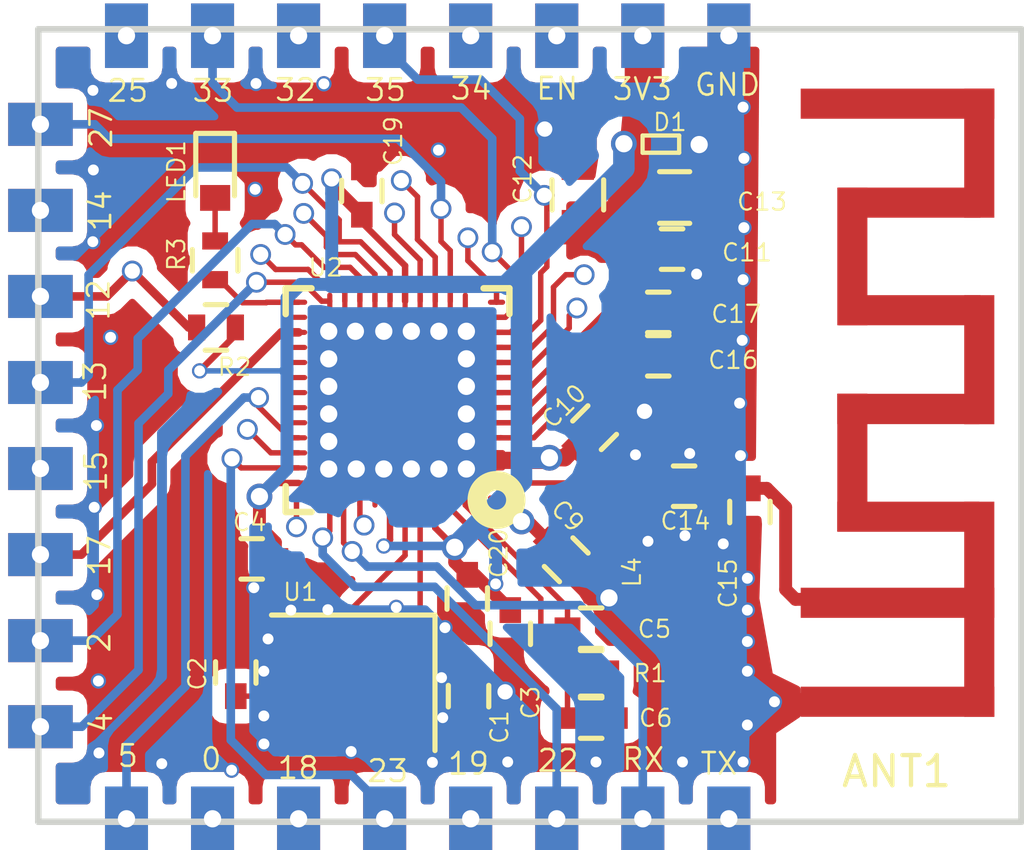
<source format=kicad_pcb>
(kicad_pcb (version 4) (host pcbnew 4.0.7-e2-6376~58~ubuntu16.04.1)

  (general
    (links 90)
    (no_connects 0)
    (area 138.995 115.58 166.934286 135.68)
    (thickness 1.6)
    (drawings 28)
    (tracks 697)
    (zones 0)
    (modules 32)
    (nets 46)
  )

  (page A4)
  (layers
    (0 F.Cu signal)
    (1 In1.Cu power)
    (2 In2.Cu power)
    (31 B.Cu power)
    (33 F.Adhes user)
    (35 F.Paste user)
    (36 B.SilkS user)
    (37 F.SilkS user)
    (38 B.Mask user)
    (39 F.Mask user)
    (40 Dwgs.User user)
    (41 Cmts.User user)
    (42 Eco1.User user)
    (43 Eco2.User user)
    (44 Edge.Cuts user)
    (45 Margin user)
    (47 F.CrtYd user)
    (49 F.Fab user hide)
  )

  (setup
    (last_trace_width 0.15)
    (trace_clearance 0.17)
    (zone_clearance 0.4)
    (zone_45_only yes)
    (trace_min 0.127)
    (segment_width 0.15)
    (edge_width 0.15)
    (via_size 0.6)
    (via_drill 0.4)
    (via_min_size 0.356)
    (via_min_drill 0.254)
    (uvia_size 0.3)
    (uvia_drill 0.1)
    (uvias_allowed no)
    (uvia_min_size 0.2)
    (uvia_min_drill 0.1)
    (pcb_text_width 0.3)
    (pcb_text_size 1.5 1.5)
    (mod_edge_width 0.15)
    (mod_text_size 1 1)
    (mod_text_width 0.15)
    (pad_size 0.7 1.27)
    (pad_drill 0.4)
    (pad_to_mask_clearance 0)
    (aux_axis_origin 153.56 125.15)
    (grid_origin 153.56 125.15)
    (visible_elements FFFEFF7F)
    (pcbplotparams
      (layerselection 0x010e0_80000007)
      (usegerberextensions true)
      (excludeedgelayer false)
      (linewidth 0.100000)
      (plotframeref false)
      (viasonmask false)
      (mode 1)
      (useauxorigin true)
      (hpglpennumber 1)
      (hpglpenspeed 20)
      (hpglpendiameter 15)
      (hpglpenoverlay 2)
      (psnegative false)
      (psa4output false)
      (plotreference true)
      (plotvalue false)
      (plotinvisibletext false)
      (padsonsilk false)
      (subtractmaskfromsilk false)
      (outputformat 1)
      (mirror false)
      (drillshape 0)
      (scaleselection 1)
      (outputdirectory /tmp))
  )

  (net 0 "")
  (net 1 "Net-(C1-Pad1)")
  (net 2 GND)
  (net 3 "Net-(C2-Pad1)")
  (net 4 +3V3)
  (net 5 "Net-(C6-Pad1)")
  (net 6 "Net-(C14-Pad2)")
  (net 7 "Net-(C16-Pad1)")
  (net 8 "Net-(C16-Pad2)")
  (net 9 "Net-(C17-Pad1)")
  (net 10 "Net-(C17-Pad2)")
  (net 11 "Net-(J2-Pad3)")
  (net 12 "Net-(J2-Pad4)")
  (net 13 "Net-(J2-Pad5)")
  (net 14 "Net-(J3-Pad1)")
  (net 15 "Net-(J3-Pad2)")
  (net 16 "Net-(J3-Pad3)")
  (net 17 "Net-(J3-Pad4)")
  (net 18 "Net-(J3-Pad5)")
  (net 19 "Net-(J4-Pad1)")
  (net 20 "Net-(U2-Pad26)")
  (net 21 "Net-(U2-Pad28)")
  (net 22 "Net-(U2-Pad29)")
  (net 23 "Net-(U2-Pad30)")
  (net 24 "Net-(U2-Pad31)")
  (net 25 "Net-(U2-Pad32)")
  (net 26 "Net-(U2-Pad33)")
  (net 27 "Net-(U2-Pad42)")
  (net 28 "Net-(J4-Pad2)")
  (net 29 "Net-(LED1-Pad2)")
  (net 30 "Net-(J5-Pad1)")
  (net 31 "Net-(J5-Pad2)")
  (net 32 "Net-(J6-Pad1)")
  (net 33 "Net-(J6-Pad2)")
  (net 34 "Net-(ANT1-Pad1)")
  (net 35 "Net-(C5-Pad2)")
  (net 36 "Net-(J2-Pad1)")
  (net 37 "Net-(J2-Pad2)")
  (net 38 "Net-(J5-Pad3)")
  (net 39 "Net-(J5-Pad4)")
  (net 40 "Net-(J5-Pad5)")
  (net 41 "Net-(R3-Pad2)")
  (net 42 "Net-(J5-Pad6)")
  (net 43 "Net-(J2-Pad6)")
  (net 44 "Net-(U2-Pad15)")
  (net 45 "Net-(J3-Pad6)")

  (net_class Default "This is the default net class."
    (clearance 0.17)
    (trace_width 0.15)
    (via_dia 0.6)
    (via_drill 0.4)
    (uvia_dia 0.3)
    (uvia_drill 0.1)
  )

  (net_class Power ""
    (clearance 0.2)
    (trace_width 0.15)
    (via_dia 0.356)
    (via_drill 0.254)
    (uvia_dia 0.3)
    (uvia_drill 0.1)
    (add_net +3V3)
    (add_net GND)
  )

  (net_class Signal_Connection ""
    (clearance 0.17)
    (trace_width 0.127)
    (via_dia 0.483)
    (via_drill 0.356)
    (uvia_dia 0.3)
    (uvia_drill 0.1)
    (add_net "Net-(ANT1-Pad1)")
    (add_net "Net-(C1-Pad1)")
    (add_net "Net-(C14-Pad2)")
    (add_net "Net-(C16-Pad1)")
    (add_net "Net-(C16-Pad2)")
    (add_net "Net-(C17-Pad1)")
    (add_net "Net-(C17-Pad2)")
    (add_net "Net-(C2-Pad1)")
    (add_net "Net-(C5-Pad2)")
    (add_net "Net-(C6-Pad1)")
    (add_net "Net-(J2-Pad1)")
    (add_net "Net-(J2-Pad2)")
    (add_net "Net-(J2-Pad3)")
    (add_net "Net-(J2-Pad4)")
    (add_net "Net-(J2-Pad5)")
    (add_net "Net-(J2-Pad6)")
    (add_net "Net-(J3-Pad1)")
    (add_net "Net-(J3-Pad2)")
    (add_net "Net-(J3-Pad3)")
    (add_net "Net-(J3-Pad4)")
    (add_net "Net-(J3-Pad5)")
    (add_net "Net-(J3-Pad6)")
    (add_net "Net-(J4-Pad1)")
    (add_net "Net-(J4-Pad2)")
    (add_net "Net-(J5-Pad1)")
    (add_net "Net-(J5-Pad2)")
    (add_net "Net-(J5-Pad3)")
    (add_net "Net-(J5-Pad4)")
    (add_net "Net-(J5-Pad5)")
    (add_net "Net-(J5-Pad6)")
    (add_net "Net-(J6-Pad1)")
    (add_net "Net-(J6-Pad2)")
    (add_net "Net-(LED1-Pad2)")
    (add_net "Net-(R3-Pad2)")
    (add_net "Net-(U2-Pad15)")
    (add_net "Net-(U2-Pad26)")
    (add_net "Net-(U2-Pad28)")
    (add_net "Net-(U2-Pad29)")
    (add_net "Net-(U2-Pad30)")
    (add_net "Net-(U2-Pad31)")
    (add_net "Net-(U2-Pad32)")
    (add_net "Net-(U2-Pad33)")
    (add_net "Net-(U2-Pad42)")
  )

  (module Capacitors_SMD:C_0402 (layer F.Cu) (tedit 59AC8353) (tstamp 5999BB89)
    (at 149.17 120.14 270)
    (descr "Capacitor SMD 0402, reflow soldering, AVX (see smccp.pdf)")
    (tags "capacitor 0402")
    (path /59AEDE77)
    (attr smd)
    (fp_text reference C19 (at -1.16 -0.73 270) (layer F.SilkS)
      (effects (font (size 0.4 0.4) (thickness 0.05)))
    )
    (fp_text value 0.1 (at 0 1.27 270) (layer F.Fab)
      (effects (font (size 0.4 0.4) (thickness 0.05)))
    )
    (fp_text user %R (at 0 -1.27 270) (layer F.Fab)
      (effects (font (size 0.4 0.4) (thickness 0.05)))
    )
    (fp_line (start -0.5 0.25) (end -0.5 -0.25) (layer F.Fab) (width 0.1))
    (fp_line (start 0.5 0.25) (end -0.5 0.25) (layer F.Fab) (width 0.1))
    (fp_line (start 0.5 -0.25) (end 0.5 0.25) (layer F.Fab) (width 0.1))
    (fp_line (start -0.5 -0.25) (end 0.5 -0.25) (layer F.Fab) (width 0.1))
    (fp_line (start 0.25 -0.47) (end -0.25 -0.47) (layer F.SilkS) (width 0.12))
    (fp_line (start -0.25 0.47) (end 0.25 0.47) (layer F.SilkS) (width 0.12))
    (fp_line (start -1 -0.4) (end 1 -0.4) (layer F.CrtYd) (width 0.05))
    (fp_line (start -1 -0.4) (end -1 0.4) (layer F.CrtYd) (width 0.05))
    (fp_line (start 1 0.4) (end 1 -0.4) (layer F.CrtYd) (width 0.05))
    (fp_line (start 1 0.4) (end -1 0.4) (layer F.CrtYd) (width 0.05))
    (pad 1 smd rect (at -0.55 0 270) (size 0.6 0.5) (layers F.Cu F.Paste F.Mask)
      (net 2 GND))
    (pad 2 smd rect (at 0.55 0 270) (size 0.6 0.5) (layers F.Cu F.Paste F.Mask)
      (net 4 +3V3))
    (model Capacitors_SMD.3dshapes/C_0402.wrl
      (at (xyz 0 0 0))
      (scale (xyz 1 1 1))
      (rotate (xyz 0 0 0))
    )
  )

  (module Capacitors_SMD:C_0402 (layer F.Cu) (tedit 59B71866) (tstamp 5999BB2F)
    (at 151.65 131.88 270)
    (descr "Capacitor SMD 0402, reflow soldering, AVX (see smccp.pdf)")
    (tags "capacitor 0402")
    (path /59AF7A1E)
    (attr smd)
    (fp_text reference C1 (at 0.72 -0.72 270) (layer F.SilkS)
      (effects (font (size 0.4 0.4) (thickness 0.05)))
    )
    (fp_text value 22pF (at 0 1.27 270) (layer F.Fab)
      (effects (font (size 0.4 0.4) (thickness 0.05)))
    )
    (fp_text user %R (at 0 -1.27 270) (layer F.Fab)
      (effects (font (size 0.4 0.4) (thickness 0.05)))
    )
    (fp_line (start -0.5 0.25) (end -0.5 -0.25) (layer F.Fab) (width 0.1))
    (fp_line (start 0.5 0.25) (end -0.5 0.25) (layer F.Fab) (width 0.1))
    (fp_line (start 0.5 -0.25) (end 0.5 0.25) (layer F.Fab) (width 0.1))
    (fp_line (start -0.5 -0.25) (end 0.5 -0.25) (layer F.Fab) (width 0.1))
    (fp_line (start 0.25 -0.47) (end -0.25 -0.47) (layer F.SilkS) (width 0.12))
    (fp_line (start -0.25 0.47) (end 0.25 0.47) (layer F.SilkS) (width 0.12))
    (fp_line (start -1 -0.4) (end 1 -0.4) (layer F.CrtYd) (width 0.05))
    (fp_line (start -1 -0.4) (end -1 0.4) (layer F.CrtYd) (width 0.05))
    (fp_line (start 1 0.4) (end 1 -0.4) (layer F.CrtYd) (width 0.05))
    (fp_line (start 1 0.4) (end -1 0.4) (layer F.CrtYd) (width 0.05))
    (pad 1 smd rect (at -0.55 0 270) (size 0.6 0.5) (layers F.Cu F.Paste F.Mask)
      (net 1 "Net-(C1-Pad1)"))
    (pad 2 smd rect (at 0.55 0 270) (size 0.6 0.5) (layers F.Cu F.Paste F.Mask)
      (net 2 GND))
    (model Capacitors_SMD.3dshapes/C_0402.wrl
      (at (xyz 0 0 0))
      (scale (xyz 1 1 1))
      (rotate (xyz 0 0 0))
    )
  )

  (module Capacitors_SMD:C_0402 (layer F.Cu) (tedit 59AC7696) (tstamp 5999BB35)
    (at 146.24 131.33 90)
    (descr "Capacitor SMD 0402, reflow soldering, AVX (see smccp.pdf)")
    (tags "capacitor 0402")
    (path /59AF7C8D)
    (attr smd)
    (fp_text reference C2 (at -0.03 -0.89 90) (layer F.SilkS)
      (effects (font (size 0.4 0.4) (thickness 0.05)))
    )
    (fp_text value 22pF (at 0 1.27 90) (layer F.Fab)
      (effects (font (size 0.4 0.4) (thickness 0.05)))
    )
    (fp_text user %R (at 0 -1.27 90) (layer F.Fab)
      (effects (font (size 0.4 0.4) (thickness 0.05)))
    )
    (fp_line (start -0.5 0.25) (end -0.5 -0.25) (layer F.Fab) (width 0.1))
    (fp_line (start 0.5 0.25) (end -0.5 0.25) (layer F.Fab) (width 0.1))
    (fp_line (start 0.5 -0.25) (end 0.5 0.25) (layer F.Fab) (width 0.1))
    (fp_line (start -0.5 -0.25) (end 0.5 -0.25) (layer F.Fab) (width 0.1))
    (fp_line (start 0.25 -0.47) (end -0.25 -0.47) (layer F.SilkS) (width 0.12))
    (fp_line (start -0.25 0.47) (end 0.25 0.47) (layer F.SilkS) (width 0.12))
    (fp_line (start -1 -0.4) (end 1 -0.4) (layer F.CrtYd) (width 0.05))
    (fp_line (start -1 -0.4) (end -1 0.4) (layer F.CrtYd) (width 0.05))
    (fp_line (start 1 0.4) (end 1 -0.4) (layer F.CrtYd) (width 0.05))
    (fp_line (start 1 0.4) (end -1 0.4) (layer F.CrtYd) (width 0.05))
    (pad 1 smd rect (at -0.55 0 90) (size 0.6 0.5) (layers F.Cu F.Paste F.Mask)
      (net 3 "Net-(C2-Pad1)"))
    (pad 2 smd rect (at 0.55 0 90) (size 0.6 0.5) (layers F.Cu F.Paste F.Mask)
      (net 2 GND))
    (model Capacitors_SMD.3dshapes/C_0402.wrl
      (at (xyz 0 0 0))
      (scale (xyz 1 1 1))
      (rotate (xyz 0 0 0))
    )
  )

  (module Capacitors_SMD:C_0402 (layer F.Cu) (tedit 59B7185F) (tstamp 5999BB3B)
    (at 152.62 130.43 90)
    (descr "Capacitor SMD 0402, reflow soldering, AVX (see smccp.pdf)")
    (tags "capacitor 0402")
    (path /59AF885E)
    (attr smd)
    (fp_text reference C3 (at -1.6 0.47 90) (layer F.SilkS)
      (effects (font (size 0.4 0.4) (thickness 0.05)))
    )
    (fp_text value 100pF (at 0 1.27 90) (layer F.Fab)
      (effects (font (size 0.4 0.4) (thickness 0.05)))
    )
    (fp_text user %R (at 0 -1.27 90) (layer F.Fab)
      (effects (font (size 0.4 0.4) (thickness 0.05)))
    )
    (fp_line (start -0.5 0.25) (end -0.5 -0.25) (layer F.Fab) (width 0.1))
    (fp_line (start 0.5 0.25) (end -0.5 0.25) (layer F.Fab) (width 0.1))
    (fp_line (start 0.5 -0.25) (end 0.5 0.25) (layer F.Fab) (width 0.1))
    (fp_line (start -0.5 -0.25) (end 0.5 -0.25) (layer F.Fab) (width 0.1))
    (fp_line (start 0.25 -0.47) (end -0.25 -0.47) (layer F.SilkS) (width 0.12))
    (fp_line (start -0.25 0.47) (end 0.25 0.47) (layer F.SilkS) (width 0.12))
    (fp_line (start -1 -0.4) (end 1 -0.4) (layer F.CrtYd) (width 0.05))
    (fp_line (start -1 -0.4) (end -1 0.4) (layer F.CrtYd) (width 0.05))
    (fp_line (start 1 0.4) (end 1 -0.4) (layer F.CrtYd) (width 0.05))
    (fp_line (start 1 0.4) (end -1 0.4) (layer F.CrtYd) (width 0.05))
    (pad 1 smd rect (at -0.55 0 90) (size 0.6 0.5) (layers F.Cu F.Paste F.Mask)
      (net 2 GND))
    (pad 2 smd rect (at 0.55 0 90) (size 0.6 0.5) (layers F.Cu F.Paste F.Mask)
      (net 4 +3V3))
    (model Capacitors_SMD.3dshapes/C_0402.wrl
      (at (xyz 0 0 0))
      (scale (xyz 1 1 1))
      (rotate (xyz 0 0 0))
    )
  )

  (module Capacitors_SMD:C_0402 (layer F.Cu) (tedit 59AC769B) (tstamp 5999BB41)
    (at 146.61 128.69 180)
    (descr "Capacitor SMD 0402, reflow soldering, AVX (see smccp.pdf)")
    (tags "capacitor 0402")
    (path /59AED5D8)
    (attr smd)
    (fp_text reference C4 (at 0.05 0.85 180) (layer F.SilkS)
      (effects (font (size 0.4 0.4) (thickness 0.05)))
    )
    (fp_text value 0.1 (at 0 1.27 180) (layer F.Fab)
      (effects (font (size 0.4 0.4) (thickness 0.05)))
    )
    (fp_text user %R (at 0 -1.27 180) (layer F.Fab)
      (effects (font (size 0.4 0.4) (thickness 0.05)))
    )
    (fp_line (start -0.5 0.25) (end -0.5 -0.25) (layer F.Fab) (width 0.1))
    (fp_line (start 0.5 0.25) (end -0.5 0.25) (layer F.Fab) (width 0.1))
    (fp_line (start 0.5 -0.25) (end 0.5 0.25) (layer F.Fab) (width 0.1))
    (fp_line (start -0.5 -0.25) (end 0.5 -0.25) (layer F.Fab) (width 0.1))
    (fp_line (start 0.25 -0.47) (end -0.25 -0.47) (layer F.SilkS) (width 0.12))
    (fp_line (start -0.25 0.47) (end 0.25 0.47) (layer F.SilkS) (width 0.12))
    (fp_line (start -1 -0.4) (end 1 -0.4) (layer F.CrtYd) (width 0.05))
    (fp_line (start -1 -0.4) (end -1 0.4) (layer F.CrtYd) (width 0.05))
    (fp_line (start 1 0.4) (end 1 -0.4) (layer F.CrtYd) (width 0.05))
    (fp_line (start 1 0.4) (end -1 0.4) (layer F.CrtYd) (width 0.05))
    (pad 1 smd rect (at -0.55 0 180) (size 0.6 0.5) (layers F.Cu F.Paste F.Mask)
      (net 4 +3V3))
    (pad 2 smd rect (at 0.55 0 180) (size 0.6 0.5) (layers F.Cu F.Paste F.Mask)
      (net 2 GND))
    (model Capacitors_SMD.3dshapes/C_0402.wrl
      (at (xyz 0 0 0))
      (scale (xyz 1 1 1))
      (rotate (xyz 0 0 0))
    )
  )

  (module Capacitors_SMD:C_0402 (layer F.Cu) (tedit 59AEF069) (tstamp 5999BB47)
    (at 154.5 130.3 180)
    (descr "Capacitor SMD 0402, reflow soldering, AVX (see smccp.pdf)")
    (tags "capacitor 0402")
    (path /59AECD35)
    (attr smd)
    (fp_text reference C5 (at -1.47 -0.02 180) (layer F.SilkS)
      (effects (font (size 0.4 0.4) (thickness 0.05)))
    )
    (fp_text value 10nF (at 0 1.27 180) (layer F.Fab)
      (effects (font (size 0.4 0.4) (thickness 0.05)))
    )
    (fp_text user %R (at 0 -1.27 180) (layer F.Fab)
      (effects (font (size 0.4 0.4) (thickness 0.05)))
    )
    (fp_line (start -0.5 0.25) (end -0.5 -0.25) (layer F.Fab) (width 0.1))
    (fp_line (start 0.5 0.25) (end -0.5 0.25) (layer F.Fab) (width 0.1))
    (fp_line (start 0.5 -0.25) (end 0.5 0.25) (layer F.Fab) (width 0.1))
    (fp_line (start -0.5 -0.25) (end 0.5 -0.25) (layer F.Fab) (width 0.1))
    (fp_line (start 0.25 -0.47) (end -0.25 -0.47) (layer F.SilkS) (width 0.12))
    (fp_line (start -0.25 0.47) (end 0.25 0.47) (layer F.SilkS) (width 0.12))
    (fp_line (start -1 -0.4) (end 1 -0.4) (layer F.CrtYd) (width 0.05))
    (fp_line (start -1 -0.4) (end -1 0.4) (layer F.CrtYd) (width 0.05))
    (fp_line (start 1 0.4) (end 1 -0.4) (layer F.CrtYd) (width 0.05))
    (fp_line (start 1 0.4) (end -1 0.4) (layer F.CrtYd) (width 0.05))
    (pad 1 smd rect (at -0.55 0 180) (size 0.6 0.5) (layers F.Cu F.Paste F.Mask)
      (net 2 GND))
    (pad 2 smd rect (at 0.55 0 180) (size 0.6 0.5) (layers F.Cu F.Paste F.Mask)
      (net 35 "Net-(C5-Pad2)"))
    (model Capacitors_SMD.3dshapes/C_0402.wrl
      (at (xyz 0 0 0))
      (scale (xyz 1 1 1))
      (rotate (xyz 0 0 0))
    )
  )

  (module Capacitors_SMD:C_0402 (layer F.Cu) (tedit 59AC7660) (tstamp 5999BB4D)
    (at 154.5 132.39)
    (descr "Capacitor SMD 0402, reflow soldering, AVX (see smccp.pdf)")
    (tags "capacitor 0402")
    (path /59AECCD6)
    (attr smd)
    (fp_text reference C6 (at 1.5 0) (layer F.SilkS)
      (effects (font (size 0.4 0.4) (thickness 0.05)))
    )
    (fp_text value 3.3nF (at 0 1.27) (layer F.Fab)
      (effects (font (size 0.4 0.4) (thickness 0.05)))
    )
    (fp_text user %R (at 0 -1.27) (layer F.Fab)
      (effects (font (size 0.4 0.4) (thickness 0.05)))
    )
    (fp_line (start -0.5 0.25) (end -0.5 -0.25) (layer F.Fab) (width 0.1))
    (fp_line (start 0.5 0.25) (end -0.5 0.25) (layer F.Fab) (width 0.1))
    (fp_line (start 0.5 -0.25) (end 0.5 0.25) (layer F.Fab) (width 0.1))
    (fp_line (start -0.5 -0.25) (end 0.5 -0.25) (layer F.Fab) (width 0.1))
    (fp_line (start 0.25 -0.47) (end -0.25 -0.47) (layer F.SilkS) (width 0.12))
    (fp_line (start -0.25 0.47) (end 0.25 0.47) (layer F.SilkS) (width 0.12))
    (fp_line (start -1 -0.4) (end 1 -0.4) (layer F.CrtYd) (width 0.05))
    (fp_line (start -1 -0.4) (end -1 0.4) (layer F.CrtYd) (width 0.05))
    (fp_line (start 1 0.4) (end 1 -0.4) (layer F.CrtYd) (width 0.05))
    (fp_line (start 1 0.4) (end -1 0.4) (layer F.CrtYd) (width 0.05))
    (pad 1 smd rect (at -0.55 0) (size 0.6 0.5) (layers F.Cu F.Paste F.Mask)
      (net 5 "Net-(C6-Pad1)"))
    (pad 2 smd rect (at 0.55 0) (size 0.6 0.5) (layers F.Cu F.Paste F.Mask)
      (net 35 "Net-(C5-Pad2)"))
    (model Capacitors_SMD.3dshapes/C_0402.wrl
      (at (xyz 0 0 0))
      (scale (xyz 1 1 1))
      (rotate (xyz 0 0 0))
    )
  )

  (module Capacitors_SMD:C_0402 (layer F.Cu) (tedit 59AC7645) (tstamp 5999BB53)
    (at 153.92 128.71 315)
    (descr "Capacitor SMD 0402, reflow soldering, AVX (see smccp.pdf)")
    (tags "capacitor 0402")
    (path /59AED78A)
    (attr smd)
    (fp_text reference C9 (at -0.700036 -0.742462 315) (layer F.SilkS)
      (effects (font (size 0.4 0.4) (thickness 0.05)))
    )
    (fp_text value 0.1 (at 0 1.27 315) (layer F.Fab)
      (effects (font (size 0.4 0.4) (thickness 0.05)))
    )
    (fp_text user %R (at 0 -1.27 315) (layer F.Fab)
      (effects (font (size 0.4 0.4) (thickness 0.05)))
    )
    (fp_line (start -0.5 0.25) (end -0.5 -0.25) (layer F.Fab) (width 0.1))
    (fp_line (start 0.5 0.25) (end -0.5 0.25) (layer F.Fab) (width 0.1))
    (fp_line (start 0.5 -0.25) (end 0.5 0.25) (layer F.Fab) (width 0.1))
    (fp_line (start -0.5 -0.25) (end 0.5 -0.25) (layer F.Fab) (width 0.1))
    (fp_line (start 0.25 -0.47) (end -0.25 -0.47) (layer F.SilkS) (width 0.12))
    (fp_line (start -0.25 0.47) (end 0.25 0.47) (layer F.SilkS) (width 0.12))
    (fp_line (start -1 -0.4) (end 1 -0.4) (layer F.CrtYd) (width 0.05))
    (fp_line (start -1 -0.4) (end -1 0.4) (layer F.CrtYd) (width 0.05))
    (fp_line (start 1 0.4) (end 1 -0.4) (layer F.CrtYd) (width 0.05))
    (fp_line (start 1 0.4) (end -1 0.4) (layer F.CrtYd) (width 0.05))
    (pad 1 smd rect (at -0.55 0 315) (size 0.6 0.5) (layers F.Cu F.Paste F.Mask)
      (net 4 +3V3))
    (pad 2 smd rect (at 0.55 0 315) (size 0.6 0.5) (layers F.Cu F.Paste F.Mask)
      (net 2 GND))
    (model Capacitors_SMD.3dshapes/C_0402.wrl
      (at (xyz 0 0 0))
      (scale (xyz 1 1 1))
      (rotate (xyz 0 0 0))
    )
  )

  (module Capacitors_SMD:C_0402 (layer F.Cu) (tedit 59AC75CD) (tstamp 5999BB59)
    (at 154.58 125.64 225)
    (descr "Capacitor SMD 0402, reflow soldering, AVX (see smccp.pdf)")
    (tags "capacitor 0402")
    (path /59AED64F)
    (attr smd)
    (fp_text reference C10 (at 0.148492 0.855599 225) (layer F.SilkS)
      (effects (font (size 0.4 0.4) (thickness 0.05)))
    )
    (fp_text value 0.1 (at 0 1.27 225) (layer F.Fab)
      (effects (font (size 0.4 0.4) (thickness 0.05)))
    )
    (fp_text user %R (at 0 -1.27 225) (layer F.Fab)
      (effects (font (size 0.4 0.4) (thickness 0.05)))
    )
    (fp_line (start -0.5 0.25) (end -0.5 -0.25) (layer F.Fab) (width 0.1))
    (fp_line (start 0.5 0.25) (end -0.5 0.25) (layer F.Fab) (width 0.1))
    (fp_line (start 0.5 -0.25) (end 0.5 0.25) (layer F.Fab) (width 0.1))
    (fp_line (start -0.5 -0.25) (end 0.5 -0.25) (layer F.Fab) (width 0.1))
    (fp_line (start 0.25 -0.47) (end -0.25 -0.47) (layer F.SilkS) (width 0.12))
    (fp_line (start -0.25 0.47) (end 0.25 0.47) (layer F.SilkS) (width 0.12))
    (fp_line (start -1 -0.4) (end 1 -0.4) (layer F.CrtYd) (width 0.05))
    (fp_line (start -1 -0.4) (end -1 0.4) (layer F.CrtYd) (width 0.05))
    (fp_line (start 1 0.4) (end 1 -0.4) (layer F.CrtYd) (width 0.05))
    (fp_line (start 1 0.4) (end -1 0.4) (layer F.CrtYd) (width 0.05))
    (pad 1 smd rect (at -0.55 0 225) (size 0.6 0.5) (layers F.Cu F.Paste F.Mask)
      (net 2 GND))
    (pad 2 smd rect (at 0.55 0 225) (size 0.6 0.5) (layers F.Cu F.Paste F.Mask)
      (net 4 +3V3))
    (model Capacitors_SMD.3dshapes/C_0402.wrl
      (at (xyz 0 0 0))
      (scale (xyz 1 1 1))
      (rotate (xyz 0 0 0))
    )
  )

  (module Capacitors_SMD:C_0603 (layer F.Cu) (tedit 59AC8362) (tstamp 5999BB65)
    (at 154.19 120.23 90)
    (descr "Capacitor SMD 0603, reflow soldering, AVX (see smccp.pdf)")
    (tags "capacitor 0603")
    (path /59AED7F2)
    (attr smd)
    (fp_text reference C12 (at 0.37 -1.28 90) (layer F.SilkS)
      (effects (font (size 0.4 0.4) (thickness 0.05)))
    )
    (fp_text value 10 (at 0 1.5 90) (layer F.Fab)
      (effects (font (size 0.4 0.4) (thickness 0.05)))
    )
    (fp_text user %R (at 0 -1.5 90) (layer F.Fab)
      (effects (font (size 0.4 0.4) (thickness 0.05)))
    )
    (fp_line (start -0.8 0.4) (end -0.8 -0.4) (layer F.Fab) (width 0.1))
    (fp_line (start 0.8 0.4) (end -0.8 0.4) (layer F.Fab) (width 0.1))
    (fp_line (start 0.8 -0.4) (end 0.8 0.4) (layer F.Fab) (width 0.1))
    (fp_line (start -0.8 -0.4) (end 0.8 -0.4) (layer F.Fab) (width 0.1))
    (fp_line (start -0.35 -0.6) (end 0.35 -0.6) (layer F.SilkS) (width 0.12))
    (fp_line (start 0.35 0.6) (end -0.35 0.6) (layer F.SilkS) (width 0.12))
    (fp_line (start -1.4 -0.65) (end 1.4 -0.65) (layer F.CrtYd) (width 0.05))
    (fp_line (start -1.4 -0.65) (end -1.4 0.65) (layer F.CrtYd) (width 0.05))
    (fp_line (start 1.4 0.65) (end 1.4 -0.65) (layer F.CrtYd) (width 0.05))
    (fp_line (start 1.4 0.65) (end -1.4 0.65) (layer F.CrtYd) (width 0.05))
    (pad 1 smd rect (at -0.75 0 90) (size 0.8 0.75) (layers F.Cu F.Paste F.Mask)
      (net 4 +3V3))
    (pad 2 smd rect (at 0.75 0 90) (size 0.8 0.75) (layers F.Cu F.Paste F.Mask)
      (net 2 GND))
    (model Capacitors_SMD.3dshapes/C_0603.wrl
      (at (xyz 0 0 0))
      (scale (xyz 1 1 1))
      (rotate (xyz 0 0 0))
    )
  )

  (module Capacitors_SMD:C_0603 (layer F.Cu) (tedit 59AC760F) (tstamp 5999BB6B)
    (at 156.44 120.29)
    (descr "Capacitor SMD 0603, reflow soldering, AVX (see smccp.pdf)")
    (tags "capacitor 0603")
    (path /59AED7BB)
    (attr smd)
    (fp_text reference C13 (at 2.03 0.1) (layer F.SilkS)
      (effects (font (size 0.4 0.4) (thickness 0.05)))
    )
    (fp_text value 10 (at 0 1.5) (layer F.Fab)
      (effects (font (size 0.4 0.4) (thickness 0.05)))
    )
    (fp_text user %R (at 0 -1.5) (layer F.Fab)
      (effects (font (size 0.4 0.4) (thickness 0.05)))
    )
    (fp_line (start -0.8 0.4) (end -0.8 -0.4) (layer F.Fab) (width 0.1))
    (fp_line (start 0.8 0.4) (end -0.8 0.4) (layer F.Fab) (width 0.1))
    (fp_line (start 0.8 -0.4) (end 0.8 0.4) (layer F.Fab) (width 0.1))
    (fp_line (start -0.8 -0.4) (end 0.8 -0.4) (layer F.Fab) (width 0.1))
    (fp_line (start -0.35 -0.6) (end 0.35 -0.6) (layer F.SilkS) (width 0.12))
    (fp_line (start 0.35 0.6) (end -0.35 0.6) (layer F.SilkS) (width 0.12))
    (fp_line (start -1.4 -0.65) (end 1.4 -0.65) (layer F.CrtYd) (width 0.05))
    (fp_line (start -1.4 -0.65) (end -1.4 0.65) (layer F.CrtYd) (width 0.05))
    (fp_line (start 1.4 0.65) (end 1.4 -0.65) (layer F.CrtYd) (width 0.05))
    (fp_line (start 1.4 0.65) (end -1.4 0.65) (layer F.CrtYd) (width 0.05))
    (pad 1 smd rect (at -0.75 0) (size 0.8 0.75) (layers F.Cu F.Paste F.Mask)
      (net 4 +3V3))
    (pad 2 smd rect (at 0.75 0) (size 0.8 0.75) (layers F.Cu F.Paste F.Mask)
      (net 2 GND))
    (model Capacitors_SMD.3dshapes/C_0603.wrl
      (at (xyz 0 0 0))
      (scale (xyz 1 1 1))
      (rotate (xyz 0 0 0))
    )
  )

  (module Capacitors_SMD:C_0402 (layer F.Cu) (tedit 59B6BF15) (tstamp 5999BB71)
    (at 156.66 127 180)
    (descr "Capacitor SMD 0402, reflow soldering, AVX (see smccp.pdf)")
    (tags "capacitor 0402")
    (path /59AFC1F2)
    (attr smd)
    (fp_text reference C14 (at -0.03 -0.81 180) (layer F.SilkS)
      (effects (font (size 0.4 0.4) (thickness 0.05)))
    )
    (fp_text value 3.9pF (at 0 1.27 180) (layer F.Fab)
      (effects (font (size 0.4 0.4) (thickness 0.05)))
    )
    (fp_text user %R (at 0 -1.27 180) (layer F.Fab)
      (effects (font (size 0.4 0.4) (thickness 0.05)))
    )
    (fp_line (start -0.5 0.25) (end -0.5 -0.25) (layer F.Fab) (width 0.1))
    (fp_line (start 0.5 0.25) (end -0.5 0.25) (layer F.Fab) (width 0.1))
    (fp_line (start 0.5 -0.25) (end 0.5 0.25) (layer F.Fab) (width 0.1))
    (fp_line (start -0.5 -0.25) (end 0.5 -0.25) (layer F.Fab) (width 0.1))
    (fp_line (start 0.25 -0.47) (end -0.25 -0.47) (layer F.SilkS) (width 0.12))
    (fp_line (start -0.25 0.47) (end 0.25 0.47) (layer F.SilkS) (width 0.12))
    (fp_line (start -1 -0.4) (end 1 -0.4) (layer F.CrtYd) (width 0.05))
    (fp_line (start -1 -0.4) (end -1 0.4) (layer F.CrtYd) (width 0.05))
    (fp_line (start 1 0.4) (end 1 -0.4) (layer F.CrtYd) (width 0.05))
    (fp_line (start 1 0.4) (end -1 0.4) (layer F.CrtYd) (width 0.05))
    (pad 1 smd rect (at -0.55 0 180) (size 0.6 0.5) (layers F.Cu F.Paste F.Mask)
      (net 34 "Net-(ANT1-Pad1)") (zone_connect 0))
    (pad 2 smd rect (at 0.55 0 180) (size 0.6 0.5) (layers F.Cu F.Paste F.Mask)
      (net 6 "Net-(C14-Pad2)"))
    (model Capacitors_SMD.3dshapes/C_0402.wrl
      (at (xyz 0 0 0))
      (scale (xyz 1 1 1))
      (rotate (xyz 0 0 0))
    )
  )

  (module Capacitors_SMD:C_0402 (layer F.Cu) (tedit 59B6BF1C) (tstamp 5999BB77)
    (at 158.19 127.6 270)
    (descr "Capacitor SMD 0402, reflow soldering, AVX (see smccp.pdf)")
    (tags "capacitor 0402")
    (path /59AFC297)
    (attr smd)
    (fp_text reference C15 (at 1.66 0.51 270) (layer F.SilkS)
      (effects (font (size 0.4 0.4) (thickness 0.05)))
    )
    (fp_text value 2.4pF (at 0 1.27 270) (layer F.Fab)
      (effects (font (size 0.4 0.4) (thickness 0.05)))
    )
    (fp_text user %R (at 0 -1.27 270) (layer F.Fab)
      (effects (font (size 0.4 0.4) (thickness 0.05)))
    )
    (fp_line (start -0.5 0.25) (end -0.5 -0.25) (layer F.Fab) (width 0.1))
    (fp_line (start 0.5 0.25) (end -0.5 0.25) (layer F.Fab) (width 0.1))
    (fp_line (start 0.5 -0.25) (end 0.5 0.25) (layer F.Fab) (width 0.1))
    (fp_line (start -0.5 -0.25) (end 0.5 -0.25) (layer F.Fab) (width 0.1))
    (fp_line (start 0.25 -0.47) (end -0.25 -0.47) (layer F.SilkS) (width 0.12))
    (fp_line (start -0.25 0.47) (end 0.25 0.47) (layer F.SilkS) (width 0.12))
    (fp_line (start -1 -0.4) (end 1 -0.4) (layer F.CrtYd) (width 0.05))
    (fp_line (start -1 -0.4) (end -1 0.4) (layer F.CrtYd) (width 0.05))
    (fp_line (start 1 0.4) (end 1 -0.4) (layer F.CrtYd) (width 0.05))
    (fp_line (start 1 0.4) (end -1 0.4) (layer F.CrtYd) (width 0.05))
    (pad 1 smd rect (at -0.55 0 270) (size 0.6 0.5) (layers F.Cu F.Paste F.Mask)
      (net 34 "Net-(ANT1-Pad1)") (zone_connect 0))
    (pad 2 smd rect (at 0.55 0 270) (size 0.6 0.5) (layers F.Cu F.Paste F.Mask)
      (net 2 GND))
    (model Capacitors_SMD.3dshapes/C_0402.wrl
      (at (xyz 0 0 0))
      (scale (xyz 1 1 1))
      (rotate (xyz 0 0 0))
    )
  )

  (module Capacitors_SMD:C_0402 (layer F.Cu) (tedit 59AC75D4) (tstamp 5999BB7D)
    (at 156.06 123.97 180)
    (descr "Capacitor SMD 0402, reflow soldering, AVX (see smccp.pdf)")
    (tags "capacitor 0402")
    (path /59AEC8C3)
    (attr smd)
    (fp_text reference C16 (at -1.74 -0.1 180) (layer F.SilkS)
      (effects (font (size 0.4 0.4) (thickness 0.05)))
    )
    (fp_text value 270pF (at 0 1.27 180) (layer F.Fab)
      (effects (font (size 0.4 0.4) (thickness 0.05)))
    )
    (fp_text user %R (at 0 -1.27 180) (layer F.Fab)
      (effects (font (size 0.4 0.4) (thickness 0.05)))
    )
    (fp_line (start -0.5 0.25) (end -0.5 -0.25) (layer F.Fab) (width 0.1))
    (fp_line (start 0.5 0.25) (end -0.5 0.25) (layer F.Fab) (width 0.1))
    (fp_line (start 0.5 -0.25) (end 0.5 0.25) (layer F.Fab) (width 0.1))
    (fp_line (start -0.5 -0.25) (end 0.5 -0.25) (layer F.Fab) (width 0.1))
    (fp_line (start 0.25 -0.47) (end -0.25 -0.47) (layer F.SilkS) (width 0.12))
    (fp_line (start -0.25 0.47) (end 0.25 0.47) (layer F.SilkS) (width 0.12))
    (fp_line (start -1 -0.4) (end 1 -0.4) (layer F.CrtYd) (width 0.05))
    (fp_line (start -1 -0.4) (end -1 0.4) (layer F.CrtYd) (width 0.05))
    (fp_line (start 1 0.4) (end 1 -0.4) (layer F.CrtYd) (width 0.05))
    (fp_line (start 1 0.4) (end -1 0.4) (layer F.CrtYd) (width 0.05))
    (pad 1 smd rect (at -0.55 0 180) (size 0.6 0.5) (layers F.Cu F.Paste F.Mask)
      (net 7 "Net-(C16-Pad1)"))
    (pad 2 smd rect (at 0.55 0 180) (size 0.6 0.5) (layers F.Cu F.Paste F.Mask)
      (net 8 "Net-(C16-Pad2)"))
    (model Capacitors_SMD.3dshapes/C_0402.wrl
      (at (xyz 0 0 0))
      (scale (xyz 1 1 1))
      (rotate (xyz 0 0 0))
    )
  )

  (module Capacitors_SMD:C_0402 (layer F.Cu) (tedit 59AC75DA) (tstamp 5999BB83)
    (at 156.06 122.96)
    (descr "Capacitor SMD 0402, reflow soldering, AVX (see smccp.pdf)")
    (tags "capacitor 0402")
    (path /59AEC87A)
    (attr smd)
    (fp_text reference C17 (at 1.81 0.04) (layer F.SilkS)
      (effects (font (size 0.4 0.4) (thickness 0.05)))
    )
    (fp_text value 270pF (at 0 1.27) (layer F.Fab)
      (effects (font (size 0.4 0.4) (thickness 0.05)))
    )
    (fp_text user %R (at 0 -1.27) (layer F.Fab)
      (effects (font (size 0.4 0.4) (thickness 0.05)))
    )
    (fp_line (start -0.5 0.25) (end -0.5 -0.25) (layer F.Fab) (width 0.1))
    (fp_line (start 0.5 0.25) (end -0.5 0.25) (layer F.Fab) (width 0.1))
    (fp_line (start 0.5 -0.25) (end 0.5 0.25) (layer F.Fab) (width 0.1))
    (fp_line (start -0.5 -0.25) (end 0.5 -0.25) (layer F.Fab) (width 0.1))
    (fp_line (start 0.25 -0.47) (end -0.25 -0.47) (layer F.SilkS) (width 0.12))
    (fp_line (start -0.25 0.47) (end 0.25 0.47) (layer F.SilkS) (width 0.12))
    (fp_line (start -1 -0.4) (end 1 -0.4) (layer F.CrtYd) (width 0.05))
    (fp_line (start -1 -0.4) (end -1 0.4) (layer F.CrtYd) (width 0.05))
    (fp_line (start 1 0.4) (end 1 -0.4) (layer F.CrtYd) (width 0.05))
    (fp_line (start 1 0.4) (end -1 0.4) (layer F.CrtYd) (width 0.05))
    (pad 1 smd rect (at -0.55 0) (size 0.6 0.5) (layers F.Cu F.Paste F.Mask)
      (net 9 "Net-(C17-Pad1)"))
    (pad 2 smd rect (at 0.55 0) (size 0.6 0.5) (layers F.Cu F.Paste F.Mask)
      (net 10 "Net-(C17-Pad2)"))
    (model Capacitors_SMD.3dshapes/C_0402.wrl
      (at (xyz 0 0 0))
      (scale (xyz 1 1 1))
      (rotate (xyz 0 0 0))
    )
  )

  (module Capacitors_SMD:C_0402 (layer F.Cu) (tedit 59B720C3) (tstamp 5999BB8F)
    (at 151.62 129.61 90)
    (descr "Capacitor SMD 0402, reflow soldering, AVX (see smccp.pdf)")
    (tags "capacitor 0402")
    (path /59AF88B3)
    (attr smd)
    (fp_text reference C20 (at 1.05 0.73 90) (layer F.SilkS)
      (effects (font (size 0.4 0.4) (thickness 0.05)))
    )
    (fp_text value 1 (at 0 1.27 90) (layer F.Fab)
      (effects (font (size 0.4 0.4) (thickness 0.05)))
    )
    (fp_text user %R (at 0 -1.27 90) (layer F.Fab)
      (effects (font (size 0.4 0.4) (thickness 0.05)))
    )
    (fp_line (start -0.5 0.25) (end -0.5 -0.25) (layer F.Fab) (width 0.1))
    (fp_line (start 0.5 0.25) (end -0.5 0.25) (layer F.Fab) (width 0.1))
    (fp_line (start 0.5 -0.25) (end 0.5 0.25) (layer F.Fab) (width 0.1))
    (fp_line (start -0.5 -0.25) (end 0.5 -0.25) (layer F.Fab) (width 0.1))
    (fp_line (start 0.25 -0.47) (end -0.25 -0.47) (layer F.SilkS) (width 0.12))
    (fp_line (start -0.25 0.47) (end 0.25 0.47) (layer F.SilkS) (width 0.12))
    (fp_line (start -1 -0.4) (end 1 -0.4) (layer F.CrtYd) (width 0.05))
    (fp_line (start -1 -0.4) (end -1 0.4) (layer F.CrtYd) (width 0.05))
    (fp_line (start 1 0.4) (end 1 -0.4) (layer F.CrtYd) (width 0.05))
    (fp_line (start 1 0.4) (end -1 0.4) (layer F.CrtYd) (width 0.05))
    (pad 1 smd rect (at -0.55 0 90) (size 0.6 0.5) (layers F.Cu F.Paste F.Mask)
      (net 2 GND))
    (pad 2 smd rect (at 0.55 0 90) (size 0.6 0.5) (layers F.Cu F.Paste F.Mask)
      (net 4 +3V3))
    (model Capacitors_SMD.3dshapes/C_0402.wrl
      (at (xyz 0 0 0))
      (scale (xyz 1 1 1))
      (rotate (xyz 0 0 0))
    )
  )

  (module Diodes_SMD:SOD962-2 (layer F.Cu) (tedit 59AC836D) (tstamp 5999BB99)
    (at 156.12 119.05)
    (path /59AFB574)
    (fp_text reference D1 (at 0.21 -0.51 180) (layer F.SilkS)
      (effects (font (size 0.4 0.4) (thickness 0.05)))
    )
    (fp_text value PESD5V0R1BSFYL (at 1.39 -0.21) (layer F.Fab)
      (effects (font (size 0.4 0.4) (thickness 0.05)))
    )
    (fp_line (start -0.425 -0.2) (end 0.425 -0.2) (layer F.SilkS) (width 0.1))
    (fp_line (start 0.425 -0.2) (end 0.425 0.2) (layer F.SilkS) (width 0.1))
    (fp_line (start 0.425 0.2) (end -0.425 0.2) (layer F.SilkS) (width 0.1))
    (fp_line (start -0.425 0.2) (end -0.425 -0.2) (layer F.SilkS) (width 0.1))
    (pad 1 smd rect (at -0.2 0) (size 0.14 0.24) (layers F.Cu F.Paste F.Mask)
      (net 4 +3V3))
    (pad 2 smd rect (at 0.2 0) (size 0.14 0.24) (layers F.Cu F.Paste F.Mask)
      (net 2 GND))
  )

  (module Capacitors_SMD:C_0402_NoSilk (layer F.Cu) (tedit 59AC8A11) (tstamp 5999BBC3)
    (at 155.18 127.6 90)
    (descr "Capacitor SMD 0402, reflow soldering, AVX (see smccp.pdf)")
    (tags "capacitor 0402")
    (path /59AFC199)
    (attr smd)
    (fp_text reference L4 (at -1.4 0.27 90) (layer F.SilkS)
      (effects (font (size 0.4 0.4) (thickness 0.05)))
    )
    (fp_text value 2.7nH (at 0 1.27 90) (layer F.Fab)
      (effects (font (size 0.4 0.4) (thickness 0.05)))
    )
    (fp_text user %R (at 0 -1.27 90) (layer F.Fab)
      (effects (font (size 0.4 0.4) (thickness 0.05)))
    )
    (fp_line (start -0.5 0.25) (end -0.5 -0.25) (layer F.Fab) (width 0.1))
    (fp_line (start 0.5 0.25) (end -0.5 0.25) (layer F.Fab) (width 0.1))
    (fp_line (start 0.5 -0.25) (end 0.5 0.25) (layer F.Fab) (width 0.1))
    (fp_line (start -0.5 -0.25) (end 0.5 -0.25) (layer F.Fab) (width 0.1))
    (fp_line (start -1 -0.4) (end 1 -0.4) (layer F.CrtYd) (width 0.05))
    (fp_line (start -1 -0.4) (end -1 0.4) (layer F.CrtYd) (width 0.05))
    (fp_line (start 1 0.4) (end 1 -0.4) (layer F.CrtYd) (width 0.05))
    (fp_line (start 1 0.4) (end -1 0.4) (layer F.CrtYd) (width 0.05))
    (pad 1 smd rect (at -0.55 0 90) (size 0.6 0.5) (layers F.Cu F.Paste F.Mask)
      (net 2 GND))
    (pad 2 smd rect (at 0.55 0 90) (size 0.6 0.5) (layers F.Cu F.Paste F.Mask)
      (net 6 "Net-(C14-Pad2)"))
    (model Capacitors_SMD.3dshapes/C_0402.wrl
      (at (xyz 0 0 0))
      (scale (xyz 1 1 1))
      (rotate (xyz 0 0 0))
    )
  )

  (module Resistors_SMD:R_0402 (layer F.Cu) (tedit 59AC7665) (tstamp 5999BBC9)
    (at 154.5 131.35)
    (descr "Resistor SMD 0402, reflow soldering, Vishay (see dcrcw.pdf)")
    (tags "resistor 0402")
    (path /59AECC8D)
    (attr smd)
    (fp_text reference R1 (at 1.37 0) (layer F.SilkS)
      (effects (font (size 0.4 0.4) (thickness 0.05)))
    )
    (fp_text value 20K (at 0 1.45) (layer F.Fab)
      (effects (font (size 0.4 0.4) (thickness 0.05)))
    )
    (fp_text user %R (at 0 -1.35) (layer F.Fab)
      (effects (font (size 0.4 0.4) (thickness 0.05)))
    )
    (fp_line (start -0.5 0.25) (end -0.5 -0.25) (layer F.Fab) (width 0.1))
    (fp_line (start 0.5 0.25) (end -0.5 0.25) (layer F.Fab) (width 0.1))
    (fp_line (start 0.5 -0.25) (end 0.5 0.25) (layer F.Fab) (width 0.1))
    (fp_line (start -0.5 -0.25) (end 0.5 -0.25) (layer F.Fab) (width 0.1))
    (fp_line (start 0.25 -0.53) (end -0.25 -0.53) (layer F.SilkS) (width 0.12))
    (fp_line (start -0.25 0.53) (end 0.25 0.53) (layer F.SilkS) (width 0.12))
    (fp_line (start -0.8 -0.45) (end 0.8 -0.45) (layer F.CrtYd) (width 0.05))
    (fp_line (start -0.8 -0.45) (end -0.8 0.45) (layer F.CrtYd) (width 0.05))
    (fp_line (start 0.8 0.45) (end 0.8 -0.45) (layer F.CrtYd) (width 0.05))
    (fp_line (start 0.8 0.45) (end -0.8 0.45) (layer F.CrtYd) (width 0.05))
    (pad 1 smd rect (at -0.45 0) (size 0.4 0.6) (layers F.Cu F.Paste F.Mask)
      (net 5 "Net-(C6-Pad1)"))
    (pad 2 smd rect (at 0.45 0) (size 0.4 0.6) (layers F.Cu F.Paste F.Mask)
      (net 35 "Net-(C5-Pad2)"))
    (model Resistors_SMD.3dshapes/R_0402.wrl
      (at (xyz 0 0 0))
      (scale (xyz 1 1 1))
      (rotate (xyz 0 0 0))
    )
  )

  (module Resistors_SMD:R_0402 (layer F.Cu) (tedit 59B4384D) (tstamp 5999BBCF)
    (at 145.78 123.31 180)
    (descr "Resistor SMD 0402, reflow soldering, Vishay (see dcrcw.pdf)")
    (tags "resistor 0402")
    (path /59AF6C14)
    (attr smd)
    (fp_text reference R2 (at -0.43 -0.92 180) (layer F.SilkS)
      (effects (font (size 0.4 0.4) (thickness 0.05)))
    )
    (fp_text value 20K (at 0 1.45 180) (layer F.Fab)
      (effects (font (size 0.4 0.4) (thickness 0.05)))
    )
    (fp_text user %R (at 0 -1.35 180) (layer F.Fab)
      (effects (font (size 0.4 0.4) (thickness 0.05)))
    )
    (fp_line (start -0.5 0.25) (end -0.5 -0.25) (layer F.Fab) (width 0.1))
    (fp_line (start 0.5 0.25) (end -0.5 0.25) (layer F.Fab) (width 0.1))
    (fp_line (start 0.5 -0.25) (end 0.5 0.25) (layer F.Fab) (width 0.1))
    (fp_line (start -0.5 -0.25) (end 0.5 -0.25) (layer F.Fab) (width 0.1))
    (fp_line (start 0.25 -0.53) (end -0.25 -0.53) (layer F.SilkS) (width 0.12))
    (fp_line (start -0.25 0.53) (end 0.25 0.53) (layer F.SilkS) (width 0.12))
    (fp_line (start -0.8 -0.45) (end 0.8 -0.45) (layer F.CrtYd) (width 0.05))
    (fp_line (start -0.8 -0.45) (end -0.8 0.45) (layer F.CrtYd) (width 0.05))
    (fp_line (start 0.8 0.45) (end 0.8 -0.45) (layer F.CrtYd) (width 0.05))
    (fp_line (start 0.8 0.45) (end -0.8 0.45) (layer F.CrtYd) (width 0.05))
    (pad 1 smd rect (at -0.45 0 180) (size 0.4 0.6) (layers F.Cu F.Paste F.Mask)
      (net 4 +3V3))
    (pad 2 smd rect (at 0.45 0 180) (size 0.4 0.6) (layers F.Cu F.Paste F.Mask)
      (net 16 "Net-(J3-Pad3)"))
    (model Resistors_SMD.3dshapes/R_0402.wrl
      (at (xyz 0 0 0))
      (scale (xyz 1 1 1))
      (rotate (xyz 0 0 0))
    )
  )

  (module Resistors_SMD:R_0402 (layer F.Cu) (tedit 59B43844) (tstamp 5999BBD5)
    (at 145.76 121.75 270)
    (descr "Resistor SMD 0402, reflow soldering, Vishay (see dcrcw.pdf)")
    (tags "resistor 0402")
    (path /59AF6D91)
    (attr smd)
    (fp_text reference R3 (at -0.14 0.9 270) (layer F.SilkS)
      (effects (font (size 0.4 0.4) (thickness 0.05)))
    )
    (fp_text value 40 (at 0 1.45 270) (layer F.Fab)
      (effects (font (size 0.4 0.4) (thickness 0.05)))
    )
    (fp_text user %R (at 0 -1.35 270) (layer F.Fab)
      (effects (font (size 0.4 0.4) (thickness 0.05)))
    )
    (fp_line (start -0.5 0.25) (end -0.5 -0.25) (layer F.Fab) (width 0.1))
    (fp_line (start 0.5 0.25) (end -0.5 0.25) (layer F.Fab) (width 0.1))
    (fp_line (start 0.5 -0.25) (end 0.5 0.25) (layer F.Fab) (width 0.1))
    (fp_line (start -0.5 -0.25) (end 0.5 -0.25) (layer F.Fab) (width 0.1))
    (fp_line (start 0.25 -0.53) (end -0.25 -0.53) (layer F.SilkS) (width 0.12))
    (fp_line (start -0.25 0.53) (end 0.25 0.53) (layer F.SilkS) (width 0.12))
    (fp_line (start -0.8 -0.45) (end 0.8 -0.45) (layer F.CrtYd) (width 0.05))
    (fp_line (start -0.8 -0.45) (end -0.8 0.45) (layer F.CrtYd) (width 0.05))
    (fp_line (start 0.8 0.45) (end 0.8 -0.45) (layer F.CrtYd) (width 0.05))
    (fp_line (start 0.8 0.45) (end -0.8 0.45) (layer F.CrtYd) (width 0.05))
    (pad 1 smd rect (at -0.45 0 270) (size 0.4 0.6) (layers F.Cu F.Paste F.Mask)
      (net 29 "Net-(LED1-Pad2)"))
    (pad 2 smd rect (at 0.45 0 270) (size 0.4 0.6) (layers F.Cu F.Paste F.Mask)
      (net 41 "Net-(R3-Pad2)"))
    (model Resistors_SMD.3dshapes/R_0402.wrl
      (at (xyz 0 0 0))
      (scale (xyz 1 1 1))
      (rotate (xyz 0 0 0))
    )
  )

  (module Oscillators:Oscillator_SMD_Abracon_ASE-4pin_3.2x2.5mm (layer F.Cu) (tedit 59B6BE72) (tstamp 5999BBFE)
    (at 148.97 131.57 180)
    (descr "Miniature Crystal Clock Oscillator Abracon ASE series, http://www.abracon.com/Oscillators/ASEseries.pdf, 3.2x2.5mm^2 package")
    (tags "SMD SMT crystal oscillator")
    (path /59AF3B02)
    (attr smd)
    (fp_text reference U1 (at 1.23 2.11 180) (layer F.SilkS)
      (effects (font (size 0.4 0.4) (thickness 0.05)))
    )
    (fp_text value "40MHz +/- 10ppm" (at 0 2.45 180) (layer F.Fab)
      (effects (font (size 0.4 0.4) (thickness 0.05)))
    )
    (fp_circle (center 0 0) (end 0.25 0) (layer F.Adhes) (width 0.1))
    (fp_circle (center 0 0) (end 0.208333 0) (layer F.Adhes) (width 0.083333))
    (fp_circle (center 0 0) (end 0.133333 0) (layer F.Adhes) (width 0.083333))
    (fp_circle (center 0 0) (end 0.058333 0) (layer F.Adhes) (width 0.116667))
    (fp_line (start -1.5 -1.25) (end 1.5 -1.25) (layer F.Fab) (width 0.1))
    (fp_line (start 1.5 -1.25) (end 1.6 -1.15) (layer F.Fab) (width 0.1))
    (fp_line (start 1.6 -1.15) (end 1.6 1.15) (layer F.Fab) (width 0.1))
    (fp_line (start 1.6 1.15) (end 1.5 1.25) (layer F.Fab) (width 0.1))
    (fp_line (start 1.5 1.25) (end -1.5 1.25) (layer F.Fab) (width 0.1))
    (fp_line (start -1.5 1.25) (end -1.6 1.15) (layer F.Fab) (width 0.1))
    (fp_line (start -1.6 1.15) (end -1.6 -1.15) (layer F.Fab) (width 0.1))
    (fp_line (start -1.6 -1.15) (end -1.5 -1.25) (layer F.Fab) (width 0.1))
    (fp_line (start -1.6 0.25) (end -0.6 1.25) (layer F.Fab) (width 0.1))
    (fp_line (start -1.9 -1.575) (end -1.9 1.575) (layer F.SilkS) (width 0.12))
    (fp_line (start -1.9 1.575) (end 1.9 1.575) (layer F.SilkS) (width 0.12))
    (fp_line (start -2 -1.7) (end -2 1.7) (layer F.CrtYd) (width 0.05))
    (fp_line (start -2 1.7) (end 2 1.7) (layer F.CrtYd) (width 0.05))
    (fp_line (start 2 1.7) (end 2 -1.7) (layer F.CrtYd) (width 0.05))
    (fp_line (start 2 -1.7) (end -2 -1.7) (layer F.CrtYd) (width 0.05))
    (pad 1 smd rect (at -1.05 0.825 180) (size 1.3 1.1) (layers F.Cu F.Mask)
      (net 1 "Net-(C1-Pad1)"))
    (pad 2 smd rect (at 1.05 0.825 180) (size 1.3 1.1) (layers F.Cu F.Mask)
      (net 2 GND))
    (pad 3 smd rect (at 1.05 -0.825 180) (size 1.3 1.1) (layers F.Cu F.Mask)
      (net 3 "Net-(C2-Pad1)"))
    (pad 4 smd rect (at -1.05 -0.825 180) (size 1.3 1.1) (layers F.Cu F.Mask)
      (net 2 GND))
    (model Oscillators.3dshapes/Oscillator_SMD_Abracon_ASE-4pin_3.2x2.5mm.wrl
      (at (xyz 0 0 0))
      (scale (xyz 1 1 1))
      (rotate (xyz 0 0 0))
    )
  )

  (module ESP32-footprints-Lib:ESP32-QFN48 (layer F.Cu) (tedit 59AC76B3) (tstamp 5999BC3A)
    (at 150 125 90)
    (path /59AC8C5D)
    (fp_text reference U2 (at 3.08 -1.67 180) (layer F.SilkS)
      (effects (font (size 0.4 0.4) (thickness 0.05)))
    )
    (fp_text value ESP32 (at 0 3.54 90) (layer F.Fab)
      (effects (font (size 0.4 0.4) (thickness 0.05)))
    )
    (fp_line (start -2 -2.6) (end -2.6 -2.6) (layer F.SilkS) (width 0.15))
    (fp_line (start -2.6 -2.6) (end -2.6 -2) (layer F.SilkS) (width 0.15))
    (fp_line (start 2.6 2) (end 2.6 2.6) (layer F.SilkS) (width 0.15))
    (fp_line (start 2.6 2.6) (end 2 2.6) (layer F.SilkS) (width 0.15))
    (fp_line (start 2 -2.6) (end 2.6 -2.6) (layer F.SilkS) (width 0.15))
    (fp_line (start 2.6 -2) (end 2.6 -2.6) (layer F.SilkS) (width 0.15))
    (fp_circle (center -2.32 2.3) (end -2.42 2.1) (layer F.SilkS) (width 0.45))
    (pad 49 smd rect (at 0 0 90) (size 2.5 2.5) (layers F.Cu F.Paste F.Mask)
      (net 2 GND) (solder_mask_margin 0.102))
    (pad 1 smd oval (at -2.275 2.3 90) (size 0.12 0.4) (layers F.Cu F.Paste F.Mask)
      (net 4 +3V3))
    (pad 15 smd oval (at 2.3 1.575 90) (size 0.4 0.12) (layers F.Cu F.Paste F.Mask)
      (net 44 "Net-(U2-Pad15)"))
    (pad 16 smd oval (at 2.3 1.225 90) (size 0.4 0.12) (layers F.Cu F.Paste F.Mask)
      (net 14 "Net-(J3-Pad1)"))
    (pad 17 smd oval (at 2.3 0.875 90) (size 0.4 0.12) (layers F.Cu F.Paste F.Mask)
      (net 15 "Net-(J3-Pad2)"))
    (pad 18 smd oval (at 2.3 0.525 90) (size 0.4 0.12) (layers F.Cu F.Paste F.Mask)
      (net 16 "Net-(J3-Pad3)"))
    (pad 19 smd oval (at 2.3 0.175 90) (size 0.4 0.12) (layers F.Cu F.Paste F.Mask)
      (net 4 +3V3))
    (pad 20 smd oval (at 2.3 -0.175 90) (size 0.4 0.12) (layers F.Cu F.Paste F.Mask)
      (net 17 "Net-(J3-Pad4)"))
    (pad 21 smd oval (at 2.3 -0.525 90) (size 0.4 0.12) (layers F.Cu F.Paste F.Mask)
      (net 18 "Net-(J3-Pad5)"))
    (pad 22 smd oval (at 2.3 -0.875 90) (size 0.4 0.12) (layers F.Cu F.Paste F.Mask)
      (net 19 "Net-(J4-Pad1)"))
    (pad 23 smd oval (at 2.3 -1.225 90) (size 0.4 0.12) (layers F.Cu F.Paste F.Mask)
      (net 31 "Net-(J5-Pad2)"))
    (pad 24 smd oval (at 2.3 -1.575 90) (size 0.4 0.12) (layers F.Cu F.Paste F.Mask)
      (net 28 "Net-(J4-Pad2)"))
    (pad 2 smd oval (at -1.925 2.3 90) (size 0.12 0.4) (layers F.Cu F.Paste F.Mask)
      (net 6 "Net-(C14-Pad2)"))
    (pad 3 smd oval (at -1.575 2.3 90) (size 0.12 0.4) (layers F.Cu F.Paste F.Mask)
      (net 4 +3V3))
    (pad 4 smd oval (at -1.225 2.3 90) (size 0.12 0.4) (layers F.Cu F.Paste F.Mask)
      (net 4 +3V3))
    (pad 5 smd oval (at -0.875 2.3 90) (size 0.12 0.4) (layers F.Cu F.Paste F.Mask)
      (net 7 "Net-(C16-Pad1)"))
    (pad 6 smd oval (at -0.525 2.3 90) (size 0.12 0.4) (layers F.Cu F.Paste F.Mask)
      (net 8 "Net-(C16-Pad2)"))
    (pad 7 smd oval (at -0.175 2.3 90) (size 0.12 0.4) (layers F.Cu F.Paste F.Mask)
      (net 9 "Net-(C17-Pad1)"))
    (pad 8 smd oval (at 0.175 2.3 90) (size 0.12 0.4) (layers F.Cu F.Paste F.Mask)
      (net 10 "Net-(C17-Pad2)"))
    (pad 9 smd oval (at 0.525 2.3 90) (size 0.12 0.4) (layers F.Cu F.Paste F.Mask)
      (net 36 "Net-(J2-Pad1)"))
    (pad 10 smd oval (at 0.875 2.3 90) (size 0.12 0.4) (layers F.Cu F.Paste F.Mask)
      (net 37 "Net-(J2-Pad2)"))
    (pad 11 smd oval (at 1.225 2.3 90) (size 0.12 0.4) (layers F.Cu F.Paste F.Mask)
      (net 11 "Net-(J2-Pad3)"))
    (pad 12 smd oval (at 1.575 2.3 90) (size 0.12 0.4) (layers F.Cu F.Paste F.Mask)
      (net 12 "Net-(J2-Pad4)"))
    (pad 13 smd oval (at 1.925 2.3 90) (size 0.12 0.4) (layers F.Cu F.Paste F.Mask)
      (net 13 "Net-(J2-Pad5)"))
    (pad 14 smd oval (at 2.275 2.3 90) (size 0.12 0.4) (layers F.Cu F.Paste F.Mask)
      (net 43 "Net-(J2-Pad6)"))
    (pad 25 smd oval (at 2.275 -2.3 90) (size 0.12 0.4) (layers F.Cu F.Paste F.Mask)
      (net 41 "Net-(R3-Pad2)"))
    (pad 26 smd oval (at 1.925 -2.3 90) (size 0.12 0.4) (layers F.Cu F.Paste F.Mask)
      (net 20 "Net-(U2-Pad26)"))
    (pad 27 smd oval (at 1.575 -2.3 90) (size 0.12 0.4) (layers F.Cu F.Paste F.Mask)
      (net 45 "Net-(J3-Pad6)"))
    (pad 28 smd oval (at 1.225 -2.3 90) (size 0.12 0.4) (layers F.Cu F.Paste F.Mask)
      (net 21 "Net-(U2-Pad28)"))
    (pad 29 smd oval (at 0.875 -2.3 90) (size 0.12 0.4) (layers F.Cu F.Paste F.Mask)
      (net 22 "Net-(U2-Pad29)"))
    (pad 30 smd oval (at 0.525 -2.3 90) (size 0.12 0.4) (layers F.Cu F.Paste F.Mask)
      (net 23 "Net-(U2-Pad30)"))
    (pad 31 smd oval (at 0.175 -2.3 90) (size 0.12 0.4) (layers F.Cu F.Paste F.Mask)
      (net 24 "Net-(U2-Pad31)"))
    (pad 32 smd oval (at -0.175 -2.3 90) (size 0.12 0.4) (layers F.Cu F.Paste F.Mask)
      (net 25 "Net-(U2-Pad32)"))
    (pad 33 smd oval (at -0.525 -2.3 90) (size 0.12 0.4) (layers F.Cu F.Paste F.Mask)
      (net 26 "Net-(U2-Pad33)"))
    (pad 34 smd oval (at -0.875 -2.3 90) (size 0.12 0.4) (layers F.Cu F.Paste F.Mask)
      (net 30 "Net-(J5-Pad1)"))
    (pad 35 smd oval (at -1.225 -2.3 90) (size 0.12 0.4) (layers F.Cu F.Paste F.Mask)
      (net 38 "Net-(J5-Pad3)"))
    (pad 36 smd oval (at -1.575 -2.3 90) (size 0.12 0.4) (layers F.Cu F.Paste F.Mask)
      (net 39 "Net-(J5-Pad4)"))
    (pad 37 smd oval (at -1.925 -2.3 90) (size 0.12 0.4) (layers F.Cu F.Paste F.Mask)
      (net 4 +3V3))
    (pad 38 smd oval (at -2.275 -2.3 90) (size 0.12 0.4) (layers F.Cu F.Paste F.Mask)
      (net 40 "Net-(J5-Pad5)"))
    (pad 39 smd oval (at -2.3 -1.575 90) (size 0.4 0.12) (layers F.Cu F.Paste F.Mask)
      (net 42 "Net-(J5-Pad6)"))
    (pad 40 smd oval (at -2.3 -1.225 90) (size 0.4 0.12) (layers F.Cu F.Paste F.Mask)
      (net 32 "Net-(J6-Pad1)"))
    (pad 41 smd oval (at -2.3 -0.875 90) (size 0.4 0.12) (layers F.Cu F.Paste F.Mask)
      (net 33 "Net-(J6-Pad2)"))
    (pad 42 smd oval (at -2.3 -0.525 90) (size 0.4 0.12) (layers F.Cu F.Paste F.Mask)
      (net 27 "Net-(U2-Pad42)"))
    (pad 43 smd oval (at -2.3 -0.175 90) (size 0.4 0.12) (layers F.Cu F.Paste F.Mask)
      (net 4 +3V3))
    (pad 44 smd oval (at -2.3 0.175 90) (size 0.4 0.12) (layers F.Cu F.Paste F.Mask)
      (net 3 "Net-(C2-Pad1)"))
    (pad 45 smd oval (at -2.3 0.525 90) (size 0.4 0.12) (layers F.Cu F.Paste F.Mask)
      (net 1 "Net-(C1-Pad1)"))
    (pad 46 smd oval (at -2.3 0.875 90) (size 0.4 0.12) (layers F.Cu F.Paste F.Mask)
      (net 4 +3V3))
    (pad 47 smd oval (at -2.3 1.225 90) (size 0.4 0.12) (layers F.Cu F.Paste F.Mask)
      (net 5 "Net-(C6-Pad1)"))
    (pad 48 smd oval (at -2.3 1.575 90) (size 0.4 0.12) (layers F.Cu F.Paste F.Mask)
      (net 35 "Net-(C5-Pad2)"))
    (model "C:/Users/adam/Documents/GitHub/footprints/3D/STEP/User Library-QFN48_7x7.step"
      (at (xyz 0 0 0))
      (scale (xyz 0.9 1 0.9))
      (rotate (xyz -90 0 90))
    )
  )

  (module Capacitors_SMD:C_0402 (layer F.Cu) (tedit 59AC760A) (tstamp 5999BB5F)
    (at 156.38 121.49)
    (descr "Capacitor SMD 0402, reflow soldering, AVX (see smccp.pdf)")
    (tags "capacitor 0402")
    (path /59AED8AD)
    (attr smd)
    (fp_text reference C11 (at 1.74 0.08) (layer F.SilkS)
      (effects (font (size 0.4 0.4) (thickness 0.05)))
    )
    (fp_text value 1 (at 0 1.27) (layer F.Fab)
      (effects (font (size 0.4 0.4) (thickness 0.05)))
    )
    (fp_text user %R (at 0 -1.27) (layer F.Fab)
      (effects (font (size 0.4 0.4) (thickness 0.05)))
    )
    (fp_line (start -0.5 0.25) (end -0.5 -0.25) (layer F.Fab) (width 0.1))
    (fp_line (start 0.5 0.25) (end -0.5 0.25) (layer F.Fab) (width 0.1))
    (fp_line (start 0.5 -0.25) (end 0.5 0.25) (layer F.Fab) (width 0.1))
    (fp_line (start -0.5 -0.25) (end 0.5 -0.25) (layer F.Fab) (width 0.1))
    (fp_line (start 0.25 -0.47) (end -0.25 -0.47) (layer F.SilkS) (width 0.12))
    (fp_line (start -0.25 0.47) (end 0.25 0.47) (layer F.SilkS) (width 0.12))
    (fp_line (start -1 -0.4) (end 1 -0.4) (layer F.CrtYd) (width 0.05))
    (fp_line (start -1 -0.4) (end -1 0.4) (layer F.CrtYd) (width 0.05))
    (fp_line (start 1 0.4) (end 1 -0.4) (layer F.CrtYd) (width 0.05))
    (fp_line (start 1 0.4) (end -1 0.4) (layer F.CrtYd) (width 0.05))
    (pad 1 smd rect (at -0.55 0) (size 0.6 0.5) (layers F.Cu F.Paste F.Mask)
      (net 4 +3V3))
    (pad 2 smd rect (at 0.55 0) (size 0.6 0.5) (layers F.Cu F.Paste F.Mask)
      (net 2 GND))
    (model Capacitors_SMD.3dshapes/C_0402.wrl
      (at (xyz 0 0 0))
      (scale (xyz 1 1 1))
      (rotate (xyz 0 0 0))
    )
  )

  (module LEDs:LED_0402 (layer F.Cu) (tedit 59B43839) (tstamp 599A11AC)
    (at 145.76 119.75 270)
    (descr "LED 0402 smd package")
    (tags "LED led 0402 SMD smd SMT smt smdled SMDLED smtled SMTLED")
    (path /59AF6DD4)
    (attr smd)
    (fp_text reference LED1 (at -0.06 0.9 270) (layer F.SilkS)
      (effects (font (size 0.4 0.4) (thickness 0.05)))
    )
    (fp_text value 2.3V/30mA (at 0 1.4 270) (layer F.Fab)
      (effects (font (size 0.4 0.4) (thickness 0.05)))
    )
    (fp_line (start -0.95 -0.45) (end -0.95 0.45) (layer F.SilkS) (width 0.12))
    (fp_line (start -0.15 -0.2) (end -0.15 0.2) (layer F.Fab) (width 0.1))
    (fp_line (start -0.15 0) (end 0.15 -0.2) (layer F.Fab) (width 0.1))
    (fp_line (start 0.15 0.2) (end -0.15 0) (layer F.Fab) (width 0.1))
    (fp_line (start 0.15 -0.2) (end 0.15 0.2) (layer F.Fab) (width 0.1))
    (fp_line (start 0.5 0.25) (end -0.5 0.25) (layer F.Fab) (width 0.1))
    (fp_line (start 0.5 -0.25) (end 0.5 0.25) (layer F.Fab) (width 0.1))
    (fp_line (start -0.5 -0.25) (end 0.5 -0.25) (layer F.Fab) (width 0.1))
    (fp_line (start -0.5 0.25) (end -0.5 -0.25) (layer F.Fab) (width 0.1))
    (fp_line (start -0.95 0.45) (end 0.5 0.45) (layer F.SilkS) (width 0.12))
    (fp_line (start -0.95 -0.45) (end 0.5 -0.45) (layer F.SilkS) (width 0.12))
    (fp_line (start 1 -0.5) (end 1 0.5) (layer F.CrtYd) (width 0.05))
    (fp_line (start 1 0.5) (end -1 0.5) (layer F.CrtYd) (width 0.05))
    (fp_line (start -1 0.5) (end -1 -0.5) (layer F.CrtYd) (width 0.05))
    (fp_line (start -1 -0.5) (end 1 -0.5) (layer F.CrtYd) (width 0.05))
    (pad 2 smd rect (at 0.55 0 90) (size 0.6 0.7) (layers F.Cu F.Paste F.Mask)
      (net 29 "Net-(LED1-Pad2)"))
    (pad 1 smd rect (at -0.55 0 90) (size 0.6 0.7) (layers F.Cu F.Paste F.Mask)
      (net 2 GND))
    (model LEDs.3dshapes/LED_0402.wrl
      (at (xyz 0 0 0))
      (scale (xyz 1 1 1))
      (rotate (xyz 0 0 180))
    )
  )

  (module LP_connectors:Module_Conn_SMT_2x (layer F.Cu) (tedit 59AC75B6) (tstamp 5999F1A2)
    (at 156.7 116.53)
    (path /59AFE59F)
    (fp_text reference J1 (at 0 1.83) (layer F.SilkS) hide
      (effects (font (size 0.4 0.4) (thickness 0.05)))
    )
    (fp_text value CONN_01X02 (at -0.13 0.39) (layer F.Fab)
      (effects (font (size 0.4 0.4) (thickness 0.05)))
    )
    (pad 1 thru_hole rect (at 1 0) (size 1 1.5) (drill 0.4) (layers *.Cu *.Mask)
      (net 2 GND))
    (pad 2 thru_hole rect (at -1 0) (size 1 1.5) (drill 0.4) (layers *.Cu *.Mask)
      (net 4 +3V3))
  )

  (module LP_connectors:Module_Conn_SMT_2x (layer F.Cu) (tedit 59B0629B) (tstamp 5999F1BA)
    (at 156.7 134.73 180)
    (path /59AECB5F)
    (fp_text reference J6 (at 0.63 0.23 180) (layer F.SilkS) hide
      (effects (font (size 0.4 0.4) (thickness 0.05)))
    )
    (fp_text value CONN_01X02 (at 0.61 -0.01 180) (layer F.Fab)
      (effects (font (size 0.4 0.4) (thickness 0.05)))
    )
    (pad 1 thru_hole rect (at 1 0 180) (size 1 1.5) (drill 0.4) (layers *.Cu *.Mask)
      (net 32 "Net-(J6-Pad1)"))
    (pad 2 thru_hole rect (at -1 0 180) (size 1 1.5) (drill 0.4) (layers *.Cu *.Mask)
      (net 33 "Net-(J6-Pad2)"))
  )

  (module LP_connectors:Module_Conn_SMT_2x (layer F.Cu) (tedit 59AEED10) (tstamp 59DA3E28)
    (at 141.7 131.59 90)
    (path /59AEEBFC)
    (fp_text reference J4 (at 0 1.83 90) (layer F.SilkS) hide
      (effects (font (size 0.4 0.4) (thickness 0.05)))
    )
    (fp_text value CONN_01X02 (at -1.17 0.24 90) (layer F.Fab)
      (effects (font (size 0.4 0.4) (thickness 0.05)))
    )
    (pad 1 thru_hole rect (at 1 0 90) (size 1 1.5) (drill 0.4) (layers *.Cu *.Mask)
      (net 19 "Net-(J4-Pad1)"))
    (pad 2 thru_hole rect (at -1 0 90) (size 1 1.5) (drill 0.4) (layers *.Cu *.Mask)
      (net 28 "Net-(J4-Pad2)"))
  )

  (module LP_connectors:Module_Conn_SMT_6x (layer F.Cu) (tedit 59B164D7) (tstamp 5999F1B2)
    (at 148.7 134.73 180)
    (path /59AF2BF5)
    (fp_text reference J5 (at 0 1.83 180) (layer F.SilkS) hide
      (effects (font (size 1 1) (thickness 0.15)))
    )
    (fp_text value CONN_01X06 (at 1.01 1.15 180) (layer F.Fab)
      (effects (font (size 1 1) (thickness 0.15)))
    )
    (pad 6 thru_hole rect (at -5 0 180) (size 1 1.5) (drill 0.4) (layers *.Cu *.Mask)
      (net 42 "Net-(J5-Pad6)"))
    (pad 1 thru_hole rect (at 5 0 180) (size 1 1.5) (drill 0.4) (layers *.Cu *.Mask)
      (net 30 "Net-(J5-Pad1)"))
    (pad 2 thru_hole rect (at 3 0 180) (size 1 1.5) (drill 0.4) (layers *.Cu *.Mask)
      (net 31 "Net-(J5-Pad2)"))
    (pad 3 thru_hole rect (at 1 0 180) (size 1 1.5) (drill 0.4) (layers *.Cu *.Mask)
      (net 38 "Net-(J5-Pad3)"))
    (pad 4 thru_hole rect (at -1 0 180) (size 1 1.5) (drill 0.4) (layers *.Cu *.Mask)
      (net 39 "Net-(J5-Pad4)"))
    (pad 5 thru_hole rect (at -3 0 180) (size 1 1.5) (drill 0.4) (layers *.Cu *.Mask)
      (net 40 "Net-(J5-Pad5)"))
  )

  (module LP_connectors:Module_Conn_SMT_6x (layer F.Cu) (tedit 59B693C3) (tstamp 5999F1AA)
    (at 148.7 116.53)
    (path /59AEC632)
    (fp_text reference J2 (at 0 1.83) (layer F.SilkS) hide
      (effects (font (size 1 1) (thickness 0.15)))
    )
    (fp_text value CONN_01X06 (at -0.74 2.08) (layer F.Fab)
      (effects (font (size 1 1) (thickness 0.15)))
    )
    (pad 6 thru_hole rect (at -5 0) (size 1 1.5) (drill 0.4) (layers *.Cu *.Mask)
      (net 43 "Net-(J2-Pad6)"))
    (pad 1 thru_hole rect (at 5 0) (size 1 1.5) (drill 0.4) (layers *.Cu *.Mask)
      (net 36 "Net-(J2-Pad1)"))
    (pad 2 thru_hole rect (at 3 0) (size 1 1.5) (drill 0.4) (layers *.Cu *.Mask)
      (net 37 "Net-(J2-Pad2)"))
    (pad 3 thru_hole rect (at 1 0) (size 1 1.5) (drill 0.4) (layers *.Cu *.Mask)
      (net 11 "Net-(J2-Pad3)"))
    (pad 4 thru_hole rect (at -1 0) (size 1 1.5) (drill 0.4) (layers *.Cu *.Mask)
      (net 12 "Net-(J2-Pad4)"))
    (pad 5 thru_hole rect (at -3 0) (size 1 1.5) (drill 0.4) (layers *.Cu *.Mask)
      (net 13 "Net-(J2-Pad5)"))
  )

  (module LP_connectors:Module_Conn_SMT_6x (layer F.Cu) (tedit 59B6D852) (tstamp 59DA3E31)
    (at 141.7 123.59 90)
    (path /59AF2919)
    (fp_text reference J3 (at 0 1.83 90) (layer F.SilkS) hide
      (effects (font (size 1 1) (thickness 0.15)))
    )
    (fp_text value CONN_01X06 (at 0 -1.73 90) (layer F.Fab)
      (effects (font (size 1 1) (thickness 0.15)))
    )
    (pad 6 thru_hole rect (at -5 0 90) (size 1 1.5) (drill 0.4) (layers *.Cu *.Mask)
      (net 45 "Net-(J3-Pad6)"))
    (pad 1 thru_hole rect (at 5 0 90) (size 1 1.5) (drill 0.4) (layers *.Cu *.Mask)
      (net 14 "Net-(J3-Pad1)"))
    (pad 2 thru_hole rect (at 3 0 90) (size 1 1.5) (drill 0.4) (layers *.Cu *.Mask)
      (net 15 "Net-(J3-Pad2)"))
    (pad 3 thru_hole rect (at 1 0 90) (size 1 1.5) (drill 0.4) (layers *.Cu *.Mask)
      (net 16 "Net-(J3-Pad3)"))
    (pad 4 thru_hole rect (at -1 0 90) (size 1 1.5) (drill 0.4) (layers *.Cu *.Mask)
      (net 17 "Net-(J3-Pad4)"))
    (pad 5 thru_hole rect (at -3 0 90) (size 1 1.5) (drill 0.4) (layers *.Cu *.Mask)
      (net 18 "Net-(J3-Pad5)"))
  )

  (module Passives:PCB_Antenna_2_4_GHz_ESP32 (layer F.Cu) (tedit 59B700AD) (tstamp 5999BB29)
    (at 163.52 125.01)
    (path /59AEC568)
    (fp_text reference ANT1 (at -1.92 8.62) (layer F.SilkS)
      (effects (font (size 0.7 0.7) (thickness 0.1)))
    )
    (fp_text value PCB_ANT (at 0 -8.39) (layer F.Fab)
      (effects (font (size 1 1) (thickness 0.15)))
    )
    (pad 1 smd rect (at 0 4.85) (size 0.7 5) (layers F.Cu F.Paste)
      (net 34 "Net-(ANT1-Pad1)"))
    (pad 1 smd rect (at 0 -0.95) (size 0.7 3) (layers F.Cu F.Paste)
      (net 34 "Net-(ANT1-Pad1)"))
    (pad 1 smd rect (at -1.62 -2.1) (size 3.3 0.7) (layers F.Cu F.Paste)
      (net 34 "Net-(ANT1-Pad1)"))
    (pad 1 smd rect (at -2.95 -3.35) (size 0.7 3.2) (layers F.Cu F.Paste)
      (net 34 "Net-(ANT1-Pad1)"))
    (pad 1 smd rect (at -1.62 -4.6) (size 3.3 0.7) (layers F.Cu F.Paste)
      (net 34 "Net-(ANT1-Pad1)"))
    (pad 1 smd rect (at -1.9 -6.9) (size 4.5 0.7) (layers F.Cu F.Paste)
      (net 34 "Net-(ANT1-Pad1)"))
    (pad 1 smd rect (at -1.65 0.195) (size 3.3 0.705) (layers F.Cu F.Paste)
      (net 34 "Net-(ANT1-Pad1)"))
    (pad 2 smd rect (at -1.9 7) (size 4.5 0.7) (layers F.Cu F.Paste)
      (net 2 GND))
    (pad 1 smd rect (at -1.9 4.7) (size 4.5 0.7) (layers F.Cu F.Paste)
      (net 34 "Net-(ANT1-Pad1)"))
    (pad 1 smd rect (at -1.65 2.7) (size 3.3 0.7) (layers F.Cu F.Paste)
      (net 34 "Net-(ANT1-Pad1)"))
    (pad 1 smd rect (at -2.95 1.44) (size 0.7 3.2) (layers F.Cu F.Paste)
      (net 34 "Net-(ANT1-Pad1)"))
    (pad 1 smd rect (at 0 -5.75) (size 0.7 3) (layers F.Cu F.Paste)
      (net 34 "Net-(ANT1-Pad1)"))
  )

  (gr_text 4 (at 143.11 132.49 90) (layer F.SilkS)
    (effects (font (size 0.5 0.5) (thickness 0.06)))
  )
  (gr_text 22 (at 153.73 133.38) (layer F.SilkS)
    (effects (font (size 0.5 0.5) (thickness 0.06)))
  )
  (gr_text 5 (at 143.73 133.27) (layer F.SilkS)
    (effects (font (size 0.5 0.5) (thickness 0.06)))
  )
  (gr_text GND (at 157.67 117.67) (layer F.SilkS)
    (effects (font (size 0.5 0.5) (thickness 0.06)))
  )
  (gr_text 3V3 (at 155.69 117.77) (layer F.SilkS)
    (effects (font (size 0.5 0.5) (thickness 0.06)))
  )
  (gr_text EN (at 153.71 117.76) (layer F.SilkS)
    (effects (font (size 0.5 0.5) (thickness 0.06)))
  )
  (gr_text 34 (at 151.71 117.76) (layer F.SilkS)
    (effects (font (size 0.5 0.5) (thickness 0.06)))
  )
  (gr_text 35 (at 149.72 117.79) (layer F.SilkS)
    (effects (font (size 0.5 0.5) (thickness 0.06)))
  )
  (gr_text 32 (at 147.63 117.79) (layer F.SilkS)
    (effects (font (size 0.5 0.5) (thickness 0.06)))
  )
  (gr_text 33 (at 145.71 117.81) (layer F.SilkS)
    (effects (font (size 0.5 0.5) (thickness 0.06)))
  )
  (gr_text 25 (at 143.73 117.81) (layer F.SilkS)
    (effects (font (size 0.5 0.5) (thickness 0.06)))
  )
  (gr_text 15 (at 142.99 126.65 90) (layer F.SilkS)
    (effects (font (size 0.5 0.5) (thickness 0.06)))
  )
  (gr_text 27 (at 143.11 118.67 90) (layer F.SilkS)
    (effects (font (size 0.5 0.5) (thickness 0.06)))
  )
  (gr_text 14 (at 143.09 120.6 90) (layer F.SilkS)
    (effects (font (size 0.5 0.5) (thickness 0.06)))
  )
  (gr_text 12 (at 143.05 122.67 90) (layer F.SilkS)
    (effects (font (size 0.5 0.5) (thickness 0.06)))
  )
  (gr_text 13 (at 142.97 124.56 90) (layer F.SilkS)
    (effects (font (size 0.5 0.5) (thickness 0.06)))
  )
  (gr_text 17 (at 143.07 128.61 90) (layer F.SilkS)
    (effects (font (size 0.5 0.5) (thickness 0.06)))
  )
  (gr_text 2 (at 143.07 130.63 90) (layer F.SilkS)
    (effects (font (size 0.5 0.5) (thickness 0.06)))
  )
  (gr_text 0 (at 145.67 133.34) (layer F.SilkS)
    (effects (font (size 0.5 0.5) (thickness 0.06)))
  )
  (gr_text 18 (at 147.69 133.55) (layer F.SilkS)
    (effects (font (size 0.5 0.5) (thickness 0.06)))
  )
  (gr_text 23 (at 149.77 133.62) (layer F.SilkS)
    (effects (font (size 0.5 0.5) (thickness 0.06)))
  )
  (gr_text 19 (at 151.65 133.45) (layer F.SilkS)
    (effects (font (size 0.5 0.5) (thickness 0.06)))
  )
  (gr_text RX (at 155.71 133.34) (layer F.SilkS)
    (effects (font (size 0.5 0.5) (thickness 0.06)))
  )
  (gr_text TX (at 157.47 133.45) (layer F.SilkS)
    (effects (font (size 0.5 0.5) (thickness 0.06)))
  )
  (gr_line (start 141.65 134.8) (end 164.5 134.8) (angle 90) (layer Edge.Cuts) (width 0.15))
  (gr_line (start 141.65 116.38) (end 141.65 134.8) (angle 90) (layer Edge.Cuts) (width 0.15))
  (gr_line (start 164.5 116.38) (end 141.65 116.38) (angle 90) (layer Edge.Cuts) (width 0.15))
  (gr_line (start 164.5 134.8) (end 164.5 116.38) (angle 90) (layer Edge.Cuts) (width 0.15))

  (segment (start 151.65 131.28) (end 151.275 130.905) (width 0.127) (layer F.Cu) (net 1) (status 10))
  (segment (start 151.275 130.905) (end 150.02 130.905) (width 0.127) (layer F.Cu) (net 1) (status 20))
  (segment (start 150.02 130.905) (end 150.02 130.755) (width 0.127) (layer F.Cu) (net 1) (status 30))
  (segment (start 151.65 131.33) (end 151.65 131.28) (width 0.127) (layer F.Cu) (net 1) (status 30))
  (segment (start 150.525 127.3) (end 150.525 130.25) (width 0.127) (layer F.Cu) (net 1) (status 30))
  (segment (start 150.525 130.25) (end 150.02 130.755) (width 0.127) (layer F.Cu) (net 1) (status 30))
  (segment (start 151.65 132.43) (end 151.1 132.43) (width 0.15) (layer F.Cu) (net 2))
  (segment (start 151.1 132.43) (end 151.05 132.38) (width 0.15) (layer F.Cu) (net 2))
  (segment (start 158.05 119.38) (end 157.33 119.38) (width 0.15) (layer In1.Cu) (net 2))
  (segment (start 157.33 119.38) (end 157.01 119.06) (width 0.15) (layer In1.Cu) (net 2))
  (segment (start 152.5 131.78) (end 151.351998 131.78) (width 0.15) (layer In1.Cu) (net 2))
  (segment (start 151.351998 131.78) (end 151.021998 131.45) (width 0.15) (layer In1.Cu) (net 2))
  (segment (start 152.62 130.98) (end 152.62 131.66) (width 0.3) (layer F.Cu) (net 2) (status 10))
  (segment (start 152.62 131.66) (end 152.5 131.78) (width 0.3) (layer F.Cu) (net 2))
  (via (at 152.5 131.78) (size 0.483) (drill 0.356) (layers F.Cu B.Cu) (net 2))
  (segment (start 158.03 122.2) (end 157.08 122.2) (width 0.15) (layer In1.Cu) (net 2))
  (segment (start 157.08 122.2) (end 156.95 122.07) (width 0.15) (layer In1.Cu) (net 2))
  (segment (start 154.913554 129.596446) (end 155.82 128.69) (width 0.15) (layer In1.Cu) (net 2))
  (segment (start 155.82 128.69) (end 155.82 128.28) (width 0.15) (layer In1.Cu) (net 2))
  (segment (start 157.76 128.15) (end 157.57 128.34) (width 0.15) (layer F.Cu) (net 2))
  (segment (start 154.913554 129.596446) (end 154.913554 130.163554) (width 0.3) (layer F.Cu) (net 2) (status 20))
  (segment (start 154.913554 130.163554) (end 155.05 130.3) (width 0.3) (layer F.Cu) (net 2) (status 30))
  (segment (start 154.308909 129.098909) (end 154.416017 129.098909) (width 0.3) (layer F.Cu) (net 2) (status 30))
  (segment (start 154.416017 129.098909) (end 154.913554 129.596446) (width 0.3) (layer F.Cu) (net 2) (status 10))
  (via (at 154.913554 129.596446) (size 0.6) (drill 0.4) (layers F.Cu B.Cu) (net 2))
  (segment (start 157.76 125.26) (end 155.74 125.26) (width 0.15) (layer In1.Cu) (net 2))
  (segment (start 154.968909 125.251091) (end 155.731091 125.251091) (width 0.3) (layer F.Cu) (net 2) (status 10))
  (segment (start 155.731091 125.251091) (end 155.74 125.26) (width 0.3) (layer F.Cu) (net 2))
  (via (at 155.74 125.26) (size 0.483) (drill 0.356) (layers F.Cu B.Cu) (net 2))
  (segment (start 157.76 125.26) (end 157.95 125.07) (width 0.15) (layer In1.Cu) (net 2))
  (segment (start 153.42 118.7) (end 151.44 118.7) (width 0.15) (layer In1.Cu) (net 2))
  (segment (start 151.44 118.7) (end 150.951197 119.188803) (width 0.15) (layer In1.Cu) (net 2))
  (segment (start 157.01 119.06) (end 156.138501 118.188501) (width 0.15) (layer In1.Cu) (net 2))
  (segment (start 156.138501 118.188501) (end 153.931499 118.188501) (width 0.15) (layer In1.Cu) (net 2))
  (segment (start 153.931499 118.188501) (end 153.42 118.7) (width 0.15) (layer In1.Cu) (net 2))
  (segment (start 154.19 119.48) (end 154.19 119.47) (width 0.2) (layer F.Cu) (net 2) (status 30))
  (segment (start 154.19 119.47) (end 153.42 118.7) (width 0.2) (layer F.Cu) (net 2) (status 10))
  (via (at 153.42 118.7) (size 0.483) (drill 0.356) (layers F.Cu B.Cu) (net 2))
  (segment (start 150.02 132.395) (end 150.076998 132.395) (width 0.15) (layer F.Cu) (net 2) (status 30))
  (segment (start 150.076998 132.395) (end 151.021998 131.45) (width 0.15) (layer F.Cu) (net 2) (status 10))
  (segment (start 148.38 129.87) (end 148.38 130.285) (width 0.15) (layer F.Cu) (net 2) (status 20))
  (segment (start 148.38 130.285) (end 147.92 130.745) (width 0.15) (layer F.Cu) (net 2) (status 30))
  (segment (start 151.62 130.16) (end 151.23 130.16) (width 0.3) (layer F.Cu) (net 2) (status 10))
  (segment (start 151.23 130.16) (end 151.102002 130.287998) (width 0.3) (layer F.Cu) (net 2))
  (segment (start 151.102002 130.287998) (end 151.102002 131.369996) (width 0.15) (layer In1.Cu) (net 2))
  (segment (start 151.102002 131.369996) (end 151.021998 131.45) (width 0.15) (layer In1.Cu) (net 2))
  (segment (start 149.97 129.816998) (end 150.631002 129.816998) (width 0.15) (layer In1.Cu) (net 2))
  (via (at 151.102002 130.287998) (size 0.356) (drill 0.254) (layers F.Cu B.Cu) (net 2))
  (segment (start 150.631002 129.816998) (end 151.102002 130.287998) (width 0.15) (layer In1.Cu) (net 2))
  (segment (start 148.38 129.87) (end 149.916998 129.87) (width 0.15) (layer In1.Cu) (net 2))
  (segment (start 149.916998 129.87) (end 149.97 129.816998) (width 0.15) (layer In1.Cu) (net 2))
  (via (at 149.97 129.816998) (size 0.356) (drill 0.254) (layers F.Cu B.Cu) (net 2))
  (segment (start 143 123.54) (end 143 121.4) (width 0.15) (layer In1.Cu) (net 2))
  (segment (start 143 125.59) (end 143 123.54) (width 0.15) (layer In1.Cu) (net 2))
  (segment (start 143 123.54) (end 143.33 123.54) (width 0.15) (layer In1.Cu) (net 2))
  (via (at 143.33 123.54) (size 0.356) (drill 0.254) (layers F.Cu B.Cu) (net 2))
  (segment (start 142.95 127.49) (end 142.95 125.64) (width 0.15) (layer In1.Cu) (net 2))
  (segment (start 142.95 125.64) (end 143 125.59) (width 0.15) (layer In1.Cu) (net 2))
  (segment (start 143.01 129.52) (end 143.01 127.55) (width 0.15) (layer In1.Cu) (net 2))
  (segment (start 143.01 127.55) (end 142.95 127.49) (width 0.15) (layer In1.Cu) (net 2))
  (via (at 142.95 127.49) (size 0.356) (drill 0.254) (layers F.Cu B.Cu) (net 2))
  (segment (start 143.047002 131.527002) (end 143.047002 129.557002) (width 0.15) (layer In1.Cu) (net 2))
  (segment (start 143.047002 129.557002) (end 143.01 129.52) (width 0.15) (layer In1.Cu) (net 2))
  (via (at 143.01 129.52) (size 0.356) (drill 0.254) (layers F.Cu B.Cu) (net 2))
  (segment (start 143.047002 131.527002) (end 143.047002 133.187002) (width 0.15) (layer In1.Cu) (net 2))
  (segment (start 143.047002 133.187002) (end 143.06 133.2) (width 0.15) (layer In1.Cu) (net 2))
  (segment (start 142.93 119.65) (end 142.93 121.304004) (width 0.15) (layer In1.Cu) (net 2))
  (segment (start 142.93 121.304004) (end 142.917002 121.317002) (width 0.15) (layer In1.Cu) (net 2))
  (segment (start 144.75 117.64) (end 143.08 117.64) (width 0.15) (layer In1.Cu) (net 2))
  (segment (start 143.08 117.64) (end 142.92 117.8) (width 0.15) (layer In1.Cu) (net 2))
  (segment (start 142.93 119.65) (end 142.93 117.81) (width 0.15) (layer In1.Cu) (net 2))
  (segment (start 142.93 117.81) (end 142.92 117.8) (width 0.15) (layer In1.Cu) (net 2))
  (via (at 142.92 117.8) (size 0.356) (drill 0.254) (layers F.Cu B.Cu) (net 2))
  (via (at 142.93 119.65) (size 0.356) (drill 0.254) (layers F.Cu B.Cu) (net 2))
  (segment (start 143 121.4) (end 142.917002 121.317002) (width 0.15) (layer In1.Cu) (net 2))
  (via (at 142.917002 121.317002) (size 0.356) (drill 0.254) (layers F.Cu B.Cu) (net 2))
  (via (at 143 125.59) (size 0.356) (drill 0.254) (layers F.Cu B.Cu) (net 2))
  (via (at 143.047002 131.527002) (size 0.356) (drill 0.254) (layers F.Cu B.Cu) (net 2))
  (segment (start 144.52 133.45) (end 143.31 133.45) (width 0.15) (layer In1.Cu) (net 2))
  (segment (start 143.31 133.45) (end 143.06 133.2) (width 0.15) (layer In1.Cu) (net 2))
  (via (at 143.06 133.2) (size 0.356) (drill 0.254) (layers F.Cu B.Cu) (net 2))
  (segment (start 146.99 130.55) (end 146.99 129.69) (width 0.15) (layer In1.Cu) (net 2))
  (segment (start 146.99 129.69) (end 146.66 129.36) (width 0.15) (layer In1.Cu) (net 2))
  (segment (start 146.06 128.69) (end 146.06 128.76) (width 0.15) (layer F.Cu) (net 2) (status 30))
  (segment (start 146.06 128.76) (end 146.66 129.36) (width 0.3) (layer F.Cu) (net 2) (status 10))
  (via (at 146.66 129.36) (size 0.356) (drill 0.254) (layers F.Cu B.Cu) (net 2))
  (segment (start 146.24 130.78) (end 146.76 130.78) (width 0.15) (layer F.Cu) (net 2) (status 10))
  (segment (start 146.76 130.78) (end 146.99 130.55) (width 0.15) (layer F.Cu) (net 2))
  (segment (start 146.9 132.599732) (end 146.894763 132.990636) (width 0.15) (layer In1.Cu) (net 2))
  (segment (start 146.894763 132.990636) (end 146.9 133.165929) (width 0.15) (layer In1.Cu) (net 2))
  (segment (start 146.891998 132.34) (end 146.891998 132.987871) (width 0.15) (layer In1.Cu) (net 2))
  (segment (start 146.891998 132.987871) (end 146.894763 132.990636) (width 0.15) (layer In1.Cu) (net 2))
  (via (at 146.894763 132.990636) (size 0.356) (drill 0.254) (layers F.Cu B.Cu) (net 2))
  (segment (start 150.951197 119.188803) (end 149.828665 119.188803) (width 0.15) (layer In1.Cu) (net 2))
  (segment (start 149.828665 119.188803) (end 148.28771 117.647848) (width 0.15) (layer In1.Cu) (net 2))
  (segment (start 147.52 129.88) (end 148.37 129.88) (width 0.15) (layer In1.Cu) (net 2))
  (segment (start 148.37 129.88) (end 148.38 129.87) (width 0.15) (layer In1.Cu) (net 2))
  (via (at 148.38 129.87) (size 0.356) (drill 0.254) (layers F.Cu B.Cu) (net 2))
  (segment (start 158.03 133.41) (end 156.622002 133.41) (width 0.15) (layer In1.Cu) (net 2))
  (segment (start 158.13 132.55) (end 158.13 133.31) (width 0.15) (layer In1.Cu) (net 2))
  (segment (start 158.13 133.31) (end 158.03 133.41) (width 0.15) (layer In1.Cu) (net 2))
  (via (at 158.03 133.41) (size 0.356) (drill 0.254) (layers F.Cu B.Cu) (net 2))
  (segment (start 146.69 120.1) (end 146.69 117.66) (width 0.15) (layer In1.Cu) (net 2))
  (segment (start 146.69 117.66) (end 146.71 117.64) (width 0.15) (layer In1.Cu) (net 2))
  (segment (start 146.71 117.64) (end 148.279862 117.64) (width 0.15) (layer In1.Cu) (net 2))
  (segment (start 148.279862 117.64) (end 148.28771 117.647848) (width 0.15) (layer In1.Cu) (net 2))
  (segment (start 144.75 117.64) (end 146.71 117.64) (width 0.15) (layer In1.Cu) (net 2))
  (segment (start 146.143114 133.600738) (end 144.670738 133.600738) (width 0.15) (layer In1.Cu) (net 2))
  (segment (start 144.670738 133.600738) (end 144.52 133.45) (width 0.15) (layer In1.Cu) (net 2))
  (segment (start 148.921171 133.165929) (end 146.9 133.165929) (width 0.15) (layer In1.Cu) (net 2))
  (segment (start 146.9 133.165929) (end 146.577923 133.165929) (width 0.15) (layer In1.Cu) (net 2))
  (segment (start 146.891998 132.34) (end 146.891998 132.59173) (width 0.15) (layer In1.Cu) (net 2))
  (segment (start 146.891998 132.59173) (end 146.9 132.599732) (width 0.15) (layer In1.Cu) (net 2))
  (segment (start 146.577923 133.165929) (end 146.143114 133.600738) (width 0.15) (layer In1.Cu) (net 2))
  (segment (start 150.81 133.42) (end 149.175242 133.42) (width 0.15) (layer In1.Cu) (net 2))
  (segment (start 149.175242 133.42) (end 148.921171 133.165929) (width 0.15) (layer In1.Cu) (net 2))
  (segment (start 151.05 132.38) (end 151.05 131.478002) (width 0.15) (layer In1.Cu) (net 2))
  (segment (start 151.05 131.478002) (end 151.021998 131.45) (width 0.15) (layer In1.Cu) (net 2))
  (segment (start 150.81 133.42) (end 150.81 132.62) (width 0.15) (layer In1.Cu) (net 2))
  (segment (start 150.81 132.62) (end 151.05 132.38) (width 0.15) (layer In1.Cu) (net 2))
  (segment (start 152.56 133.41) (end 150.82 133.41) (width 0.15) (layer In1.Cu) (net 2))
  (segment (start 150.82 133.41) (end 150.81 133.42) (width 0.15) (layer In1.Cu) (net 2))
  (segment (start 154.612002 133.41) (end 152.56 133.41) (width 0.15) (layer In1.Cu) (net 2))
  (segment (start 156.622002 133.41) (end 154.612002 133.41) (width 0.15) (layer In1.Cu) (net 2))
  (segment (start 158.76 132.01) (end 158.67 132.01) (width 0.15) (layer In1.Cu) (net 2))
  (segment (start 158.67 132.01) (end 158.13 132.55) (width 0.15) (layer In1.Cu) (net 2))
  (segment (start 158.13 131.3) (end 158.13 131.38) (width 0.15) (layer In1.Cu) (net 2))
  (segment (start 158.13 131.38) (end 158.76 132.01) (width 0.15) (layer In1.Cu) (net 2))
  (segment (start 158.13 130.61) (end 158.13 131.3) (width 0.15) (layer In1.Cu) (net 2))
  (segment (start 158.13 129.88) (end 158.13 130.61) (width 0.15) (layer In1.Cu) (net 2))
  (segment (start 158.13 129.14) (end 158.13 129.88) (width 0.15) (layer In1.Cu) (net 2))
  (segment (start 157.57 128.34) (end 157.57 128.58) (width 0.15) (layer In1.Cu) (net 2))
  (segment (start 157.57 128.58) (end 158.13 129.14) (width 0.15) (layer In1.Cu) (net 2))
  (segment (start 155.95 128.15) (end 155.82 128.28) (width 0.15) (layer In1.Cu) (net 2))
  (segment (start 157.57 128.34) (end 156.87 128.34) (width 0.15) (layer In1.Cu) (net 2))
  (segment (start 157.97 126.29) (end 157.97 127.94) (width 0.15) (layer In1.Cu) (net 2))
  (segment (start 157.97 127.94) (end 157.57 128.34) (width 0.15) (layer In1.Cu) (net 2))
  (segment (start 156.79 126.24) (end 155.56 126.24) (width 0.15) (layer In1.Cu) (net 2))
  (segment (start 155.56 126.24) (end 155.53 126.27) (width 0.15) (layer In1.Cu) (net 2))
  (segment (start 157.97 126.29) (end 156.84 126.29) (width 0.15) (layer In1.Cu) (net 2))
  (segment (start 156.84 126.29) (end 156.79 126.24) (width 0.15) (layer In1.Cu) (net 2))
  (segment (start 157.95 125.07) (end 157.95 126.27) (width 0.15) (layer In1.Cu) (net 2))
  (segment (start 157.95 126.27) (end 157.97 126.29) (width 0.15) (layer In1.Cu) (net 2))
  (segment (start 158.01 123.61) (end 158.01 125.01) (width 0.15) (layer In1.Cu) (net 2))
  (segment (start 158.01 125.01) (end 157.95 125.07) (width 0.15) (layer In1.Cu) (net 2))
  (segment (start 158.03 122.2) (end 158.03 123.59) (width 0.15) (layer In1.Cu) (net 2))
  (segment (start 158.03 123.59) (end 158.01 123.61) (width 0.15) (layer In1.Cu) (net 2))
  (segment (start 158.05 120.99) (end 158.05 122.18) (width 0.15) (layer In1.Cu) (net 2))
  (segment (start 158.05 122.18) (end 158.03 122.2) (width 0.15) (layer In1.Cu) (net 2))
  (segment (start 158.05 119.38) (end 158.05 120.99) (width 0.15) (layer In1.Cu) (net 2))
  (segment (start 158.03 118.19) (end 158.03 119.36) (width 0.15) (layer In1.Cu) (net 2))
  (segment (start 158.03 119.36) (end 158.05 119.38) (width 0.15) (layer In1.Cu) (net 2))
  (segment (start 150.699467 119.188803) (end 150.69827 119.19) (width 0.15) (layer F.Cu) (net 2))
  (segment (start 149.97 119.19) (end 149.57 119.59) (width 0.2) (layer F.Cu) (net 2))
  (segment (start 150.951197 119.188803) (end 150.699467 119.188803) (width 0.2) (layer F.Cu) (net 2))
  (segment (start 150.69827 119.19) (end 149.97 119.19) (width 0.2) (layer F.Cu) (net 2))
  (segment (start 150.962394 119.2) (end 150.951197 119.188803) (width 0.15) (layer In1.Cu) (net 2))
  (via (at 150.951197 119.188803) (size 0.356) (drill 0.254) (layers F.Cu B.Cu) (net 2))
  (segment (start 146.99 130.55) (end 146.99 131.201998) (width 0.15) (layer In1.Cu) (net 2))
  (segment (start 146.99 131.201998) (end 146.891998 131.3) (width 0.15) (layer In1.Cu) (net 2))
  (via (at 148.28771 117.647848) (size 0.356) (drill 0.254) (layers F.Cu B.Cu) (net 2))
  (via (at 146.71 117.64) (size 0.356) (drill 0.254) (layers F.Cu B.Cu) (net 2))
  (via (at 144.75 117.64) (size 0.356) (drill 0.254) (layers F.Cu B.Cu) (net 2))
  (via (at 144.52 133.45) (size 0.356) (drill 0.254) (layers F.Cu B.Cu) (net 2))
  (via (at 146.143114 133.600738) (size 0.356) (drill 0.254) (layers F.Cu B.Cu) (net 2))
  (via (at 148.921171 133.165929) (size 0.356) (drill 0.254) (layers F.Cu B.Cu) (net 2))
  (via (at 150.81 133.42) (size 0.356) (drill 0.254) (layers F.Cu B.Cu) (net 2))
  (via (at 152.56 133.41) (size 0.356) (drill 0.254) (layers F.Cu B.Cu) (net 2))
  (via (at 154.612002 133.41) (size 0.356) (drill 0.254) (layers F.Cu B.Cu) (net 2))
  (via (at 156.622002 133.41) (size 0.356) (drill 0.254) (layers F.Cu B.Cu) (net 2))
  (via (at 158.13 132.55) (size 0.356) (drill 0.254) (layers F.Cu B.Cu) (net 2))
  (segment (start 146.891998 131.3) (end 146.891998 132.34) (width 0.15) (layer In1.Cu) (net 2))
  (via (at 146.891998 132.34) (size 0.356) (drill 0.254) (layers F.Cu B.Cu) (net 2))
  (segment (start 146.99 130.55) (end 146.99 130.41) (width 0.15) (layer In1.Cu) (net 2))
  (segment (start 146.99 130.41) (end 147.52 129.88) (width 0.15) (layer In1.Cu) (net 2))
  (via (at 147.52 129.88) (size 0.356) (drill 0.254) (layers F.Cu B.Cu) (net 2))
  (via (at 151.021998 131.45) (size 0.356) (drill 0.254) (layers F.Cu B.Cu) (net 2))
  (via (at 151.05 132.38) (size 0.356) (drill 0.254) (layers F.Cu B.Cu) (net 2))
  (segment (start 145.76 119.2) (end 145.79 119.2) (width 0.15) (layer F.Cu) (net 2) (status 30))
  (segment (start 145.79 119.2) (end 146.69 120.1) (width 0.15) (layer F.Cu) (net 2) (status 10))
  (segment (start 151.6 123.4) (end 150.96 123.4) (width 0.15) (layer F.Cu) (net 2))
  (segment (start 150.32 123.4) (end 150.96 123.4) (width 0.15) (layer F.Cu) (net 2))
  (via (at 150.96 123.4) (size 0.6) (drill 0.4) (layers F.Cu B.Cu) (net 2))
  (via (at 146.69 120.1) (size 0.356) (drill 0.254) (layers F.Cu B.Cu) (net 2))
  (segment (start 149.57 119.59) (end 149.17 119.59) (width 0.2) (layer F.Cu) (net 2) (status 20))
  (segment (start 157.01 119.06) (end 157.309999 118.760001) (width 0.15) (layer F.Cu) (net 2))
  (segment (start 157.309999 118.760001) (end 157.309999 118.010001) (width 0.15) (layer F.Cu) (net 2))
  (segment (start 157.309999 118.010001) (end 157.7 117.62) (width 0.15) (layer F.Cu) (net 2))
  (segment (start 146.17 128.69) (end 146.06 128.69) (width 0.15) (layer F.Cu) (net 2) (status 30))
  (via (at 155.53 126.27) (size 0.356) (drill 0.254) (layers F.Cu B.Cu) (net 2))
  (via (at 156.79 126.24) (size 0.356) (drill 0.254) (layers F.Cu B.Cu) (net 2))
  (via (at 146.891998 131.3) (size 0.356) (drill 0.254) (layers F.Cu B.Cu) (net 2))
  (via (at 146.99 130.55) (size 0.356) (drill 0.254) (layers F.Cu B.Cu) (net 2))
  (segment (start 156.93 121.49) (end 156.93 122.05) (width 0.15) (layer F.Cu) (net 2) (status 10))
  (segment (start 156.93 122.05) (end 156.95 122.07) (width 0.15) (layer F.Cu) (net 2))
  (via (at 156.95 122.07) (size 0.356) (drill 0.254) (layers F.Cu B.Cu) (net 2))
  (via (at 158.03 118.19) (size 0.356) (drill 0.254) (layers F.Cu B.Cu) (net 2))
  (via (at 158.05 119.38) (size 0.356) (drill 0.254) (layers F.Cu B.Cu) (net 2))
  (via (at 158.05 120.99) (size 0.356) (drill 0.254) (layers F.Cu B.Cu) (net 2))
  (via (at 158.03 122.2) (size 0.356) (drill 0.254) (layers F.Cu B.Cu) (net 2))
  (via (at 158.01 123.61) (size 0.356) (drill 0.254) (layers F.Cu B.Cu) (net 2))
  (via (at 157.95 125.07) (size 0.356) (drill 0.254) (layers F.Cu B.Cu) (net 2))
  (via (at 157.97 126.29) (size 0.356) (drill 0.254) (layers F.Cu B.Cu) (net 2))
  (via (at 158.13 131.3) (size 0.356) (drill 0.254) (layers F.Cu B.Cu) (net 2))
  (via (at 158.13 130.61) (size 0.356) (drill 0.254) (layers F.Cu B.Cu) (net 2))
  (via (at 158.13 129.88) (size 0.356) (drill 0.254) (layers F.Cu B.Cu) (net 2))
  (via (at 158.13 129.14) (size 0.356) (drill 0.254) (layers F.Cu B.Cu) (net 2))
  (segment (start 156.42 119.05) (end 156.43 119.06) (width 0.3) (layer F.Cu) (net 2))
  (segment (start 156.43 119.06) (end 157.01 119.06) (width 0.3) (layer F.Cu) (net 2))
  (segment (start 156.32 119.05) (end 156.42 119.05) (width 0.15) (layer F.Cu) (net 2) (status 10))
  (segment (start 157.7 116.33) (end 157.7 118.37) (width 0.15) (layer In1.Cu) (net 2) (status 10))
  (segment (start 157.7 118.37) (end 157.01 119.06) (width 0.15) (layer In1.Cu) (net 2))
  (segment (start 155.18 128.15) (end 155.69 128.15) (width 0.15) (layer F.Cu) (net 2) (status 10))
  (segment (start 155.69 128.15) (end 155.82 128.28) (width 0.15) (layer F.Cu) (net 2))
  (via (at 155.82 128.28) (size 0.356) (drill 0.254) (layers F.Cu B.Cu) (net 2))
  (via (at 157.57 128.34) (size 0.356) (drill 0.254) (layers F.Cu B.Cu) (net 2))
  (segment (start 156.93 121.49) (end 156.93 121.68) (width 0.15) (layer F.Cu) (net 2) (status 30))
  (segment (start 157 119.05) (end 157.01 119.06) (width 0.15) (layer F.Cu) (net 2))
  (segment (start 149.17 119.54) (end 149.17 119.59) (width 0.15) (layer F.Cu) (net 2) (status 30))
  (segment (start 150.32 123.4) (end 149.68 123.4) (width 0.15) (layer F.Cu) (net 2))
  (segment (start 148.4 124.04) (end 148.4 123.4) (width 0.15) (layer F.Cu) (net 2))
  (segment (start 148.4 124.68) (end 148.4 124.04) (width 0.15) (layer F.Cu) (net 2))
  (segment (start 148.4 125.32) (end 148.4 124.68) (width 0.15) (layer F.Cu) (net 2))
  (segment (start 148.4 125.96) (end 148.4 125.32) (width 0.15) (layer F.Cu) (net 2))
  (segment (start 148.4 126.6) (end 148.4 125.96) (width 0.15) (layer F.Cu) (net 2))
  (segment (start 149.04 126.6) (end 148.4 126.6) (width 0.15) (layer F.Cu) (net 2))
  (segment (start 149.68 126.6) (end 149.04 126.6) (width 0.15) (layer F.Cu) (net 2))
  (segment (start 150.32 126.6) (end 149.68 126.6) (width 0.15) (layer F.Cu) (net 2))
  (segment (start 150.96 126.6) (end 150.32 126.6) (width 0.15) (layer F.Cu) (net 2))
  (segment (start 151.6 126.6) (end 150.96 126.6) (width 0.15) (layer F.Cu) (net 2))
  (segment (start 151.6 125.96) (end 151.6 126.6) (width 0.15) (layer F.Cu) (net 2))
  (segment (start 151.6 125.32) (end 151.6 125.96) (width 0.15) (layer F.Cu) (net 2))
  (segment (start 151.6 124.68) (end 151.6 125.32) (width 0.15) (layer F.Cu) (net 2))
  (segment (start 151.6 124.04) (end 151.6 124.68) (width 0.15) (layer F.Cu) (net 2))
  (segment (start 151.6 123.4) (end 151.6 124.04) (width 0.15) (layer F.Cu) (net 2))
  (segment (start 149.02 123.4) (end 149.68 123.4) (width 0.15) (layer F.Cu) (net 2))
  (segment (start 148.4 123.4) (end 149.02 123.4) (width 0.15) (layer F.Cu) (net 2))
  (via (at 151.6 124.04) (size 0.6) (drill 0.4) (layers F.Cu B.Cu) (net 2))
  (via (at 151.6 124.68) (size 0.6) (drill 0.4) (layers F.Cu B.Cu) (net 2))
  (via (at 151.6 125.32) (size 0.6) (drill 0.4) (layers F.Cu B.Cu) (net 2))
  (via (at 151.6 125.96) (size 0.6) (drill 0.4) (layers F.Cu B.Cu) (net 2))
  (via (at 150.96 126.6) (size 0.6) (drill 0.4) (layers F.Cu B.Cu) (net 2))
  (via (at 150.32 126.6) (size 0.6) (drill 0.4) (layers F.Cu B.Cu) (net 2))
  (via (at 149.68 126.6) (size 0.6) (drill 0.4) (layers F.Cu B.Cu) (net 2))
  (via (at 149.04 126.6) (size 0.6) (drill 0.4) (layers F.Cu B.Cu) (net 2))
  (via (at 148.4 124.04) (size 0.6) (drill 0.4) (layers F.Cu B.Cu) (net 2))
  (via (at 148.4 124.68) (size 0.6) (drill 0.4) (layers F.Cu B.Cu) (net 2))
  (via (at 148.4 125.32) (size 0.6) (drill 0.4) (layers F.Cu B.Cu) (net 2))
  (via (at 148.4 125.96) (size 0.6) (drill 0.4) (layers F.Cu B.Cu) (net 2))
  (via (at 151.6 126.6) (size 0.6) (drill 0.4) (layers F.Cu B.Cu) (net 2))
  (via (at 148.4 126.6) (size 0.6) (drill 0.4) (layers F.Cu B.Cu) (net 2))
  (via (at 148.4 123.4) (size 0.6) (drill 0.4) (layers F.Cu B.Cu) (net 2))
  (via (at 151.6 123.4) (size 0.6) (drill 0.4) (layers F.Cu B.Cu) (net 2))
  (via (at 149.68 123.4) (size 0.6) (drill 0.4) (layers F.Cu B.Cu) (net 2))
  (via (at 149.02 123.4) (size 0.6) (drill 0.4) (layers F.Cu B.Cu) (net 2))
  (segment (start 150.320001 123.880002) (end 150.32 123.824264) (width 0.15) (layer F.Cu) (net 2) (status 30))
  (segment (start 150.32 123.824264) (end 150.32 123.4) (width 0.15) (layer F.Cu) (net 2) (status 10))
  (segment (start 150 125) (end 150 124.200003) (width 0.15) (layer F.Cu) (net 2) (status 30))
  (segment (start 150 124.200003) (end 150.320001 123.880002) (width 0.15) (layer F.Cu) (net 2) (status 30))
  (via (at 150.32 123.4) (size 0.6) (drill 0.4) (layers F.Cu B.Cu) (net 2))
  (segment (start 154.19 119.48) (end 154.19 119.419988) (width 0.15) (layer F.Cu) (net 2) (status 30))
  (segment (start 157.7 117.62) (end 157.7 116.33) (width 0.25) (layer F.Cu) (net 2) (status 20))
  (segment (start 154.19 119.48) (end 154.121642 119.48) (width 0.2) (layer F.Cu) (net 2) (status 30))
  (segment (start 154.19 119.48) (end 154.19 119.290012) (width 0.2) (layer F.Cu) (net 2) (status 30))
  (segment (start 156.93 121.49) (end 156.93 120.55) (width 0.15) (layer F.Cu) (net 2) (status 30))
  (segment (start 156.93 120.55) (end 157.19 120.29) (width 0.15) (layer F.Cu) (net 2) (status 30))
  (segment (start 157.01 119.06) (end 157.01 120.11) (width 0.15) (layer F.Cu) (net 2) (status 20))
  (segment (start 157.01 120.11) (end 157.19 120.29) (width 0.15) (layer F.Cu) (net 2) (status 30))
  (via (at 157.01 119.06) (size 0.6) (drill 0.4) (layers F.Cu B.Cu) (net 2))
  (segment (start 151.62 130.16) (end 151.8 130.16) (width 0.15) (layer F.Cu) (net 2) (status 30))
  (segment (start 151.62 130.16) (end 151.62 130.21) (width 0.15) (layer F.Cu) (net 2) (status 30))
  (segment (start 159.07 132.01) (end 158.76 132.01) (width 0.4) (layer F.Cu) (net 2))
  (via (at 158.76 132.01) (size 0.356) (drill 0.254) (layers F.Cu B.Cu) (net 2))
  (segment (start 159.07 132.01) (end 159.07 132.03) (width 0.3) (layer F.Cu) (net 2))
  (segment (start 159.07 132.01) (end 159.08 132.01) (width 0.3) (layer F.Cu) (net 2))
  (segment (start 161.62 132.01) (end 159.07 132.01) (width 0.4) (layer F.Cu) (net 2) (status 10))
  (segment (start 156.68 128.15) (end 155.95 128.15) (width 0.15) (layer In1.Cu) (net 2))
  (segment (start 156.87 128.34) (end 156.68 128.15) (width 0.15) (layer In1.Cu) (net 2))
  (via (at 156.68 128.15) (size 0.356) (drill 0.254) (layers F.Cu B.Cu) (net 2))
  (segment (start 158.19 128.15) (end 157.76 128.15) (width 0.15) (layer F.Cu) (net 2) (status 10))
  (segment (start 146.24 131.88) (end 147.405 131.88) (width 0.127) (layer F.Cu) (net 3) (status 30))
  (segment (start 147.405 131.88) (end 147.92 132.395) (width 0.127) (layer F.Cu) (net 3) (status 30))
  (segment (start 148.02 132.395) (end 148.986499 131.428501) (width 0.127) (layer F.Cu) (net 3) (status 10))
  (segment (start 147.92 132.395) (end 148.02 132.395) (width 0.127) (layer F.Cu) (net 3) (status 30))
  (segment (start 148.986499 129.796923) (end 150.175 128.608422) (width 0.127) (layer F.Cu) (net 3))
  (segment (start 148.986499 131.428501) (end 148.986499 129.796923) (width 0.127) (layer F.Cu) (net 3))
  (segment (start 150.175 128.608422) (end 150.175 127.3) (width 0.127) (layer F.Cu) (net 3) (status 20))
  (segment (start 152.88 126.869027) (end 152.88 126.34) (width 0.5) (layer B.Cu) (net 4))
  (segment (start 152.88 126.34) (end 152.88 122.053422) (width 0.5) (layer B.Cu) (net 4))
  (segment (start 153.53 126.34) (end 152.88 126.34) (width 0.5) (layer B.Cu) (net 4))
  (segment (start 153.723422 121.15) (end 152.85 122.023422) (width 0.5) (layer B.Cu) (net 4))
  (segment (start 152.85 122.023422) (end 152.563422 122.31) (width 0.5) (layer B.Cu) (net 4))
  (segment (start 152.409027 127.34) (end 152.88 126.869027) (width 0.5) (layer B.Cu) (net 4))
  (segment (start 152.88 122.053422) (end 152.85 122.023422) (width 0.5) (layer B.Cu) (net 4))
  (segment (start 152.409027 127.34) (end 151.81 127.939027) (width 0.5) (layer B.Cu) (net 4))
  (segment (start 151.81 127.939027) (end 151.329028 128.419999) (width 0.5) (layer B.Cu) (net 4))
  (segment (start 152.28 129.27) (end 152.28 128.409027) (width 0.3) (layer B.Cu) (net 4))
  (segment (start 152.28 128.409027) (end 151.81 127.939027) (width 0.3) (layer B.Cu) (net 4))
  (segment (start 152.409027 127.34) (end 152.409027 127.349027) (width 0.5) (layer B.Cu) (net 4))
  (segment (start 152.409027 127.349027) (end 152.88 127.82) (width 0.5) (layer B.Cu) (net 4))
  (segment (start 151.8 129.06) (end 152.2 129.46) (width 0.3) (layer F.Cu) (net 4) (status 10))
  (segment (start 152.2 129.46) (end 152.62 129.88) (width 0.3) (layer F.Cu) (net 4) (status 20))
  (segment (start 152.28 129.27) (end 152.28 129.38) (width 0.15) (layer F.Cu) (net 4))
  (segment (start 152.28 129.38) (end 152.2 129.46) (width 0.15) (layer F.Cu) (net 4))
  (via (at 152.28 129.27) (size 0.356) (drill 0.254) (layers F.Cu B.Cu) (net 4))
  (segment (start 152.88 127.82) (end 153.03 127.82) (width 0.3) (layer F.Cu) (net 4))
  (segment (start 153.03 127.82) (end 153.531091 128.321091) (width 0.3) (layer F.Cu) (net 4) (status 20))
  (segment (start 153.53 126.34) (end 153.88 126.34) (width 0.4) (layer F.Cu) (net 4))
  (segment (start 153.88 126.34) (end 154.191091 126.028909) (width 0.4) (layer F.Cu) (net 4) (status 20))
  (segment (start 152.3 126.4) (end 153.47 126.4) (width 0.4) (layer F.Cu) (net 4))
  (segment (start 153.47 126.4) (end 153.53 126.34) (width 0.4) (layer F.Cu) (net 4))
  (via (at 153.53 126.34) (size 0.6) (drill 0.4) (layers F.Cu B.Cu) (net 4))
  (segment (start 155.92 119.05) (end 155.92 120.06) (width 0.15) (layer F.Cu) (net 4) (status 30))
  (segment (start 155.92 120.06) (end 155.69 120.29) (width 0.15) (layer F.Cu) (net 4) (status 30))
  (segment (start 154.19 120.98) (end 155 120.98) (width 0.15) (layer F.Cu) (net 4) (status 10))
  (segment (start 155 120.98) (end 155.69 120.29) (width 0.15) (layer F.Cu) (net 4) (tstamp 59B73256) (status 20))
  (segment (start 155.92 119.05) (end 155.92 116.75) (width 0.15) (layer F.Cu) (net 4) (status 30))
  (segment (start 155.92 116.75) (end 155.7 116.53) (width 0.15) (layer F.Cu) (net 4) (status 30))
  (segment (start 155.92 119) (end 155.92 119.05) (width 0.15) (layer F.Cu) (net 4) (status 30))
  (segment (start 151.329028 128.419999) (end 151.329028 128.769028) (width 0.3) (layer F.Cu) (net 4))
  (segment (start 151.329028 128.769028) (end 151.62 129.06) (width 0.3) (layer F.Cu) (net 4) (status 20))
  (segment (start 147.43 122.63) (end 147.75 122.31) (width 0.3) (layer B.Cu) (net 4))
  (segment (start 152.56 122.31) (end 148.47 122.31) (width 0.4) (layer B.Cu) (net 4))
  (segment (start 148.47 122.31) (end 147.75 122.31) (width 0.3) (layer B.Cu) (net 4))
  (segment (start 147.43 126.6) (end 147.43 124.29) (width 0.3) (layer B.Cu) (net 4))
  (segment (start 147.43 124.29) (end 147.43 122.63) (width 0.3) (layer B.Cu) (net 4))
  (segment (start 145.4 124.32) (end 147.4 124.32) (width 0.127) (layer B.Cu) (net 4))
  (segment (start 147.4 124.32) (end 147.43 124.29) (width 0.3) (layer B.Cu) (net 4))
  (segment (start 151.329028 128.419999) (end 151.299029 128.39) (width 0.3) (layer B.Cu) (net 4))
  (segment (start 151.299029 128.39) (end 149.68 128.39) (width 0.2) (layer B.Cu) (net 4))
  (segment (start 155.26 119.613422) (end 153.723422 121.15) (width 0.5) (layer B.Cu) (net 4))
  (segment (start 153.476584 121.396838) (end 153.723422 121.15) (width 0.5) (layer B.Cu) (net 4))
  (segment (start 155.26 119.04) (end 155.26 119.613422) (width 0.5) (layer B.Cu) (net 4))
  (segment (start 152.563422 122.31) (end 152.56 122.31) (width 0.5) (layer B.Cu) (net 4))
  (segment (start 148.467998 119.856501) (end 148.467998 120.198033) (width 0.3) (layer B.Cu) (net 4))
  (segment (start 148.467998 120.198033) (end 148.47 120.200035) (width 0.15) (layer B.Cu) (net 4))
  (segment (start 148.47 120.200035) (end 148.47 122.31) (width 0.3) (layer B.Cu) (net 4))
  (segment (start 150.875 127.3) (end 150.875 127.965971) (width 0.15) (layer F.Cu) (net 4) (status 10))
  (segment (start 150.875 127.965971) (end 151.329028 128.419999) (width 0.15) (layer F.Cu) (net 4))
  (via (at 151.329028 128.419999) (size 0.6) (drill 0.4) (layers F.Cu B.Cu) (net 4))
  (segment (start 149.825 127.3) (end 149.825 128.245) (width 0.15) (layer F.Cu) (net 4) (status 10))
  (segment (start 149.825 128.245) (end 149.68 128.39) (width 0.15) (layer F.Cu) (net 4))
  (via (at 149.68 128.39) (size 0.356) (drill 0.254) (layers F.Cu B.Cu) (net 4))
  (segment (start 146.79 127.24) (end 147.43 126.6) (width 0.3) (layer B.Cu) (net 4))
  (segment (start 146.23 123.31) (end 146.23 123.49) (width 0.15) (layer F.Cu) (net 4) (status 30))
  (segment (start 146.23 123.49) (end 145.4 124.32) (width 0.15) (layer F.Cu) (net 4) (status 10))
  (segment (start 152.3 126.4) (end 152.3 126.575) (width 0.127) (layer F.Cu) (net 4) (status 20))
  (segment (start 152.3 126.225) (end 152.3 126.4) (width 0.127) (layer F.Cu) (net 4) (status 10))
  (via (at 145.4 124.32) (size 0.356) (drill 0.254) (layers F.Cu B.Cu) (net 4))
  (segment (start 146.79 127.934686) (end 147.16 128.304686) (width 0.3) (layer F.Cu) (net 4))
  (segment (start 147.16 128.304686) (end 147.16 128.69) (width 0.3) (layer F.Cu) (net 4) (status 20))
  (segment (start 146.79 127.934686) (end 146.79 127.24) (width 0.3) (layer F.Cu) (net 4))
  (segment (start 146.79 127.135) (end 146.79 127.24) (width 0.15) (layer F.Cu) (net 4))
  (via (at 146.79 127.24) (size 0.6) (drill 0.4) (layers F.Cu B.Cu) (net 4))
  (segment (start 147 126.925) (end 146.79 127.135) (width 0.15) (layer F.Cu) (net 4))
  (segment (start 149.17 120.69) (end 148.467998 119.987998) (width 0.3) (layer F.Cu) (net 4) (status 10))
  (segment (start 149.17 120.64) (end 149.17 120.69) (width 0.3) (layer F.Cu) (net 4) (status 30))
  (segment (start 155.92 119.05) (end 155.92 119.03) (width 0.15) (layer F.Cu) (net 4) (status 30))
  (segment (start 152.51 127.45) (end 152.335 127.275) (width 0.127) (layer F.Cu) (net 4) (status 20))
  (segment (start 150.175 122.7) (end 150.175 121.874779) (width 0.15) (layer F.Cu) (net 4) (status 10))
  (segment (start 150.175 121.874779) (end 149.17 120.869779) (width 0.15) (layer F.Cu) (net 4) (status 20))
  (segment (start 149.17 120.869779) (end 149.17 120.69) (width 0.15) (layer F.Cu) (net 4) (status 30))
  (segment (start 147.7 126.925) (end 147 126.925) (width 0.15) (layer F.Cu) (net 4) (status 10))
  (segment (start 152.3 126.225) (end 152.44 126.225) (width 0.127) (layer F.Cu) (net 4) (status 30))
  (segment (start 152.335 127.275) (end 152.3 127.275) (width 0.127) (layer F.Cu) (net 4) (status 30))
  (segment (start 152.88 127.82) (end 152.51 127.45) (width 0.4) (layer F.Cu) (net 4))
  (segment (start 155.83 121.49) (end 155.83 120.43) (width 0.15) (layer F.Cu) (net 4) (status 30))
  (segment (start 155.83 120.43) (end 155.69 120.29) (width 0.15) (layer F.Cu) (net 4) (status 30))
  (segment (start 154.19 120.955) (end 154.19 120.98) (width 0.15) (layer F.Cu) (net 4) (status 30))
  (segment (start 155.92 119.05) (end 155.27 119.05) (width 0.15) (layer F.Cu) (net 4) (status 10))
  (segment (start 153.691091 128.421091) (end 153.481091 128.421091) (width 0.15) (layer F.Cu) (net 4) (status 30))
  (via (at 152.88 127.82) (size 0.6) (drill 0.4) (layers F.Cu B.Cu) (net 4))
  (segment (start 151.62 129.06) (end 151.8 129.06) (width 0.15) (layer F.Cu) (net 4) (status 30))
  (segment (start 148.467998 119.987998) (end 148.467998 119.856501) (width 0.3) (layer F.Cu) (net 4))
  (via (at 148.467998 119.856501) (size 0.483) (drill 0.356) (layers F.Cu B.Cu) (net 4))
  (via (at 155.26 119.04) (size 0.6) (drill 0.4) (layers F.Cu B.Cu) (net 4))
  (segment (start 155.27 119.05) (end 155.26 119.04) (width 0.15) (layer F.Cu) (net 4))
  (segment (start 153.33 129.615034) (end 153.33 130.957) (width 0.127) (layer F.Cu) (net 5))
  (segment (start 153.33 130.957) (end 153.723 131.35) (width 0.127) (layer F.Cu) (net 5))
  (segment (start 153.723 131.35) (end 154.05 131.35) (width 0.127) (layer F.Cu) (net 5) (status 20))
  (segment (start 151.225 127.3) (end 151.225 127.510034) (width 0.127) (layer F.Cu) (net 5) (status 10))
  (segment (start 151.225 127.510034) (end 153.33 129.615034) (width 0.127) (layer F.Cu) (net 5))
  (segment (start 153.95 132.39) (end 153.95 131.35) (width 0.127) (layer F.Cu) (net 5) (status 30))
  (segment (start 152.3 126.925) (end 155.055 126.925) (width 0.127) (layer F.Cu) (net 6) (status 30))
  (segment (start 155.055 126.925) (end 155.18 127.05) (width 0.127) (layer F.Cu) (net 6) (status 30))
  (segment (start 156.11 127) (end 155.23 127) (width 0.15) (layer F.Cu) (net 6) (status 30))
  (segment (start 155.23 127) (end 155.18 127.05) (width 0.15) (layer F.Cu) (net 6) (status 30))
  (segment (start 154.587254 124.453501) (end 156.503499 124.453501) (width 0.127) (layer F.Cu) (net 7))
  (segment (start 152.3 125.875) (end 153.165755 125.875) (width 0.127) (layer F.Cu) (net 7) (status 10))
  (segment (start 153.165755 125.875) (end 154.587254 124.453501) (width 0.127) (layer F.Cu) (net 7))
  (segment (start 152.3 125.875) (end 152.394508 125.875) (width 0.127) (layer F.Cu) (net 7) (status 30))
  (segment (start 152.394508 125.875) (end 152.398008 125.8715) (width 0.127) (layer F.Cu) (net 7) (status 30))
  (segment (start 156.503499 124.453501) (end 156.61 124.347) (width 0.127) (layer F.Cu) (net 7))
  (segment (start 156.61 124.347) (end 156.61 123.97) (width 0.127) (layer F.Cu) (net 7) (status 20))
  (segment (start 155.51 123.97) (end 154.650721 123.97) (width 0.127) (layer F.Cu) (net 8) (status 10))
  (segment (start 154.650721 123.97) (end 153.095721 125.525) (width 0.127) (layer F.Cu) (net 8))
  (segment (start 153.095721 125.525) (end 152.3 125.525) (width 0.127) (layer F.Cu) (net 8) (status 20))
  (segment (start 152.3 125.175) (end 153.025687 125.175) (width 0.127) (layer F.Cu) (net 9) (status 10))
  (segment (start 153.025687 125.175) (end 155.240687 122.96) (width 0.127) (layer F.Cu) (net 9) (status 20))
  (segment (start 155.240687 122.96) (end 155.51 122.96) (width 0.127) (layer F.Cu) (net 9) (status 30))
  (segment (start 155.46 122.96) (end 155.51 122.96) (width 0.127) (layer F.Cu) (net 9) (status 30))
  (segment (start 152.3 124.825) (end 152.955653 124.825) (width 0.127) (layer F.Cu) (net 10) (status 10))
  (segment (start 152.955653 124.825) (end 154.976499 122.804154) (width 0.127) (layer F.Cu) (net 10))
  (segment (start 154.976499 122.804154) (end 154.976499 122.523199) (width 0.127) (layer F.Cu) (net 10))
  (segment (start 154.976499 122.523199) (end 155.023199 122.476499) (width 0.127) (layer F.Cu) (net 10))
  (segment (start 155.023199 122.476499) (end 156.503499 122.476499) (width 0.127) (layer F.Cu) (net 10))
  (segment (start 156.503499 122.476499) (end 156.61 122.583) (width 0.127) (layer F.Cu) (net 10))
  (segment (start 156.61 122.583) (end 156.61 122.96) (width 0.127) (layer F.Cu) (net 10) (status 20))
  (segment (start 153.41 120.24) (end 152.842011 119.672011) (width 0.2) (layer B.Cu) (net 11))
  (segment (start 152.842011 119.672011) (end 152.842011 118.462011) (width 0.2) (layer B.Cu) (net 11))
  (segment (start 152.842011 118.462011) (end 151.930001 117.550001) (width 0.2) (layer B.Cu) (net 11))
  (segment (start 151.930001 117.550001) (end 150.470001 117.550001) (width 0.2) (layer B.Cu) (net 11))
  (segment (start 150.470001 117.550001) (end 149.7 116.78) (width 0.2) (layer B.Cu) (net 11) (status 20))
  (segment (start 149.7 116.78) (end 149.7 116.53) (width 0.2) (layer B.Cu) (net 11) (status 30))
  (segment (start 153.470009 121.9) (end 153.470009 120.300009) (width 0.127) (layer F.Cu) (net 11))
  (segment (start 153.32753 123.144505) (end 153.32753 122.042479) (width 0.127) (layer F.Cu) (net 11))
  (segment (start 153.32753 122.042479) (end 153.470009 121.9) (width 0.127) (layer F.Cu) (net 11))
  (segment (start 152.3 123.775) (end 152.697034 123.775) (width 0.127) (layer F.Cu) (net 11) (status 10))
  (segment (start 152.697034 123.775) (end 153.32753 123.144505) (width 0.127) (layer F.Cu) (net 11))
  (segment (start 153.470009 120.300009) (end 153.41 120.24) (width 0.127) (layer F.Cu) (net 11))
  (via (at 153.41 120.24) (size 0.483) (drill 0.356) (layers F.Cu B.Cu) (net 11))
  (segment (start 147.86 116.54) (end 149.079949 117.759949) (width 0.2) (layer In2.Cu) (net 12) (status 10))
  (segment (start 149.079949 117.759949) (end 151.560097 117.759949) (width 0.2) (layer In2.Cu) (net 12))
  (segment (start 151.560097 117.759949) (end 152.580001 118.779854) (width 0.2) (layer In2.Cu) (net 12))
  (segment (start 152.580001 118.779854) (end 152.580001 120.670001) (width 0.2) (layer In2.Cu) (net 12))
  (segment (start 152.580001 120.670001) (end 152.88 120.97) (width 0.2) (layer In2.Cu) (net 12))
  (segment (start 152.88 121.81323) (end 152.88 120.97) (width 0.127) (layer F.Cu) (net 12))
  (via (at 152.88 120.97) (size 0.483) (drill 0.356) (layers F.Cu B.Cu) (net 12))
  (segment (start 153.03052 121.96375) (end 152.88 121.81323) (width 0.127) (layer F.Cu) (net 12))
  (segment (start 153.03052 123.02148) (end 153.03052 121.96375) (width 0.127) (layer F.Cu) (net 12))
  (segment (start 152.627 123.425) (end 153.03052 123.02148) (width 0.127) (layer F.Cu) (net 12))
  (segment (start 152.3 123.425) (end 152.627 123.425) (width 0.127) (layer F.Cu) (net 12) (status 10))
  (segment (start 151.476856 118.199981) (end 146.269981 118.199981) (width 0.2) (layer B.Cu) (net 13))
  (segment (start 146.269981 118.199981) (end 145.7 117.63) (width 0.2) (layer B.Cu) (net 13))
  (segment (start 152.2 121.553265) (end 152.2 118.923125) (width 0.2) (layer B.Cu) (net 13))
  (segment (start 152.2 118.923125) (end 151.476856 118.199981) (width 0.2) (layer B.Cu) (net 13))
  (segment (start 145.7 117.63) (end 145.7 116.53) (width 0.2) (layer B.Cu) (net 13) (status 20))
  (segment (start 152.73351 122.846575) (end 152.73351 122.086775) (width 0.127) (layer F.Cu) (net 13))
  (segment (start 152.73351 122.086775) (end 152.2 121.553265) (width 0.127) (layer F.Cu) (net 13))
  (via (at 152.2 121.553265) (size 0.483) (drill 0.356) (layers F.Cu B.Cu) (net 13))
  (segment (start 152.3 123.075) (end 152.505085 123.075) (width 0.127) (layer F.Cu) (net 13) (status 10))
  (segment (start 152.505085 123.075) (end 152.73351 122.846575) (width 0.127) (layer F.Cu) (net 13))
  (segment (start 141.7 118.59) (end 142.96 118.59) (width 0.2) (layer B.Cu) (net 14) (status 10))
  (segment (start 142.96 118.59) (end 143.295 118.925) (width 0.2) (layer B.Cu) (net 14))
  (segment (start 150.011398 118.925) (end 143.295 118.925) (width 0.2) (layer B.Cu) (net 14))
  (segment (start 151.01 119.923602) (end 150.011398 118.925) (width 0.2) (layer B.Cu) (net 14))
  (via (at 151.01 120.55) (size 0.483) (drill 0.356) (layers F.Cu B.Cu) (net 14))
  (segment (start 151.225 122.7) (end 151.225 121.525) (width 0.127) (layer F.Cu) (net 14) (status 10))
  (segment (start 151.225 121.525) (end 151.01 121.31) (width 0.127) (layer F.Cu) (net 14))
  (segment (start 151.01 121.31) (end 151.01 120.55) (width 0.127) (layer F.Cu) (net 14))
  (segment (start 151.01 120.55) (end 151.01 119.923602) (width 0.2) (layer B.Cu) (net 14))
  (segment (start 143.760001 119.354999) (end 143.760001 120.2) (width 0.2) (layer In2.Cu) (net 15))
  (segment (start 141.7 120.59) (end 143.370001 120.59) (width 0.2) (layer In2.Cu) (net 15) (status 10))
  (segment (start 143.370001 120.59) (end 143.760001 120.2) (width 0.2) (layer In2.Cu) (net 15))
  (segment (start 144.32 118.795) (end 143.760001 119.354999) (width 0.2) (layer In2.Cu) (net 15))
  (segment (start 150.087045 119.896184) (end 148.985861 118.795) (width 0.2) (layer In2.Cu) (net 15))
  (via (at 150.087045 119.896184) (size 0.483) (drill 0.356) (layers F.Cu B.Cu) (net 15))
  (segment (start 150.463501 120.27264) (end 150.087045 119.896184) (width 0.127) (layer F.Cu) (net 15))
  (segment (start 150.463501 121.26452) (end 150.463501 120.27264) (width 0.127) (layer F.Cu) (net 15))
  (segment (start 150.875 121.676019) (end 150.463501 121.26452) (width 0.127) (layer F.Cu) (net 15))
  (segment (start 150.875 122.7) (end 150.875 121.676019) (width 0.127) (layer F.Cu) (net 15) (status 10))
  (segment (start 148.985861 118.795) (end 144.32 118.795) (width 0.2) (layer In2.Cu) (net 15))
  (segment (start 143.8345 122) (end 143.2445 122.59) (width 0.2) (layer F.Cu) (net 16))
  (segment (start 143.2445 122.59) (end 141.7 122.59) (width 0.2) (layer F.Cu) (net 16))
  (segment (start 143.8345 122) (end 145.1445 123.31) (width 0.2) (layer F.Cu) (net 16) (status 20))
  (segment (start 145.1445 123.31) (end 145.33 123.31) (width 0.2) (layer F.Cu) (net 16) (status 30))
  (segment (start 143.8345 121.678058) (end 143.8345 122) (width 0.2) (layer In2.Cu) (net 16))
  (via (at 143.8345 122) (size 0.483) (drill 0.356) (layers F.Cu B.Cu) (net 16))
  (segment (start 146.197558 119.315) (end 143.8345 121.678058) (width 0.2) (layer In2.Cu) (net 16))
  (segment (start 149.688501 120.408501) (end 149.678501 120.408501) (width 0.2) (layer In2.Cu) (net 16))
  (segment (start 149.678501 120.408501) (end 149.009499 119.739499) (width 0.2) (layer In2.Cu) (net 16))
  (segment (start 149.009499 119.739499) (end 149.009499 119.59658) (width 0.2) (layer In2.Cu) (net 16))
  (segment (start 149.009499 119.59658) (end 148.727919 119.315) (width 0.2) (layer In2.Cu) (net 16))
  (segment (start 148.727919 119.315) (end 146.197558 119.315) (width 0.2) (layer In2.Cu) (net 16))
  (segment (start 149.93 120.65) (end 149.688501 120.408501) (width 0.2) (layer In2.Cu) (net 16))
  (segment (start 150.525 122.7) (end 150.525 121.746054) (width 0.127) (layer F.Cu) (net 16) (status 10))
  (segment (start 150.525 121.746054) (end 149.93 121.151055) (width 0.127) (layer F.Cu) (net 16))
  (segment (start 149.93 121.151055) (end 149.93 120.65) (width 0.127) (layer F.Cu) (net 16))
  (via (at 149.93 120.65) (size 0.483) (drill 0.356) (layers F.Cu B.Cu) (net 16))
  (segment (start 142.82 122.09) (end 142.82 124.42) (width 0.2) (layer B.Cu) (net 17))
  (segment (start 141.7 124.59) (end 142.65 124.59) (width 0.2) (layer B.Cu) (net 17) (status 10))
  (segment (start 142.65 124.59) (end 142.82 124.42) (width 0.2) (layer B.Cu) (net 17))
  (segment (start 147.793195 119.962008) (end 147.423186 119.591999) (width 0.2) (layer B.Cu) (net 17))
  (segment (start 147.423186 119.591999) (end 145.318001 119.591999) (width 0.2) (layer B.Cu) (net 17))
  (segment (start 145.318001 119.591999) (end 142.82 122.09) (width 0.2) (layer B.Cu) (net 17))
  (via (at 147.793195 119.962008) (size 0.483) (drill 0.356) (layers F.Cu B.Cu) (net 17))
  (segment (start 148.6435 120.812313) (end 147.793195 119.962008) (width 0.127) (layer F.Cu) (net 17))
  (segment (start 148.6435 121.32) (end 148.6435 120.812313) (width 0.127) (layer F.Cu) (net 17))
  (segment (start 149.141497 121.32) (end 148.6435 121.32) (width 0.127) (layer F.Cu) (net 17))
  (segment (start 149.825 122.003503) (end 149.141497 121.32) (width 0.127) (layer F.Cu) (net 17))
  (segment (start 149.825 122.7) (end 149.825 122.003503) (width 0.127) (layer F.Cu) (net 17) (status 10))
  (segment (start 143.376002 126.59) (end 144.68 125.286002) (width 0.2) (layer In2.Cu) (net 18))
  (segment (start 141.7 126.59) (end 143.376002 126.59) (width 0.2) (layer In2.Cu) (net 18) (status 10))
  (segment (start 144.68 125.286002) (end 144.68 122.39) (width 0.2) (layer In2.Cu) (net 18))
  (segment (start 144.68 122.39) (end 146.432148 120.637852) (width 0.2) (layer In2.Cu) (net 18))
  (segment (start 146.432148 120.637852) (end 147.797286 120.637852) (width 0.2) (layer In2.Cu) (net 18))
  (segment (start 147.797286 120.637852) (end 147.819004 120.65957) (width 0.2) (layer In2.Cu) (net 18))
  (segment (start 148.520475 121.61701) (end 148.34649 121.443025) (width 0.127) (layer F.Cu) (net 18))
  (segment (start 148.34649 121.443025) (end 148.34649 121.187056) (width 0.127) (layer F.Cu) (net 18))
  (segment (start 148.34649 121.187056) (end 147.819004 120.65957) (width 0.127) (layer F.Cu) (net 18))
  (via (at 147.819004 120.65957) (size 0.483) (drill 0.356) (layers F.Cu B.Cu) (net 18))
  (segment (start 149.018473 121.61701) (end 148.520475 121.61701) (width 0.127) (layer F.Cu) (net 18))
  (segment (start 149.475 122.073537) (end 149.018473 121.61701) (width 0.127) (layer F.Cu) (net 18))
  (segment (start 149.475 122.7) (end 149.475 122.073537) (width 0.127) (layer F.Cu) (net 18) (status 10))
  (segment (start 143.49001 129.98) (end 143.49001 124.767012) (width 0.2) (layer B.Cu) (net 19))
  (segment (start 141.7 130.59) (end 142.88001 130.59) (width 0.2) (layer B.Cu) (net 19) (status 10))
  (segment (start 142.88001 130.59) (end 143.49001 129.98) (width 0.2) (layer B.Cu) (net 19))
  (segment (start 143.49001 124.767012) (end 143.961501 124.295521) (width 0.2) (layer B.Cu) (net 19))
  (segment (start 143.961501 124.295521) (end 143.961501 123.566353) (width 0.2) (layer B.Cu) (net 19))
  (segment (start 143.961501 123.566353) (end 146.62 120.907854) (width 0.2) (layer B.Cu) (net 19))
  (segment (start 147.145621 120.907854) (end 147.38712 121.149353) (width 0.2) (layer B.Cu) (net 19))
  (segment (start 146.62 120.907854) (end 147.145621 120.907854) (width 0.2) (layer B.Cu) (net 19))
  (segment (start 147.38712 121.149353) (end 147.628619 121.390852) (width 0.127) (layer F.Cu) (net 19))
  (segment (start 147.628619 121.390852) (end 147.76892 121.390852) (width 0.127) (layer F.Cu) (net 19))
  (segment (start 147.76892 121.390852) (end 148.292088 121.91402) (width 0.127) (layer F.Cu) (net 19))
  (segment (start 148.895449 121.91402) (end 148.292088 121.91402) (width 0.127) (layer F.Cu) (net 19))
  (via (at 147.38712 121.149353) (size 0.483) (drill 0.356) (layers F.Cu B.Cu) (net 19))
  (segment (start 149.125 122.7) (end 149.125 122.143571) (width 0.127) (layer F.Cu) (net 19) (status 10))
  (segment (start 149.125 122.143571) (end 148.895449 121.91402) (width 0.127) (layer F.Cu) (net 19))
  (segment (start 141.7 132.59) (end 142.66 132.59) (width 0.2) (layer B.Cu) (net 28) (status 10))
  (segment (start 142.66 132.59) (end 143.98 131.27) (width 0.2) (layer B.Cu) (net 28))
  (segment (start 143.98 131.27) (end 143.98 125.54) (width 0.2) (layer B.Cu) (net 28))
  (segment (start 148.425 122.7) (end 148.238 122.7) (width 0.127) (layer F.Cu) (net 28) (status 10))
  (segment (start 147.798 122.26) (end 146.72 122.26) (width 0.127) (layer F.Cu) (net 28))
  (segment (start 148.238 122.7) (end 147.798 122.26) (width 0.127) (layer F.Cu) (net 28))
  (via (at 146.72 122.26) (size 0.483) (drill 0.356) (layers F.Cu B.Cu) (net 28))
  (segment (start 146.72 122.26) (end 144.671451 124.308549) (width 0.2) (layer B.Cu) (net 28))
  (segment (start 144.671451 124.308549) (end 144.671451 124.848549) (width 0.2) (layer B.Cu) (net 28))
  (segment (start 144.671451 124.848549) (end 143.98 125.54) (width 0.2) (layer B.Cu) (net 28))
  (segment (start 145.76 121.3) (end 145.76 120.3) (width 0.127) (layer F.Cu) (net 29) (status 30))
  (segment (start 146.77 124.94) (end 146.428468 124.94) (width 0.2) (layer B.Cu) (net 30))
  (segment (start 146.428468 124.94) (end 145.07001 126.298458) (width 0.2) (layer B.Cu) (net 30))
  (segment (start 145.07001 126.298458) (end 145.07001 131.652548) (width 0.2) (layer B.Cu) (net 30))
  (segment (start 145.07001 131.652548) (end 143.7 133.022558) (width 0.2) (layer B.Cu) (net 30))
  (segment (start 143.7 133.022558) (end 143.7 134.73) (width 0.2) (layer B.Cu) (net 30) (status 20))
  (segment (start 147.7 125.875) (end 147.494915 125.875) (width 0.127) (layer F.Cu) (net 30) (status 10))
  (segment (start 147.494915 125.875) (end 146.77 125.150085) (width 0.127) (layer F.Cu) (net 30))
  (via (at 146.77 124.94) (size 0.483) (drill 0.356) (layers F.Cu B.Cu) (net 30))
  (segment (start 146.77 125.150085) (end 146.77 124.94) (width 0.127) (layer F.Cu) (net 30))
  (segment (start 146.818471 121.614465) (end 146.476939 121.614465) (width 0.2) (layer In2.Cu) (net 31))
  (segment (start 144.861809 125.83396) (end 144.861809 132.941809) (width 0.2) (layer In2.Cu) (net 31))
  (segment (start 146.476939 121.614465) (end 146.007452 122.083952) (width 0.2) (layer In2.Cu) (net 31))
  (segment (start 146.007452 122.083952) (end 146.007452 124.688317) (width 0.2) (layer In2.Cu) (net 31))
  (segment (start 146.007452 124.688317) (end 144.861809 125.83396) (width 0.2) (layer In2.Cu) (net 31))
  (segment (start 145.7 133.78) (end 145.7 134.73) (width 0.2) (layer In2.Cu) (net 31) (status 20))
  (segment (start 144.861809 132.941809) (end 145.7 133.78) (width 0.2) (layer In2.Cu) (net 31))
  (segment (start 147.921026 121.962992) (end 147.166998 121.962992) (width 0.127) (layer F.Cu) (net 31))
  (segment (start 147.166998 121.962992) (end 146.818471 121.614465) (width 0.127) (layer F.Cu) (net 31))
  (segment (start 148.546575 122.26649) (end 148.224524 122.26649) (width 0.127) (layer F.Cu) (net 31))
  (segment (start 148.224524 122.26649) (end 147.921026 121.962992) (width 0.127) (layer F.Cu) (net 31))
  (via (at 146.818471 121.614465) (size 0.483) (drill 0.356) (layers F.Cu B.Cu) (net 31))
  (segment (start 148.775 122.7) (end 148.775 122.494915) (width 0.127) (layer F.Cu) (net 31) (status 10))
  (segment (start 148.775 122.494915) (end 148.546575 122.26649) (width 0.127) (layer F.Cu) (net 31))
  (segment (start 145.7 134.73) (end 145.7 134.23) (width 0.2) (layer B.Cu) (net 31) (status 30))
  (segment (start 148.775 127.3) (end 148.775 127.455) (width 0.127) (layer F.Cu) (net 32) (status 30))
  (segment (start 148.775 127.455) (end 148.746404 127.483596) (width 0.127) (layer F.Cu) (net 32) (status 30))
  (segment (start 148.746404 127.483596) (end 148.746404 128.316716) (width 0.127) (layer F.Cu) (net 32) (status 10))
  (segment (start 148.746404 128.316716) (end 148.945335 128.515647) (width 0.127) (layer F.Cu) (net 32))
  (segment (start 155.7 131.231422) (end 155.7 134.73) (width 0.2) (layer B.Cu) (net 32) (status 20))
  (segment (start 151.81 129.765282) (end 154.23386 129.765282) (width 0.2) (layer B.Cu) (net 32))
  (segment (start 154.23386 129.765282) (end 155.7 131.231422) (width 0.2) (layer B.Cu) (net 32))
  (segment (start 148.945335 128.515647) (end 149.297689 128.868001) (width 0.2) (layer B.Cu) (net 32))
  (segment (start 149.297689 128.868001) (end 150.912719 128.868001) (width 0.2) (layer B.Cu) (net 32))
  (segment (start 150.912719 128.868001) (end 151.81 129.765282) (width 0.2) (layer B.Cu) (net 32))
  (via (at 148.945335 128.515647) (size 0.483) (drill 0.356) (layers F.Cu B.Cu) (net 32))
  (segment (start 157.33 134.36) (end 157.33 133.41) (width 0.2) (layer In2.Cu) (net 33) (status 10))
  (segment (start 149.221405 127.905699) (end 149.125 127.809294) (width 0.127) (layer F.Cu) (net 33))
  (segment (start 149.125 127.809294) (end 149.125 127.3) (width 0.127) (layer F.Cu) (net 33) (status 20))
  (via (at 149.221405 127.905699) (size 0.483) (drill 0.356) (layers F.Cu B.Cu) (net 33))
  (segment (start 151.5842 127.6642) (end 157.33 133.41) (width 0.2) (layer In2.Cu) (net 33))
  (segment (start 149.462904 127.6642) (end 151.5842 127.6642) (width 0.2) (layer In2.Cu) (net 33))
  (segment (start 149.221405 127.905699) (end 149.462904 127.6642) (width 0.2) (layer In2.Cu) (net 33))
  (segment (start 157.33 134.36) (end 157.7 134.73) (width 0.2) (layer In2.Cu) (net 33) (tstamp 59B7317B) (status 30))
  (segment (start 159.02 129.4) (end 159.02 127.49) (width 0.3) (layer F.Cu) (net 34))
  (segment (start 158.58 127.05) (end 158.19 127.05) (width 0.3) (layer F.Cu) (net 34) (status 20))
  (segment (start 159.02 127.49) (end 158.58 127.05) (width 0.3) (layer F.Cu) (net 34))
  (segment (start 158.14 127) (end 158.18 127.04) (width 0.15) (layer F.Cu) (net 34) (status 30))
  (segment (start 163.38 118.11) (end 161.28 118.11) (width 0.15) (layer F.Cu) (net 34) (status 30))
  (segment (start 163.52 118.25) (end 163.38 118.11) (width 0.15) (layer F.Cu) (net 34) (status 30))
  (segment (start 163.52 118.45) (end 163.52 118.25) (width 0.15) (layer F.Cu) (net 34) (status 30))
  (segment (start 163.52 120.239991) (end 163.52 118.45) (width 0.15) (layer F.Cu) (net 34) (status 30))
  (segment (start 163.349991 120.41) (end 163.52 120.239991) (width 0.15) (layer F.Cu) (net 34) (status 30))
  (segment (start 160.72 120.41) (end 163.349991 120.41) (width 0.15) (layer F.Cu) (net 34) (status 30))
  (segment (start 160.57 120.56) (end 160.72 120.41) (width 0.15) (layer F.Cu) (net 34) (status 30))
  (segment (start 160.68 122.89) (end 160.6 122.89) (width 0.15) (layer F.Cu) (net 34) (status 30))
  (segment (start 160.6 122.89) (end 163.4 122.89) (width 0.15) (layer F.Cu) (net 34) (status 30))
  (segment (start 163.4 122.89) (end 163.52 123.01) (width 0.15) (layer F.Cu) (net 34) (status 30))
  (segment (start 163.52 123.01) (end 163.52 125.08) (width 0.15) (layer F.Cu) (net 34) (status 30))
  (segment (start 163.395 125.205) (end 163.295 125.205) (width 0.15) (layer F.Cu) (net 34) (status 30))
  (segment (start 163.52 125.08) (end 163.395 125.205) (width 0.15) (layer F.Cu) (net 34) (status 30))
  (segment (start 160.57 122.89) (end 160.57 120.56) (width 0.15) (layer F.Cu) (net 34) (status 30))
  (segment (start 163.1 125.205) (end 163.295 125.205) (width 0.15) (layer F.Cu) (net 34) (status 30))
  (segment (start 160.57 125.33) (end 160.695 125.205) (width 0.15) (layer F.Cu) (net 34) (status 30))
  (segment (start 160.695 125.205) (end 160.83 125.205) (width 0.15) (layer F.Cu) (net 34) (status 30))
  (segment (start 160.83 125.205) (end 163.1 125.205) (width 0.15) (layer F.Cu) (net 34) (status 30))
  (segment (start 161.54 129.63) (end 161.62 129.71) (width 0.15) (layer F.Cu) (net 34) (status 30))
  (segment (start 161.62 129.71) (end 163.42 129.71) (width 0.15) (layer F.Cu) (net 34) (status 30))
  (segment (start 163.42 129.71) (end 163.52 129.61) (width 0.15) (layer F.Cu) (net 34) (status 30))
  (segment (start 163.52 129.61) (end 163.52 127.98) (width 0.15) (layer F.Cu) (net 34) (status 30))
  (segment (start 163.25 127.71) (end 160.57 127.71) (width 0.15) (layer F.Cu) (net 34) (status 30))
  (segment (start 163.52 127.98) (end 163.25 127.71) (width 0.15) (layer F.Cu) (net 34) (status 30))
  (segment (start 160.57 127.71) (end 160.57 125.33) (width 0.15) (layer F.Cu) (net 34) (status 30))
  (segment (start 159.25 129.63) (end 159.02 129.4) (width 0.3) (layer F.Cu) (net 34))
  (segment (start 161.54 129.63) (end 159.25 129.63) (width 0.3) (layer F.Cu) (net 34) (status 10))
  (segment (start 157.21 127) (end 158.14 127) (width 0.15) (layer F.Cu) (net 34) (status 30))
  (segment (start 153.95 130.3) (end 153.95 130.35) (width 0.15) (layer F.Cu) (net 35) (status 30))
  (segment (start 153.95 130.35) (end 154.95 131.35) (width 0.15) (layer F.Cu) (net 35) (status 30))
  (segment (start 154.95 131.35) (end 154.95 131.33) (width 0.15) (layer F.Cu) (net 35) (status 30))
  (segment (start 155.05 132.39) (end 155.05 131.35) (width 0.127) (layer F.Cu) (net 35) (status 30))
  (segment (start 155.05 131.35) (end 154.95 131.25) (width 0.127) (layer F.Cu) (net 35) (status 30))
  (segment (start 153.95 129.815) (end 153.95 130.3) (width 0.127) (layer F.Cu) (net 35) (status 20))
  (segment (start 151.575 127.3) (end 151.575 127.44) (width 0.127) (layer F.Cu) (net 35) (status 30))
  (segment (start 151.575 127.44) (end 153.95 129.815) (width 0.127) (layer F.Cu) (net 35) (status 10))
  (segment (start 154.168085 122.858085) (end 154.592349 122.858085) (width 0.2) (layer In2.Cu) (net 36))
  (segment (start 154.592349 122.858085) (end 154.971999 122.478435) (width 0.2) (layer In2.Cu) (net 36))
  (segment (start 154.971999 122.478435) (end 154.971999 119.640001) (width 0.2) (layer In2.Cu) (net 36))
  (segment (start 153.7 116.78) (end 153.7 116.53) (width 0.2) (layer In2.Cu) (net 36) (status 30))
  (segment (start 154.971999 119.640001) (end 154.659999 119.328001) (width 0.2) (layer In2.Cu) (net 36))
  (segment (start 154.659999 119.328001) (end 154.659999 117.739999) (width 0.2) (layer In2.Cu) (net 36))
  (segment (start 154.659999 117.739999) (end 153.7 116.78) (width 0.2) (layer In2.Cu) (net 36) (status 20))
  (via (at 154.168085 122.858085) (size 0.483) (drill 0.356) (layers F.Cu B.Cu) (net 36))
  (segment (start 153.99 123.03617) (end 154.168085 122.858085) (width 0.127) (layer F.Cu) (net 36))
  (segment (start 153.99 123.322105) (end 153.99 123.03617) (width 0.127) (layer F.Cu) (net 36))
  (segment (start 152.3 124.475) (end 152.837105 124.475) (width 0.127) (layer F.Cu) (net 36) (status 10))
  (segment (start 152.837105 124.475) (end 153.99 123.322105) (width 0.127) (layer F.Cu) (net 36))
  (segment (start 152.77506 117.928368) (end 152.1 117.253308) (width 0.2) (layer In2.Cu) (net 37) (status 20))
  (segment (start 152.1 117.253308) (end 152.04 117.193308) (width 0.2) (layer In2.Cu) (net 37) (status 30))
  (segment (start 151.7 116.53) (end 151.7 116.853308) (width 0.2) (layer In2.Cu) (net 37) (status 30))
  (segment (start 151.7 116.853308) (end 152.1 117.253308) (width 0.2) (layer In2.Cu) (net 37) (status 30))
  (segment (start 153.62454 123.26753) (end 153.62454 122.373128) (width 0.127) (layer F.Cu) (net 37))
  (segment (start 153.62454 122.373128) (end 153.913395 122.084273) (width 0.127) (layer F.Cu) (net 37))
  (segment (start 154.337659 122.084273) (end 153.913395 122.084273) (width 0.127) (layer F.Cu) (net 37))
  (segment (start 152.3 124.125) (end 152.76707 124.125) (width 0.127) (layer F.Cu) (net 37) (status 10))
  (segment (start 152.76707 124.125) (end 153.62454 123.26753) (width 0.127) (layer F.Cu) (net 37))
  (via (at 154.337659 122.084273) (size 0.483) (drill 0.356) (layers F.Cu B.Cu) (net 37))
  (segment (start 154.337659 120.324057) (end 154.140012 120.12641) (width 0.2) (layer In2.Cu) (net 37))
  (segment (start 154.140012 120.12641) (end 154.140012 118.400368) (width 0.2) (layer In2.Cu) (net 37))
  (segment (start 154.337659 122.084273) (end 154.337659 120.324057) (width 0.2) (layer In2.Cu) (net 37))
  (segment (start 154.140012 118.400368) (end 153.668012 117.928368) (width 0.2) (layer In2.Cu) (net 37))
  (segment (start 153.668012 117.928368) (end 152.77506 117.928368) (width 0.2) (layer In2.Cu) (net 37))
  (segment (start 146.509322 125.678846) (end 145.990196 125.678846) (width 0.2) (layer In2.Cu) (net 38))
  (segment (start 145.990196 125.678846) (end 145.581819 126.087223) (width 0.2) (layer In2.Cu) (net 38))
  (segment (start 145.581819 126.087223) (end 145.581819 132.357263) (width 0.2) (layer In2.Cu) (net 38))
  (segment (start 145.581819 132.357263) (end 146.94 133.715444) (width 0.2) (layer In2.Cu) (net 38))
  (segment (start 146.94 133.715444) (end 146.94 133.72) (width 0.2) (layer In2.Cu) (net 38))
  (segment (start 146.94 133.72) (end 147.7 134.48) (width 0.2) (layer In2.Cu) (net 38) (status 20))
  (segment (start 147.7 134.48) (end 147.7 134.73) (width 0.2) (layer In2.Cu) (net 38) (status 30))
  (via (at 146.509322 125.678846) (size 0.483) (drill 0.356) (layers F.Cu B.Cu) (net 38))
  (segment (start 147.7 126.225) (end 147.055476 126.225) (width 0.127) (layer F.Cu) (net 38) (status 10))
  (segment (start 147.055476 126.225) (end 146.509322 125.678846) (width 0.127) (layer F.Cu) (net 38))
  (segment (start 146.123733 132.899177) (end 146.123733 126.388911) (width 0.2) (layer B.Cu) (net 39))
  (segment (start 147.7 126.575) (end 146.365996 126.575) (width 0.127) (layer F.Cu) (net 39) (status 10))
  (segment (start 146.365996 126.575) (end 146.15182 126.360824) (width 0.127) (layer F.Cu) (net 39))
  (via (at 146.15182 126.360824) (size 0.483) (drill 0.356) (layers F.Cu B.Cu) (net 39))
  (segment (start 146.123733 132.899177) (end 146.934555 133.709999) (width 0.2) (layer B.Cu) (net 39))
  (segment (start 148.929999 133.709999) (end 149.7 134.48) (width 0.2) (layer B.Cu) (net 39) (status 20))
  (segment (start 146.934555 133.709999) (end 148.929999 133.709999) (width 0.2) (layer B.Cu) (net 39))
  (segment (start 146.123733 126.388911) (end 146.15182 126.360824) (width 0.2) (layer B.Cu) (net 39) (tstamp 59B7309E))
  (segment (start 149.7 134.48) (end 149.7 134.73) (width 0.2) (layer B.Cu) (net 39) (status 30))
  (segment (start 151.7 134.73) (end 151.7 130.21) (width 0.2) (layer In2.Cu) (net 40) (status 10))
  (segment (start 151.7 130.21) (end 150.691501 129.201501) (width 0.2) (layer In2.Cu) (net 40))
  (segment (start 150.691501 129.201501) (end 148.486379 129.201501) (width 0.2) (layer In2.Cu) (net 40))
  (segment (start 148.486379 129.201501) (end 147.650816 128.365938) (width 0.2) (layer In2.Cu) (net 40))
  (segment (start 147.650816 128.365938) (end 147.650816 127.9445) (width 0.2) (layer In2.Cu) (net 40))
  (segment (start 147.650816 127.9445) (end 147.650816 127.324184) (width 0.127) (layer F.Cu) (net 40) (status 20))
  (segment (start 147.650816 127.324184) (end 147.7 127.275) (width 0.127) (layer F.Cu) (net 40) (status 30))
  (via (at 147.650816 127.9445) (size 0.483) (drill 0.356) (layers F.Cu B.Cu) (net 40))
  (segment (start 147.7 122.725) (end 146.958002 122.725) (width 0.127) (layer F.Cu) (net 41) (status 10))
  (segment (start 146.958002 122.725) (end 146.948001 122.735001) (width 0.127) (layer F.Cu) (net 41))
  (segment (start 146.948001 122.735001) (end 146.395001 122.735001) (width 0.127) (layer F.Cu) (net 41))
  (segment (start 146.395001 122.735001) (end 145.86 122.2) (width 0.127) (layer F.Cu) (net 41) (status 20))
  (segment (start 145.86 122.2) (end 145.76 122.2) (width 0.127) (layer F.Cu) (net 41) (status 30))
  (segment (start 153.7 134.73) (end 153.7 132.178554) (width 0.2) (layer B.Cu) (net 42) (status 10))
  (segment (start 153.7 132.178554) (end 150.860443 129.338997) (width 0.2) (layer B.Cu) (net 42))
  (segment (start 150.860443 129.338997) (end 149.011663 129.338997) (width 0.2) (layer B.Cu) (net 42))
  (segment (start 149.011663 129.338997) (end 148.26 128.587334) (width 0.2) (layer B.Cu) (net 42))
  (segment (start 148.26 128.587334) (end 148.26 128.2) (width 0.2) (layer B.Cu) (net 42))
  (segment (start 148.425 127.3) (end 148.425 128.035) (width 0.127) (layer F.Cu) (net 42) (status 10))
  (segment (start 148.425 128.035) (end 148.26 128.2) (width 0.127) (layer F.Cu) (net 42))
  (via (at 148.26 128.2) (size 0.483) (drill 0.356) (layers F.Cu B.Cu) (net 42))
  (segment (start 151.63443 121.226856) (end 151.63443 118.880828) (width 0.2) (layer In2.Cu) (net 43))
  (segment (start 151.63443 118.880828) (end 151.323593 118.569991) (width 0.2) (layer In2.Cu) (net 43))
  (segment (start 152.3 122.423268) (end 151.63443 121.757698) (width 0.127) (layer F.Cu) (net 43))
  (segment (start 151.63443 121.757698) (end 151.63443 121.226856) (width 0.127) (layer F.Cu) (net 43))
  (via (at 151.63443 121.226856) (size 0.483) (drill 0.356) (layers F.Cu B.Cu) (net 43))
  (segment (start 144.025031 118.289969) (end 143.7 117.964938) (width 0.2) (layer In2.Cu) (net 43))
  (segment (start 143.7 117.964938) (end 143.7 116.53) (width 0.2) (layer In2.Cu) (net 43) (status 20))
  (segment (start 151.323593 118.569991) (end 150.159662 118.569991) (width 0.2) (layer In2.Cu) (net 43))
  (segment (start 150.159662 118.569991) (end 149.87964 118.289969) (width 0.2) (layer In2.Cu) (net 43))
  (segment (start 149.87964 118.289969) (end 144.025031 118.289969) (width 0.2) (layer In2.Cu) (net 43))
  (segment (start 152.3 122.725) (end 152.3 122.423268) (width 0.127) (layer F.Cu) (net 43) (status 10))
  (segment (start 144.290319 126.949681) (end 144.290319 126.434681) (width 0.2) (layer F.Cu) (net 45))
  (segment (start 141.7 128.59) (end 142.65 128.59) (width 0.2) (layer F.Cu) (net 45) (status 10))
  (segment (start 142.65 128.59) (end 144.290319 126.949681) (width 0.2) (layer F.Cu) (net 45))
  (segment (start 147.7 123.425) (end 147.3 123.425) (width 0.2) (layer F.Cu) (net 45) (status 10))
  (segment (start 147.3 123.425) (end 144.290319 126.434681) (width 0.2) (layer F.Cu) (net 45))
  (segment (start 147.7 123.425) (end 147.585 123.425) (width 0.127) (layer F.Cu) (net 45) (status 30))

  (zone (net 2) (net_name GND) (layer In1.Cu) (tstamp 5999F62F) (hatch edge 0.508)
    (connect_pads yes (clearance 0.4))
    (min_thickness 0.2)
    (fill yes (arc_segments 16) (thermal_gap 0.508) (thermal_bridge_width 0.508))
    (polygon
      (pts
        (xy 141.36 135.06) (xy 141.39 115.78) (xy 158.04 115.81) (xy 158.12 131.28) (xy 158.91 131.89)
        (xy 158.92 132.13) (xy 158.18 132.82) (xy 158.13 135.07)
      )
    )
    (filled_polygon
      (pts
        (xy 142.690205 117.28) (xy 142.725069 117.465289) (xy 142.834575 117.635465) (xy 143.001661 117.74963) (xy 143.2 117.789795)
        (xy 144.2 117.789795) (xy 144.385289 117.754931) (xy 144.555465 117.645425) (xy 144.66963 117.478339) (xy 144.69964 117.330145)
        (xy 144.725069 117.465289) (xy 144.834575 117.635465) (xy 145.001661 117.74963) (xy 145.2 117.789795) (xy 146.2 117.789795)
        (xy 146.385289 117.754931) (xy 146.555465 117.645425) (xy 146.66963 117.478339) (xy 146.69964 117.330145) (xy 146.725069 117.465289)
        (xy 146.834575 117.635465) (xy 147.001661 117.74963) (xy 147.2 117.789795) (xy 148.2 117.789795) (xy 148.385289 117.754931)
        (xy 148.555465 117.645425) (xy 148.66963 117.478339) (xy 148.69964 117.330145) (xy 148.725069 117.465289) (xy 148.834575 117.635465)
        (xy 149.001661 117.74963) (xy 149.2 117.789795) (xy 150.2 117.789795) (xy 150.385289 117.754931) (xy 150.555465 117.645425)
        (xy 150.66963 117.478339) (xy 150.69964 117.330145) (xy 150.725069 117.465289) (xy 150.834575 117.635465) (xy 151.001661 117.74963)
        (xy 151.2 117.789795) (xy 152.2 117.789795) (xy 152.385289 117.754931) (xy 152.555465 117.645425) (xy 152.66963 117.478339)
        (xy 152.69964 117.330145) (xy 152.725069 117.465289) (xy 152.834575 117.635465) (xy 153.001661 117.74963) (xy 153.2 117.789795)
        (xy 154.2 117.789795) (xy 154.385289 117.754931) (xy 154.555465 117.645425) (xy 154.66963 117.478339) (xy 154.69964 117.330145)
        (xy 154.725069 117.465289) (xy 154.834575 117.635465) (xy 155.001661 117.74963) (xy 155.2 117.789795) (xy 156.2 117.789795)
        (xy 156.385289 117.754931) (xy 156.555465 117.645425) (xy 156.66963 117.478339) (xy 156.709795 117.28) (xy 156.709795 116.955)
        (xy 157.94592 116.955) (xy 158.020001 131.280517) (xy 158.028081 131.319381) (xy 158.058884 131.359151) (xy 158.812026 131.940691)
        (xy 158.818173 132.08822) (xy 158.111803 132.746862) (xy 158.088721 132.779156) (xy 158.080025 132.817778) (xy 158.065527 133.470205)
        (xy 157.2 133.470205) (xy 157.014711 133.505069) (xy 156.844535 133.614575) (xy 156.73037 133.781661) (xy 156.70036 133.929855)
        (xy 156.674931 133.794711) (xy 156.565425 133.624535) (xy 156.398339 133.51037) (xy 156.2 133.470205) (xy 155.2 133.470205)
        (xy 155.014711 133.505069) (xy 154.844535 133.614575) (xy 154.73037 133.781661) (xy 154.70036 133.929855) (xy 154.674931 133.794711)
        (xy 154.565425 133.624535) (xy 154.398339 133.51037) (xy 154.2 133.470205) (xy 153.2 133.470205) (xy 153.014711 133.505069)
        (xy 152.844535 133.614575) (xy 152.73037 133.781661) (xy 152.70036 133.929855) (xy 152.674931 133.794711) (xy 152.565425 133.624535)
        (xy 152.398339 133.51037) (xy 152.2 133.470205) (xy 151.2 133.470205) (xy 151.014711 133.505069) (xy 150.844535 133.614575)
        (xy 150.73037 133.781661) (xy 150.70036 133.929855) (xy 150.674931 133.794711) (xy 150.565425 133.624535) (xy 150.398339 133.51037)
        (xy 150.2 133.470205) (xy 149.2 133.470205) (xy 149.014711 133.505069) (xy 148.844535 133.614575) (xy 148.73037 133.781661)
        (xy 148.70036 133.929855) (xy 148.674931 133.794711) (xy 148.565425 133.624535) (xy 148.398339 133.51037) (xy 148.2 133.470205)
        (xy 147.2 133.470205) (xy 147.014711 133.505069) (xy 146.844535 133.614575) (xy 146.73037 133.781661) (xy 146.70036 133.929855)
        (xy 146.674931 133.794711) (xy 146.565425 133.624535) (xy 146.398339 133.51037) (xy 146.2 133.470205) (xy 145.2 133.470205)
        (xy 145.014711 133.505069) (xy 144.844535 133.614575) (xy 144.73037 133.781661) (xy 144.70036 133.929855) (xy 144.674931 133.794711)
        (xy 144.565425 133.624535) (xy 144.398339 133.51037) (xy 144.2 133.470205) (xy 143.2 133.470205) (xy 143.014711 133.505069)
        (xy 142.844535 133.614575) (xy 142.73037 133.781661) (xy 142.690205 133.98) (xy 142.690205 134.225) (xy 142.225 134.225)
        (xy 142.225 133.599795) (xy 142.45 133.599795) (xy 142.635289 133.564931) (xy 142.805465 133.455425) (xy 142.91963 133.288339)
        (xy 142.959795 133.09) (xy 142.959795 132.09) (xy 142.924931 131.904711) (xy 142.815425 131.734535) (xy 142.648339 131.62037)
        (xy 142.500145 131.59036) (xy 142.635289 131.564931) (xy 142.805465 131.455425) (xy 142.91963 131.288339) (xy 142.959795 131.09)
        (xy 142.959795 130.09) (xy 142.924931 129.904711) (xy 142.815425 129.734535) (xy 142.648339 129.62037) (xy 142.500145 129.59036)
        (xy 142.635289 129.564931) (xy 142.805465 129.455425) (xy 142.91963 129.288339) (xy 142.959795 129.09) (xy 142.959795 128.09)
        (xy 142.924931 127.904711) (xy 142.815425 127.734535) (xy 142.648339 127.62037) (xy 142.500145 127.59036) (xy 142.635289 127.564931)
        (xy 142.805465 127.455425) (xy 142.91963 127.288339) (xy 142.959795 127.09) (xy 142.959795 126.50767) (xy 145.410191 126.50767)
        (xy 145.52284 126.780301) (xy 145.731245 126.989071) (xy 145.990125 127.096567) (xy 145.989861 127.398432) (xy 146.111397 127.692572)
        (xy 146.336245 127.917812) (xy 146.630172 128.039861) (xy 146.909232 128.040105) (xy 146.909187 128.091346) (xy 147.021836 128.363977)
        (xy 147.230241 128.572747) (xy 147.502675 128.685871) (xy 147.697468 128.686041) (xy 147.839425 128.828247) (xy 148.111859 128.941371)
        (xy 148.322775 128.941555) (xy 148.52476 129.143894) (xy 148.797194 129.257018) (xy 149.092181 129.257276) (xy 149.364812 129.144627)
        (xy 149.471907 129.03772) (xy 149.544546 129.067882) (xy 149.814271 129.068118) (xy 150.063555 128.965116) (xy 150.254445 128.774558)
        (xy 150.335884 128.578431) (xy 150.528889 128.578431) (xy 150.650425 128.872571) (xy 150.875273 129.097811) (xy 151.1692 129.21986)
        (xy 151.48746 129.220138) (xy 151.602085 129.172776) (xy 151.601882 129.404271) (xy 151.704884 129.653555) (xy 151.895442 129.844445)
        (xy 152.144546 129.947882) (xy 152.414271 129.948118) (xy 152.663555 129.845116) (xy 152.854445 129.654558) (xy 152.957882 129.405454)
        (xy 152.958118 129.135729) (xy 152.855116 128.886445) (xy 152.664558 128.695555) (xy 152.415454 128.592118) (xy 152.145729 128.591882)
        (xy 152.119359 128.602778) (xy 152.128889 128.579827) (xy 152.129167 128.261567) (xy 152.012179 127.978432) (xy 152.079861 127.978432)
        (xy 152.201397 128.272572) (xy 152.426245 128.497812) (xy 152.720172 128.619861) (xy 153.038432 128.620139) (xy 153.332572 128.498603)
        (xy 153.557812 128.273755) (xy 153.679861 127.979828) (xy 153.680139 127.661568) (xy 153.558603 127.367428) (xy 153.333755 127.142188)
        (xy 153.039828 127.020139) (xy 152.721568 127.019861) (xy 152.427428 127.141397) (xy 152.202188 127.366245) (xy 152.080139 127.660172)
        (xy 152.079861 127.978432) (xy 152.012179 127.978432) (xy 152.007631 127.967427) (xy 151.782783 127.742187) (xy 151.488856 127.620138)
        (xy 151.170596 127.61986) (xy 150.876456 127.741396) (xy 150.651216 127.966244) (xy 150.529167 128.260171) (xy 150.528889 128.578431)
        (xy 150.335884 128.578431) (xy 150.357882 128.525454) (xy 150.358118 128.255729) (xy 150.255116 128.006445) (xy 150.064558 127.815555)
        (xy 149.963021 127.773393) (xy 149.963034 127.758853) (xy 149.850385 127.486222) (xy 149.64198 127.277452) (xy 149.369546 127.164328)
        (xy 149.074559 127.16407) (xy 148.801928 127.276719) (xy 148.593158 127.485124) (xy 148.575333 127.528053) (xy 148.408141 127.458629)
        (xy 148.213348 127.458459) (xy 148.071391 127.316253) (xy 147.798957 127.203129) (xy 147.590033 127.202946) (xy 147.590139 127.081568)
        (xy 147.468603 126.787428) (xy 147.243755 126.562188) (xy 147.090214 126.498432) (xy 152.729861 126.498432) (xy 152.851397 126.792572)
        (xy 153.076245 127.017812) (xy 153.370172 127.139861) (xy 153.688432 127.140139) (xy 153.982572 127.018603) (xy 154.207812 126.793755)
        (xy 154.329861 126.499828) (xy 154.330139 126.181568) (xy 154.208603 125.887428) (xy 153.983755 125.662188) (xy 153.689828 125.540139)
        (xy 153.371568 125.539861) (xy 153.077428 125.661397) (xy 152.852188 125.886245) (xy 152.730139 126.180172) (xy 152.729861 126.498432)
        (xy 147.090214 126.498432) (xy 146.949828 126.440139) (xy 146.893251 126.44009) (xy 146.893354 126.322472) (xy 146.928799 126.307826)
        (xy 147.137569 126.099421) (xy 147.250693 125.826987) (xy 147.250951 125.532) (xy 147.243817 125.514735) (xy 147.398247 125.360575)
        (xy 147.511371 125.088141) (xy 147.511629 124.793154) (xy 147.39898 124.520523) (xy 147.190575 124.311753) (xy 146.918141 124.198629)
        (xy 146.623154 124.198371) (xy 146.350523 124.31102) (xy 146.141753 124.519425) (xy 146.028629 124.791859) (xy 146.028371 125.086846)
        (xy 146.035505 125.104111) (xy 145.881075 125.258271) (xy 145.767951 125.530705) (xy 145.767788 125.717198) (xy 145.732343 125.731844)
        (xy 145.523573 125.940249) (xy 145.410449 126.212683) (xy 145.410191 126.50767) (xy 142.959795 126.50767) (xy 142.959795 126.09)
        (xy 142.924931 125.904711) (xy 142.815425 125.734535) (xy 142.648339 125.62037) (xy 142.500145 125.59036) (xy 142.635289 125.564931)
        (xy 142.805465 125.455425) (xy 142.91963 125.288339) (xy 142.959795 125.09) (xy 142.959795 124.454271) (xy 144.721882 124.454271)
        (xy 144.824884 124.703555) (xy 145.015442 124.894445) (xy 145.264546 124.997882) (xy 145.534271 124.998118) (xy 145.783555 124.895116)
        (xy 145.974445 124.704558) (xy 146.077882 124.455454) (xy 146.078118 124.185729) (xy 145.975116 123.936445) (xy 145.784558 123.745555)
        (xy 145.535454 123.642118) (xy 145.265729 123.641882) (xy 145.016445 123.744884) (xy 144.825555 123.935442) (xy 144.722118 124.184546)
        (xy 144.721882 124.454271) (xy 142.959795 124.454271) (xy 142.959795 124.09) (xy 142.924931 123.904711) (xy 142.815425 123.734535)
        (xy 142.648339 123.62037) (xy 142.500145 123.59036) (xy 142.635289 123.564931) (xy 142.805465 123.455425) (xy 142.91963 123.288339)
        (xy 142.959795 123.09) (xy 142.959795 123.004931) (xy 153.426456 123.004931) (xy 153.539105 123.277562) (xy 153.74751 123.486332)
        (xy 154.019944 123.599456) (xy 154.314931 123.599714) (xy 154.587562 123.487065) (xy 154.796332 123.27866) (xy 154.909456 123.006226)
        (xy 154.909714 122.711239) (xy 154.865747 122.604832) (xy 154.965906 122.504848) (xy 155.07903 122.232414) (xy 155.079288 121.937427)
        (xy 154.966639 121.664796) (xy 154.758234 121.456026) (xy 154.4858 121.342902) (xy 154.190813 121.342644) (xy 153.918182 121.455293)
        (xy 153.709412 121.663698) (xy 153.596288 121.936132) (xy 153.59603 122.231119) (xy 153.639997 122.337526) (xy 153.539838 122.43751)
        (xy 153.426714 122.709944) (xy 153.426456 123.004931) (xy 142.959795 123.004931) (xy 142.959795 122.146846) (xy 143.092871 122.146846)
        (xy 143.20552 122.419477) (xy 143.413925 122.628247) (xy 143.686359 122.741371) (xy 143.981346 122.741629) (xy 144.253977 122.62898)
        (xy 144.462747 122.420575) (xy 144.468447 122.406846) (xy 145.978371 122.406846) (xy 146.09102 122.679477) (xy 146.299425 122.888247)
        (xy 146.571859 123.001371) (xy 146.866846 123.001629) (xy 147.139477 122.88898) (xy 147.348247 122.680575) (xy 147.461371 122.408141)
        (xy 147.461629 122.113154) (xy 147.434424 122.047313) (xy 147.446718 122.03504) (xy 147.506546 121.890958) (xy 147.533966 121.890982)
        (xy 147.806597 121.778333) (xy 148.015367 121.569928) (xy 148.110195 121.341557) (xy 148.238481 121.28855) (xy 148.447251 121.080145)
        (xy 148.560375 120.807711) (xy 148.560384 120.796846) (xy 149.188371 120.796846) (xy 149.30102 121.069477) (xy 149.509425 121.278247)
        (xy 149.781859 121.391371) (xy 150.076846 121.391629) (xy 150.349477 121.27898) (xy 150.520027 121.108728) (xy 150.589425 121.178247)
        (xy 150.861859 121.291371) (xy 150.892873 121.291398) (xy 150.892801 121.373702) (xy 151.00545 121.646333) (xy 151.213855 121.855103)
        (xy 151.486289 121.968227) (xy 151.569184 121.9683) (xy 151.57102 121.972742) (xy 151.779425 122.181512) (xy 152.051859 122.294636)
        (xy 152.346846 122.294894) (xy 152.619477 122.182245) (xy 152.828247 121.97384) (xy 152.937159 121.711551) (xy 153.026846 121.711629)
        (xy 153.299477 121.59898) (xy 153.508247 121.390575) (xy 153.621371 121.118141) (xy 153.621514 120.954909) (xy 153.829477 120.86898)
        (xy 154.038247 120.660575) (xy 154.151371 120.388141) (xy 154.151629 120.093154) (xy 154.03898 119.820523) (xy 153.830575 119.611753)
        (xy 153.558141 119.498629) (xy 153.263154 119.498371) (xy 152.990523 119.61102) (xy 152.781753 119.819425) (xy 152.668629 120.091859)
        (xy 152.668486 120.255091) (xy 152.460523 120.34102) (xy 152.251753 120.549425) (xy 152.179532 120.723354) (xy 152.055005 120.598609)
        (xy 151.782571 120.485485) (xy 151.751557 120.485458) (xy 151.751629 120.403154) (xy 151.63898 120.130523) (xy 151.430575 119.921753)
        (xy 151.158141 119.808629) (xy 150.863154 119.808371) (xy 150.82861 119.822644) (xy 150.828674 119.749338) (xy 150.716025 119.476707)
        (xy 150.50762 119.267937) (xy 150.340233 119.198432) (xy 154.459861 119.198432) (xy 154.581397 119.492572) (xy 154.806245 119.717812)
        (xy 155.100172 119.839861) (xy 155.418432 119.840139) (xy 155.712572 119.718603) (xy 155.937812 119.493755) (xy 156.059861 119.199828)
        (xy 156.060139 118.881568) (xy 155.938603 118.587428) (xy 155.713755 118.362188) (xy 155.419828 118.240139) (xy 155.101568 118.239861)
        (xy 154.807428 118.361397) (xy 154.582188 118.586245) (xy 154.460139 118.880172) (xy 154.459861 119.198432) (xy 150.340233 119.198432)
        (xy 150.235186 119.154813) (xy 149.940199 119.154555) (xy 149.667568 119.267204) (xy 149.458798 119.475609) (xy 149.345674 119.748043)
        (xy 149.345416 120.04303) (xy 149.387192 120.144135) (xy 149.301753 120.229425) (xy 149.188629 120.501859) (xy 149.188371 120.796846)
        (xy 148.560384 120.796846) (xy 148.560558 120.598083) (xy 148.614844 120.59813) (xy 148.887475 120.485481) (xy 149.096245 120.277076)
        (xy 149.209369 120.004642) (xy 149.209627 119.709655) (xy 149.096978 119.437024) (xy 148.888573 119.228254) (xy 148.616139 119.11513)
        (xy 148.321152 119.114872) (xy 148.048521 119.227521) (xy 148.021904 119.254092) (xy 147.941336 119.220637) (xy 147.646349 119.220379)
        (xy 147.373718 119.333028) (xy 147.164948 119.541433) (xy 147.051824 119.813867) (xy 147.051566 120.108854) (xy 147.147943 120.342103)
        (xy 147.095929 120.467366) (xy 146.967643 120.520373) (xy 146.758873 120.728778) (xy 146.699045 120.87286) (xy 146.671625 120.872836)
        (xy 146.398994 120.985485) (xy 146.190224 121.19389) (xy 146.0771 121.466324) (xy 146.076842 121.761311) (xy 146.104047 121.827152)
        (xy 146.091753 121.839425) (xy 145.978629 122.111859) (xy 145.978371 122.406846) (xy 144.468447 122.406846) (xy 144.575871 122.148141)
        (xy 144.576129 121.853154) (xy 144.46348 121.580523) (xy 144.255075 121.371753) (xy 143.982641 121.258629) (xy 143.687654 121.258371)
        (xy 143.415023 121.37102) (xy 143.206253 121.579425) (xy 143.093129 121.851859) (xy 143.092871 122.146846) (xy 142.959795 122.146846)
        (xy 142.959795 122.09) (xy 142.924931 121.904711) (xy 142.815425 121.734535) (xy 142.648339 121.62037) (xy 142.500145 121.59036)
        (xy 142.635289 121.564931) (xy 142.805465 121.455425) (xy 142.91963 121.288339) (xy 142.959795 121.09) (xy 142.959795 120.09)
        (xy 142.924931 119.904711) (xy 142.815425 119.734535) (xy 142.648339 119.62037) (xy 142.500145 119.59036) (xy 142.635289 119.564931)
        (xy 142.805465 119.455425) (xy 142.91963 119.288339) (xy 142.959795 119.09) (xy 142.959795 118.09) (xy 142.924931 117.904711)
        (xy 142.815425 117.734535) (xy 142.648339 117.62037) (xy 142.45 117.580205) (xy 142.225 117.580205) (xy 142.225 116.955)
        (xy 142.690205 116.955)
      )
    )
  )
  (zone (net 2) (net_name GND) (layer F.Cu) (tstamp 0) (hatch edge 0.508)
    (connect_pads yes (clearance 0.33))
    (min_thickness 0.17)
    (fill yes (arc_segments 16) (thermal_gap 0.508) (thermal_bridge_width 0.508))
    (polygon
      (pts
        (xy 158.8 135.12) (xy 140.8 134.93) (xy 140.76 115.77) (xy 158.42 115.7) (xy 158.33 126.42)
        (xy 158.47 127.88) (xy 158.41 129.61) (xy 158.72 131.35) (xy 159.37 131.67) (xy 159.38 132.35)
        (xy 158.8 132.74)
      )
    )
    (polygon
      (pts        (xy 154.85 116.52) (xy 156.65 116.47) (xy 156.64 119.65) (xy 156.85 119.66) (xy 156.83 121.72)
        (xy 156.42 122.12) (xy 156.33 122.57) (xy 153.57 122.57) (xy 153.57 119.87) (xy 154.59 119.87)
        (xy 154.85 118.18)
      )
    )
    (filled_polygon
      (pts
        (xy 145.852738 125.774068) (xy 145.780428 125.803946) (xy 145.595591 125.988461) (xy 145.495434 126.229665) (xy 145.495206 126.490837)
        (xy 145.594942 126.732216) (xy 145.779457 126.917053) (xy 146.020661 127.01721) (xy 146.108288 127.017286) (xy 146.075124 127.097154)
        (xy 146.074876 127.381598) (xy 146.183499 127.644486) (xy 146.225 127.686059) (xy 146.225 127.934686) (xy 146.268008 128.150902)
        (xy 146.390485 128.334201) (xy 146.446876 128.390592) (xy 146.43687 128.44) (xy 146.43687 128.94) (xy 146.465808 129.09379)
        (xy 146.556697 129.235036) (xy 146.695379 129.329793) (xy 146.86 129.36313) (xy 147.46 129.36313) (xy 147.61379 129.334192)
        (xy 147.755036 129.243303) (xy 147.849793 129.104621) (xy 147.88313 128.94) (xy 147.88313 128.751714) (xy 147.887637 128.756229)
        (xy 148.128841 128.856386) (xy 148.375881 128.856602) (xy 148.388457 128.887039) (xy 148.572972 129.071876) (xy 148.814176 129.172033)
        (xy 148.934582 129.172138) (xy 148.648148 129.458572) (xy 148.544423 129.613809) (xy 148.507998 129.796923) (xy 148.507999 129.796928)
        (xy 148.507999 131.230299) (xy 148.316428 131.42187) (xy 147.507408 131.42187) (xy 147.405 131.401499) (xy 147.404995 131.4015)
        (xy 146.868292 131.4015) (xy 146.793303 131.284964) (xy 146.654621 131.190207) (xy 146.49 131.15687) (xy 145.99 131.15687)
        (xy 145.83621 131.185808) (xy 145.694964 131.276697) (xy 145.600207 131.415379) (xy 145.56687 131.58) (xy 145.56687 132.18)
        (xy 145.595808 132.33379) (xy 145.686697 132.475036) (xy 145.825379 132.569793) (xy 145.99 132.60313) (xy 146.49 132.60313)
        (xy 146.64379 132.574192) (xy 146.785036 132.483303) (xy 146.84687 132.392806) (xy 146.84687 132.945) (xy 146.875808 133.09879)
        (xy 146.966697 133.240036) (xy 147.105379 133.334793) (xy 147.27 133.36813) (xy 148.57 133.36813) (xy 148.72379 133.339192)
        (xy 148.865036 133.248303) (xy 148.959793 133.109621) (xy 148.99313 132.945) (xy 148.99313 132.098572) (xy 149.32485 131.766852)
        (xy 149.358906 131.715883) (xy 149.37 131.71813) (xy 150.67 131.71813) (xy 150.82379 131.689192) (xy 150.965036 131.598303)
        (xy 150.97687 131.580983) (xy 150.97687 131.63) (xy 151.005808 131.78379) (xy 151.096697 131.925036) (xy 151.235379 132.019793)
        (xy 151.4 132.05313) (xy 151.9 132.05313) (xy 152.05379 132.024192) (xy 152.195036 131.933303) (xy 152.289793 131.794621)
        (xy 152.32313 131.63) (xy 152.32313 131.03) (xy 152.294192 130.87621) (xy 152.203303 130.734964) (xy 152.064621 130.640207)
        (xy 151.9 130.60687) (xy 151.653572 130.60687) (xy 151.613351 130.566649) (xy 151.458114 130.462924) (xy 151.275 130.426499)
        (xy 151.274995 130.4265) (xy 151.09313 130.4265) (xy 151.09313 130.195) (xy 151.064192 130.04121) (xy 151.0035 129.946892)
        (xy 151.0035 129.556825) (xy 151.066697 129.655036) (xy 151.205379 129.749793) (xy 151.37 129.78313) (xy 151.724099 129.78313)
        (xy 151.800484 129.859515) (xy 151.800487 129.859517) (xy 151.94687 130.0059) (xy 151.94687 130.18) (xy 151.975808 130.33379)
        (xy 152.066697 130.475036) (xy 152.205379 130.569793) (xy 152.37 130.60313) (xy 152.8515 130.60313) (xy 152.8515 130.956995)
        (xy 152.851499 130.957) (xy 152.887924 131.140114) (xy 152.991649 131.295351) (xy 153.384649 131.688351) (xy 153.441196 131.726134)
        (xy 153.45044 131.77526) (xy 153.354964 131.836697) (xy 153.260207 131.975379) (xy 153.22687 132.14) (xy 153.22687 132.64)
        (xy 153.255808 132.79379) (xy 153.346697 132.935036) (xy 153.485379 133.029793) (xy 153.65 133.06313) (xy 154.25 133.06313)
        (xy 154.40379 133.034192) (xy 154.500623 132.971882) (xy 154.585379 133.029793) (xy 154.75 133.06313) (xy 155.35 133.06313)
        (xy 155.50379 133.034192) (xy 155.645036 132.943303) (xy 155.739793 132.804621) (xy 155.77313 132.64) (xy 155.77313 132.14)
        (xy 155.744192 131.98621) (xy 155.653303 131.844964) (xy 155.548192 131.773145) (xy 155.57313 131.65) (xy 155.57313 131.05)
        (xy 155.544192 130.89621) (xy 155.453303 130.754964) (xy 155.314621 130.660207) (xy 155.15 130.62687) (xy 154.919835 130.62687)
        (xy 154.67313 130.380166) (xy 154.67313 130.05) (xy 154.644192 129.89621) (xy 154.553303 129.754964) (xy 154.414621 129.660207)
        (xy 154.397 129.656639) (xy 154.392076 129.631886) (xy 154.288351 129.476649) (xy 154.288348 129.476647) (xy 153.838741 129.02704)
        (xy 153.865644 129.009198) (xy 154.219198 128.655644) (xy 154.307482 128.526436) (xy 154.34309 128.362291) (xy 154.31203 128.197225)
        (xy 154.219198 128.057248) (xy 153.794934 127.632984) (xy 153.665726 127.5447) (xy 153.527489 127.514712) (xy 153.486501 127.415514)
        (xy 153.474508 127.4035) (xy 154.516937 127.4035) (xy 154.535808 127.50379) (xy 154.626697 127.645036) (xy 154.765379 127.739793)
        (xy 154.93 127.77313) (xy 155.43 127.77313) (xy 155.58379 127.744192) (xy 155.721938 127.655297) (xy 155.81 127.67313)
        (xy 156.41 127.67313) (xy 156.56379 127.644192) (xy 156.660623 127.581882) (xy 156.745379 127.639793) (xy 156.91 127.67313)
        (xy 157.51 127.67313) (xy 157.641579 127.648371) (xy 157.775379 127.739793) (xy 157.94 127.77313) (xy 158.374362 127.77313)
        (xy 158.384859 127.882595) (xy 158.325051 129.607054) (xy 158.326318 129.624909) (xy 158.636318 131.364909) (xy 158.648711 131.396291)
        (xy 158.682457 131.42626) (xy 159.285774 131.723278) (xy 159.294331 132.305175) (xy 158.75257 132.669463) (xy 158.728864 132.693474)
        (xy 158.715 132.74) (xy 158.715 134.31) (xy 158.62313 134.31) (xy 158.62313 133.98) (xy 158.594192 133.82621)
        (xy 158.503303 133.684964) (xy 158.364621 133.590207) (xy 158.2 133.55687) (xy 157.2 133.55687) (xy 157.04621 133.585808)
        (xy 156.904964 133.676697) (xy 156.810207 133.815379) (xy 156.77687 133.98) (xy 156.77687 134.31) (xy 156.62313 134.31)
        (xy 156.62313 133.98) (xy 156.594192 133.82621) (xy 156.503303 133.684964) (xy 156.364621 133.590207) (xy 156.2 133.55687)
        (xy 155.2 133.55687) (xy 155.04621 133.585808) (xy 154.904964 133.676697) (xy 154.810207 133.815379) (xy 154.77687 133.98)
        (xy 154.77687 134.31) (xy 154.62313 134.31) (xy 154.62313 133.98) (xy 154.594192 133.82621) (xy 154.503303 133.684964)
        (xy 154.364621 133.590207) (xy 154.2 133.55687) (xy 153.2 133.55687) (xy 153.04621 133.585808) (xy 152.904964 133.676697)
        (xy 152.810207 133.815379) (xy 152.77687 133.98) (xy 152.77687 134.31) (xy 152.62313 134.31) (xy 152.62313 133.98)
        (xy 152.594192 133.82621) (xy 152.503303 133.684964) (xy 152.364621 133.590207) (xy 152.2 133.55687) (xy 151.2 133.55687)
        (xy 151.04621 133.585808) (xy 150.904964 133.676697) (xy 150.810207 133.815379) (xy 150.77687 133.98) (xy 150.77687 134.31)
        (xy 150.62313 134.31) (xy 150.62313 133.98) (xy 150.594192 133.82621) (xy 150.503303 133.684964) (xy 150.364621 133.590207)
        (xy 150.2 133.55687) (xy 149.2 133.55687) (xy 149.04621 133.585808) (xy 148.904964 133.676697) (xy 148.810207 133.815379)
        (xy 148.77687 133.98) (xy 148.77687 134.31) (xy 148.62313 134.31) (xy 148.62313 133.98) (xy 148.594192 133.82621)
        (xy 148.503303 133.684964) (xy 148.364621 133.590207) (xy 148.2 133.55687) (xy 147.2 133.55687) (xy 147.04621 133.585808)
        (xy 146.904964 133.676697) (xy 146.810207 133.815379) (xy 146.77687 133.98) (xy 146.77687 134.31) (xy 146.62313 134.31)
        (xy 146.62313 133.98) (xy 146.594192 133.82621) (xy 146.503303 133.684964) (xy 146.364621 133.590207) (xy 146.2 133.55687)
        (xy 145.2 133.55687) (xy 145.04621 133.585808) (xy 144.904964 133.676697) (xy 144.810207 133.815379) (xy 144.77687 133.98)
        (xy 144.77687 134.31) (xy 144.62313 134.31) (xy 144.62313 133.98) (xy 144.594192 133.82621) (xy 144.503303 133.684964)
        (xy 144.364621 133.590207) (xy 144.2 133.55687) (xy 143.2 133.55687) (xy 143.04621 133.585808) (xy 142.904964 133.676697)
        (xy 142.810207 133.815379) (xy 142.77687 133.98) (xy 142.77687 134.31) (xy 142.14 134.31) (xy 142.14 133.51313)
        (xy 142.45 133.51313) (xy 142.60379 133.484192) (xy 142.745036 133.393303) (xy 142.839793 133.254621) (xy 142.87313 133.09)
        (xy 142.87313 132.09) (xy 142.844192 131.93621) (xy 142.753303 131.794964) (xy 142.614621 131.700207) (xy 142.45 131.66687)
        (xy 142.14 131.66687) (xy 142.14 131.51313) (xy 142.45 131.51313) (xy 142.60379 131.484192) (xy 142.745036 131.393303)
        (xy 142.839793 131.254621) (xy 142.87313 131.09) (xy 142.87313 130.09) (xy 142.844192 129.93621) (xy 142.753303 129.794964)
        (xy 142.614621 129.700207) (xy 142.45 129.66687) (xy 142.14 129.66687) (xy 142.14 129.51313) (xy 142.45 129.51313)
        (xy 142.60379 129.484192) (xy 142.745036 129.393303) (xy 142.839793 129.254621) (xy 142.87313 129.09) (xy 142.87313 129.048393)
        (xy 143.01416 128.95416) (xy 144.654479 127.313841) (xy 144.766117 127.146763) (xy 144.805319 126.949681) (xy 144.805319 126.648001)
        (xy 145.85289 125.60043)
      )
    )
    (filled_polygon
      (pts
        (xy 144.70687 123.60069) (xy 144.70687 123.61) (xy 144.735808 123.76379) (xy 144.826697 123.905036) (xy 144.915527 123.965731)
        (xy 144.897572 123.983654) (xy 144.807103 124.201527) (xy 144.806897 124.437438) (xy 144.896986 124.655469) (xy 145.063654 124.822428)
        (xy 145.141802 124.854878) (xy 143.926159 126.070521) (xy 143.814521 126.237599) (xy 143.775319 126.434681) (xy 143.775319 126.736361)
        (xy 142.731567 127.780113) (xy 142.614621 127.700207) (xy 142.45 127.66687) (xy 142.14 127.66687) (xy 142.14 127.51313)
        (xy 142.45 127.51313) (xy 142.60379 127.484192) (xy 142.745036 127.393303) (xy 142.839793 127.254621) (xy 142.87313 127.09)
        (xy 142.87313 126.09) (xy 142.844192 125.93621) (xy 142.753303 125.794964) (xy 142.614621 125.700207) (xy 142.45 125.66687)
        (xy 142.14 125.66687) (xy 142.14 125.51313) (xy 142.45 125.51313) (xy 142.60379 125.484192) (xy 142.745036 125.393303)
        (xy 142.839793 125.254621) (xy 142.87313 125.09) (xy 142.87313 124.09) (xy 142.844192 123.93621) (xy 142.753303 123.794964)
        (xy 142.614621 123.700207) (xy 142.45 123.66687) (xy 142.14 123.66687) (xy 142.14 123.51313) (xy 142.45 123.51313)
        (xy 142.60379 123.484192) (xy 142.745036 123.393303) (xy 142.839793 123.254621) (xy 142.870092 123.105) (xy 143.2445 123.105)
        (xy 143.441582 123.065798) (xy 143.60866 122.95416) (xy 143.8345 122.72832)
      )
    )
    (filled_polygon
      (pts
        (xy 151.575 123.327049) (xy 151.697272 123.302728) (xy 151.672951 123.425) (xy 151.70776 123.6) (xy 151.672951 123.775)
        (xy 151.70776 123.95) (xy 151.672951 124.125) (xy 151.70776 124.3) (xy 151.672951 124.475) (xy 151.70776 124.65)
        (xy 151.672951 124.825) (xy 151.70776 125) (xy 151.672951 125.175) (xy 151.70776 125.35) (xy 151.672951 125.525)
        (xy 151.70776 125.7) (xy 151.672951 125.875) (xy 151.70776 126.05) (xy 151.672951 126.225) (xy 151.69638 126.342788)
        (xy 151.685 126.4) (xy 151.69638 126.457212) (xy 151.672951 126.575) (xy 151.697272 126.697272) (xy 151.575 126.672951)
        (xy 151.4 126.70776) (xy 151.225 126.672951) (xy 151.05 126.70776) (xy 150.875 126.672951) (xy 150.7 126.70776)
        (xy 150.525 126.672951) (xy 150.35 126.70776) (xy 150.175 126.672951) (xy 150 126.70776) (xy 149.825 126.672951)
        (xy 149.65 126.70776) (xy 149.475 126.672951) (xy 149.3 126.70776) (xy 149.125 126.672951) (xy 148.95 126.70776)
        (xy 148.775 126.672951) (xy 148.6 126.70776) (xy 148.425 126.672951) (xy 148.302728 126.697272) (xy 148.327049 126.575)
        (xy 148.29224 126.4) (xy 148.327049 126.225) (xy 148.29224 126.05) (xy 148.327049 125.875) (xy 148.29224 125.7)
        (xy 148.327049 125.525) (xy 148.29224 125.35) (xy 148.327049 125.175) (xy 148.29224 125) (xy 148.327049 124.825)
        (xy 148.29224 124.65) (xy 148.327049 124.475) (xy 148.29224 124.3) (xy 148.327049 124.125) (xy 148.29224 123.95)
        (xy 148.327049 123.775) (xy 148.29224 123.6) (xy 148.327049 123.425) (xy 148.302728 123.302728) (xy 148.425 123.327049)
        (xy 148.6 123.29224) (xy 148.775 123.327049) (xy 148.95 123.29224) (xy 149.125 123.327049) (xy 149.3 123.29224)
        (xy 149.475 123.327049) (xy 149.65 123.29224) (xy 149.825 123.327049) (xy 150 123.29224) (xy 150.175 123.327049)
        (xy 150.35 123.29224) (xy 150.525 123.327049) (xy 150.7 123.29224) (xy 150.875 123.327049) (xy 151.05 123.29224)
        (xy 151.225 123.327049) (xy 151.4 123.29224)
      )
    )
    (filled_polygon
      (pts
        (xy 158.245779 126.32687) (xy 157.94 126.32687) (xy 157.78621 126.355808) (xy 157.725427 126.394921) (xy 157.674621 126.360207)
        (xy 157.51 126.32687) (xy 156.91 126.32687) (xy 156.75621 126.355808) (xy 156.659377 126.418118) (xy 156.574621 126.360207)
        (xy 156.41 126.32687) (xy 155.81 126.32687) (xy 155.65621 126.355808) (xy 155.621176 126.378351) (xy 155.594621 126.360207)
        (xy 155.43 126.32687) (xy 154.93 126.32687) (xy 154.825397 126.346553) (xy 154.879198 126.292752) (xy 154.967482 126.163544)
        (xy 155.00309 125.999399) (xy 154.97203 125.834333) (xy 154.879198 125.694356) (xy 154.525644 125.340802) (xy 154.437132 125.280324)
        (xy 154.785455 124.932001) (xy 156.503494 124.932001) (xy 156.503499 124.932002) (xy 156.686613 124.895577) (xy 156.84185 124.791852)
        (xy 156.948348 124.685353) (xy 156.948351 124.685351) (xy 156.986134 124.628804) (xy 157.06379 124.614192) (xy 157.205036 124.523303)
        (xy 157.299793 124.384621) (xy 157.33313 124.22) (xy 157.33313 123.72) (xy 157.304192 123.56621) (xy 157.238568 123.464227)
        (xy 157.299793 123.374621) (xy 157.33313 123.21) (xy 157.33313 122.71) (xy 157.304192 122.55621) (xy 157.213303 122.414964)
        (xy 157.074621 122.320207) (xy 156.986978 122.302459) (xy 156.948351 122.244649) (xy 156.948348 122.244647) (xy 156.84185 122.138148)
        (xy 156.686613 122.034423) (xy 156.63912 122.024976) (xy 156.889358 121.780841) (xy 156.908352 121.752955) (xy 156.914996 121.720825)
        (xy 156.934996 119.660825) (xy 156.928621 119.627692) (xy 156.909857 119.59965) (xy 156.881661 119.581117) (xy 156.854043 119.575096)
        (xy 156.725256 119.568963) (xy 156.733743 116.87) (xy 158.325175 116.87)
      )
    )
    (filled_polygon
      (pts
        (xy 142.77687 117.28) (xy 142.805808 117.43379) (xy 142.896697 117.575036) (xy 143.035379 117.669793) (xy 143.2 117.70313)
        (xy 144.2 117.70313) (xy 144.35379 117.674192) (xy 144.495036 117.583303) (xy 144.589793 117.444621) (xy 144.62313 117.28)
        (xy 144.62313 116.87) (xy 144.77687 116.87) (xy 144.77687 117.28) (xy 144.805808 117.43379) (xy 144.896697 117.575036)
        (xy 145.035379 117.669793) (xy 145.2 117.70313) (xy 146.2 117.70313) (xy 146.35379 117.674192) (xy 146.495036 117.583303)
        (xy 146.589793 117.444621) (xy 146.62313 117.28) (xy 146.62313 116.87) (xy 146.77687 116.87) (xy 146.77687 117.28)
        (xy 146.805808 117.43379) (xy 146.896697 117.575036) (xy 147.035379 117.669793) (xy 147.2 117.70313) (xy 148.2 117.70313)
        (xy 148.35379 117.674192) (xy 148.495036 117.583303) (xy 148.589793 117.444621) (xy 148.62313 117.28) (xy 148.62313 116.87)
        (xy 148.77687 116.87) (xy 148.77687 117.28) (xy 148.805808 117.43379) (xy 148.896697 117.575036) (xy 149.035379 117.669793)
        (xy 149.2 117.70313) (xy 150.2 117.70313) (xy 150.35379 117.674192) (xy 150.495036 117.583303) (xy 150.589793 117.444621)
        (xy 150.62313 117.28) (xy 150.62313 116.87) (xy 150.77687 116.87) (xy 150.77687 117.28) (xy 150.805808 117.43379)
        (xy 150.896697 117.575036) (xy 151.035379 117.669793) (xy 151.2 117.70313) (xy 152.2 117.70313) (xy 152.35379 117.674192)
        (xy 152.495036 117.583303) (xy 152.589793 117.444621) (xy 152.62313 117.28) (xy 152.62313 116.87) (xy 152.77687 116.87)
        (xy 152.77687 117.28) (xy 152.805808 117.43379) (xy 152.896697 117.575036) (xy 153.035379 117.669793) (xy 153.2 117.70313)
        (xy 154.2 117.70313) (xy 154.35379 117.674192) (xy 154.495036 117.583303) (xy 154.589793 117.444621) (xy 154.62313 117.28)
        (xy 154.62313 116.87) (xy 154.765 116.87) (xy 154.765 118.173497) (xy 154.701319 118.587426) (xy 154.654206 118.634456)
        (xy 154.545124 118.897154) (xy 154.544876 119.181598) (xy 154.592263 119.296284) (xy 154.517076 119.785) (xy 153.883416 119.785)
        (xy 153.782363 119.683771) (xy 153.541159 119.583614) (xy 153.279987 119.583386) (xy 153.038608 119.683122) (xy 152.853771 119.867637)
        (xy 152.753614 120.108841) (xy 152.753435 120.313389) (xy 152.749987 120.313386) (xy 152.508608 120.413122) (xy 152.323771 120.597637)
        (xy 152.223614 120.838841) (xy 152.223563 120.896785) (xy 152.208376 120.896772) (xy 152.191308 120.855464) (xy 152.006793 120.670627)
        (xy 151.765589 120.57047) (xy 151.666483 120.570383) (xy 151.666614 120.419987) (xy 151.566878 120.178608) (xy 151.382363 119.993771)
        (xy 151.141159 119.893614) (xy 150.879987 119.893386) (xy 150.795753 119.928191) (xy 150.743563 119.876001) (xy 150.743659 119.766171)
        (xy 150.643923 119.524792) (xy 150.459408 119.339955) (xy 150.218204 119.239798) (xy 149.957032 119.23957) (xy 149.715653 119.339306)
        (xy 149.530816 119.523821) (xy 149.430659 119.765025) (xy 149.430481 119.968992) (xy 149.42 119.96687) (xy 149.245901 119.96687)
        (xy 149.124508 119.845478) (xy 149.124612 119.726488) (xy 149.024876 119.485109) (xy 148.840361 119.300272) (xy 148.599157 119.200115)
        (xy 148.337985 119.199887) (xy 148.096606 119.299623) (xy 148.04176 119.354373) (xy 147.924354 119.305622) (xy 147.663182 119.305394)
        (xy 147.421803 119.40513) (xy 147.236966 119.589645) (xy 147.136809 119.830849) (xy 147.136581 120.092021) (xy 147.236317 120.3334)
        (xy 147.241456 120.338548) (xy 147.162618 120.528411) (xy 147.162615 120.531782) (xy 147.015728 120.592475) (xy 146.830891 120.77699)
        (xy 146.755766 120.95791) (xy 146.688458 120.957851) (xy 146.473124 121.046825) (xy 146.454192 120.94621) (xy 146.416132 120.887063)
        (xy 146.499793 120.764621) (xy 146.53313 120.6) (xy 146.53313 120) (xy 146.504192 119.84621) (xy 146.413303 119.704964)
        (xy 146.274621 119.610207) (xy 146.11 119.57687) (xy 145.41 119.57687) (xy 145.25621 119.605808) (xy 145.114964 119.696697)
        (xy 145.020207 119.835379) (xy 144.98687 120) (xy 144.98687 120.6) (xy 145.015808 120.75379) (xy 145.102368 120.888309)
        (xy 145.070207 120.935379) (xy 145.03687 121.1) (xy 145.03687 121.5) (xy 145.065808 121.65379) (xy 145.128118 121.750623)
        (xy 145.070207 121.835379) (xy 145.03687 122) (xy 145.03687 122.4) (xy 145.054033 122.491213) (xy 144.491063 121.928243)
        (xy 144.491114 121.869987) (xy 144.391378 121.628608) (xy 144.206863 121.443771) (xy 143.965659 121.343614) (xy 143.704487 121.343386)
        (xy 143.463108 121.443122) (xy 143.278271 121.627637) (xy 143.178114 121.868841) (xy 143.178062 121.928118) (xy 143.03118 122.075)
        (xy 142.870308 122.075) (xy 142.844192 121.93621) (xy 142.753303 121.794964) (xy 142.614621 121.700207) (xy 142.45 121.66687)
        (xy 142.14 121.66687) (xy 142.14 121.51313) (xy 142.45 121.51313) (xy 142.60379 121.484192) (xy 142.745036 121.393303)
        (xy 142.839793 121.254621) (xy 142.87313 121.09) (xy 142.87313 120.09) (xy 142.844192 119.93621) (xy 142.753303 119.794964)
        (xy 142.614621 119.700207) (xy 142.45 119.66687) (xy 142.14 119.66687) (xy 142.14 119.51313) (xy 142.45 119.51313)
        (xy 142.60379 119.484192) (xy 142.745036 119.393303) (xy 142.839793 119.254621) (xy 142.87313 119.09) (xy 142.87313 118.09)
        (xy 142.844192 117.93621) (xy 142.753303 117.794964) (xy 142.614621 117.700207) (xy 142.45 117.66687) (xy 142.14 117.66687)
        (xy 142.14 116.87) (xy 142.77687 116.87)
      )
    )
  )
  (zone (net 2) (net_name GND) (layer B.Cu) (tstamp 59DA40C2) (hatch edge 0.508)
    (connect_pads yes (clearance 0.33))
    (min_thickness 0.17)
    (fill yes (arc_segments 16) (thermal_gap 0.508) (thermal_bridge_width 0.508))
    (polygon
      (pts
        (xy 158.04 115.81) (xy 158.12 131.28) (xy 158.91 131.89) (xy 158.92 132.13) (xy 158.18 132.82)
        (xy 158.13 135.07) (xy 141.36 135.06) (xy 141.39 115.78)
      )
    )
    (filled_polygon
      (pts
        (xy 146.994202 128.074513) (xy 147.093938 128.315892) (xy 147.278453 128.500729) (xy 147.519657 128.600886) (xy 147.73275 128.601072)
        (xy 147.751461 128.619815) (xy 147.784202 128.784416) (xy 147.89584 128.951494) (xy 148.647503 129.703157) (xy 148.814581 129.814795)
        (xy 149.011663 129.853997) (xy 150.647123 129.853997) (xy 153.185 132.391874) (xy 153.185 133.559692) (xy 153.04621 133.585808)
        (xy 152.904964 133.676697) (xy 152.810207 133.815379) (xy 152.77687 133.98) (xy 152.77687 134.31) (xy 152.62313 134.31)
        (xy 152.62313 133.98) (xy 152.594192 133.82621) (xy 152.503303 133.684964) (xy 152.364621 133.590207) (xy 152.2 133.55687)
        (xy 151.2 133.55687) (xy 151.04621 133.585808) (xy 150.904964 133.676697) (xy 150.810207 133.815379) (xy 150.77687 133.98)
        (xy 150.77687 134.31) (xy 150.62313 134.31) (xy 150.62313 133.98) (xy 150.594192 133.82621) (xy 150.503303 133.684964)
        (xy 150.364621 133.590207) (xy 150.2 133.55687) (xy 149.50519 133.55687) (xy 149.294159 133.345839) (xy 149.127081 133.234201)
        (xy 148.929999 133.194999) (xy 147.147875 133.194999) (xy 146.638733 132.685857) (xy 146.638733 127.951379) (xy 146.647154 127.954876)
        (xy 146.931598 127.955124) (xy 146.994329 127.929204)
      )
    )
    (filled_polygon
      (pts
        (xy 152.77687 117.28) (xy 152.805808 117.43379) (xy 152.896697 117.575036) (xy 153.035379 117.669793) (xy 153.2 117.70313)
        (xy 154.2 117.70313) (xy 154.35379 117.674192) (xy 154.495036 117.583303) (xy 154.589793 117.444621) (xy 154.62313 117.28)
        (xy 154.62313 116.87) (xy 154.77687 116.87) (xy 154.77687 117.28) (xy 154.805808 117.43379) (xy 154.896697 117.575036)
        (xy 155.035379 117.669793) (xy 155.2 117.70313) (xy 156.2 117.70313) (xy 156.35379 117.674192) (xy 156.495036 117.583303)
        (xy 156.589793 117.444621) (xy 156.62313 117.28) (xy 156.62313 116.87) (xy 157.96048 116.87) (xy 158.035001 131.28044)
        (xy 158.041869 131.313474) (xy 158.068051 131.347278) (xy 158.826722 131.933087) (xy 158.833447 132.094487) (xy 158.122033 132.757832)
        (xy 158.102413 132.785283) (xy 158.095021 132.818112) (xy 158.078604 133.55687) (xy 157.2 133.55687) (xy 157.04621 133.585808)
        (xy 156.904964 133.676697) (xy 156.810207 133.815379) (xy 156.77687 133.98) (xy 156.77687 134.31) (xy 156.62313 134.31)
        (xy 156.62313 133.98) (xy 156.594192 133.82621) (xy 156.503303 133.684964) (xy 156.364621 133.590207) (xy 156.215 133.559908)
        (xy 156.215 131.231422) (xy 156.175798 131.03434) (xy 156.06416 130.867262) (xy 154.59802 129.401122) (xy 154.430942 129.289484)
        (xy 154.23386 129.250282) (xy 152.873018 129.250282) (xy 152.873103 129.152562) (xy 152.845 129.084548) (xy 152.845 128.53497)
        (xy 153.021598 128.535124) (xy 153.284486 128.426501) (xy 153.485794 128.225544) (xy 153.594876 127.962846) (xy 153.595124 127.678402)
        (xy 153.486501 127.415514) (xy 153.374343 127.30316) (xy 153.384548 127.287886) (xy 153.49438 127.123511) (xy 153.508011 127.054981)
        (xy 153.671598 127.055124) (xy 153.934486 126.946501) (xy 154.135794 126.745544) (xy 154.244876 126.482846) (xy 154.245124 126.198402)
        (xy 154.136501 125.935514) (xy 153.935544 125.734206) (xy 153.672846 125.625124) (xy 153.545 125.625013) (xy 153.545 123.069244)
        (xy 153.611207 123.229477) (xy 153.795722 123.414314) (xy 154.036926 123.514471) (xy 154.298098 123.514699) (xy 154.539477 123.414963)
        (xy 154.724314 123.230448) (xy 154.824471 122.989244) (xy 154.824699 122.728072) (xy 154.7655 122.5848) (xy 154.893888 122.456636)
        (xy 154.994045 122.215432) (xy 154.994273 121.95426) (xy 154.894537 121.712881) (xy 154.710022 121.528044) (xy 154.468818 121.427887)
        (xy 154.386059 121.427815) (xy 155.730226 120.083648) (xy 155.78399 120.003184) (xy 155.87438 119.867906) (xy 155.925 119.613422)
        (xy 155.925 119.30296) (xy 155.974876 119.182846) (xy 155.975124 118.898402) (xy 155.866501 118.635514) (xy 155.665544 118.434206)
        (xy 155.402846 118.325124) (xy 155.118402 118.324876) (xy 154.855514 118.433499) (xy 154.654206 118.634456) (xy 154.545124 118.897154)
        (xy 154.544876 119.181598) (xy 154.595 119.302907) (xy 154.595 119.33797) (xy 153.995381 119.937589) (xy 153.966878 119.868608)
        (xy 153.782363 119.683771) (xy 153.541159 119.583614) (xy 153.481882 119.583562) (xy 153.357011 119.458691) (xy 153.357011 118.462011)
        (xy 153.317809 118.264929) (xy 153.206171 118.097851) (xy 152.574834 117.466514) (xy 152.589793 117.444621) (xy 152.62313 117.28)
        (xy 152.62313 116.87) (xy 152.77687 116.87)
      )
    )
    (filled_polygon
      (pts
        (xy 155.185 131.444742) (xy 155.185 133.559692) (xy 155.04621 133.585808) (xy 154.904964 133.676697) (xy 154.810207 133.815379)
        (xy 154.77687 133.98) (xy 154.77687 134.31) (xy 154.62313 134.31) (xy 154.62313 133.98) (xy 154.594192 133.82621)
        (xy 154.503303 133.684964) (xy 154.364621 133.590207) (xy 154.215 133.559908) (xy 154.215 132.178554) (xy 154.175798 131.981472)
        (xy 154.06416 131.814394) (xy 152.530048 130.280282) (xy 154.02054 130.280282)
      )
    )
    (filled_polygon
      (pts
        (xy 144.70585 125.934298) (xy 144.594212 126.101376) (xy 144.55501 126.298458) (xy 144.55501 131.439228) (xy 143.33584 132.658398)
        (xy 143.224202 132.825476) (xy 143.185 133.022558) (xy 143.185 133.559692) (xy 143.04621 133.585808) (xy 142.904964 133.676697)
        (xy 142.810207 133.815379) (xy 142.77687 133.98) (xy 142.77687 134.31) (xy 142.14 134.31) (xy 142.14 133.51313)
        (xy 142.45 133.51313) (xy 142.60379 133.484192) (xy 142.745036 133.393303) (xy 142.839793 133.254621) (xy 142.87313 133.09)
        (xy 142.87313 133.055075) (xy 143.02416 132.95416) (xy 144.34416 131.63416) (xy 144.455798 131.467082) (xy 144.495 131.27)
        (xy 144.495 125.75332) (xy 145.035611 125.212709) (xy 145.147249 125.045631) (xy 145.181882 124.871521) (xy 145.281527 124.912897)
        (xy 145.517438 124.913103) (xy 145.735469 124.823014) (xy 145.760026 124.7985) (xy 145.841648 124.7985)
      )
    )
    (filled_polygon
      (pts
        (xy 145.594942 126.732216) (xy 145.608733 126.746031) (xy 145.608733 132.899177) (xy 145.647935 133.096259) (xy 145.759573 133.263337)
        (xy 146.053106 133.55687) (xy 145.2 133.55687) (xy 145.04621 133.585808) (xy 144.904964 133.676697) (xy 144.810207 133.815379)
        (xy 144.77687 133.98) (xy 144.77687 134.31) (xy 144.62313 134.31) (xy 144.62313 133.98) (xy 144.594192 133.82621)
        (xy 144.503303 133.684964) (xy 144.364621 133.590207) (xy 144.215 133.559908) (xy 144.215 133.235878) (xy 145.43417 132.016708)
        (xy 145.545808 131.84963) (xy 145.58501 131.652548) (xy 145.58501 126.708179)
      )
    )
    (filled_polygon
      (pts
        (xy 142.97501 129.76668) (xy 142.829035 129.912655) (xy 142.753303 129.794964) (xy 142.614621 129.700207) (xy 142.45 129.66687)
        (xy 142.14 129.66687) (xy 142.14 129.51313) (xy 142.45 129.51313) (xy 142.60379 129.484192) (xy 142.745036 129.393303)
        (xy 142.839793 129.254621) (xy 142.87313 129.09) (xy 142.87313 128.09) (xy 142.844192 127.93621) (xy 142.753303 127.794964)
        (xy 142.614621 127.700207) (xy 142.45 127.66687) (xy 142.14 127.66687) (xy 142.14 127.51313) (xy 142.45 127.51313)
        (xy 142.60379 127.484192) (xy 142.745036 127.393303) (xy 142.839793 127.254621) (xy 142.87313 127.09) (xy 142.87313 126.09)
        (xy 142.844192 125.93621) (xy 142.753303 125.794964) (xy 142.614621 125.700207) (xy 142.45 125.66687) (xy 142.14 125.66687)
        (xy 142.14 125.51313) (xy 142.45 125.51313) (xy 142.60379 125.484192) (xy 142.745036 125.393303) (xy 142.839793 125.254621)
        (xy 142.87313 125.09) (xy 142.87313 125.048393) (xy 142.97501 124.980319)
      )
    )
    (filled_polygon
      (pts
        (xy 148.23465 122.878186) (xy 148.47 122.925) (xy 152.215 122.925) (xy 152.215 126.593575) (xy 151.044743 127.763832)
        (xy 150.924542 127.813498) (xy 150.862933 127.875) (xy 149.986069 127.875) (xy 149.877971 127.830114) (xy 149.878019 127.775686)
        (xy 149.778283 127.534307) (xy 149.593768 127.34947) (xy 149.352564 127.249313) (xy 149.091392 127.249085) (xy 148.850013 127.348821)
        (xy 148.665176 127.533336) (xy 148.621238 127.639151) (xy 148.391159 127.543614) (xy 148.178066 127.543428) (xy 148.023179 127.388271)
        (xy 147.781975 127.288114) (xy 147.541127 127.287904) (xy 147.829516 126.999515) (xy 147.951992 126.816216) (xy 147.995 126.6)
        (xy 147.995 122.875) (xy 148.229882 122.875)
      )
    )
    (filled_polygon
      (pts
        (xy 142.93084 119.28916) (xy 143.097918 119.400798) (xy 143.295 119.44) (xy 144.74168 119.44) (xy 142.503896 121.677784)
        (xy 142.45 121.66687) (xy 142.14 121.66687) (xy 142.14 121.51313) (xy 142.45 121.51313) (xy 142.60379 121.484192)
        (xy 142.745036 121.393303) (xy 142.839793 121.254621) (xy 142.87313 121.09) (xy 142.87313 120.09) (xy 142.844192 119.93621)
        (xy 142.753303 119.794964) (xy 142.614621 119.700207) (xy 142.45 119.66687) (xy 142.14 119.66687) (xy 142.14 119.51313)
        (xy 142.45 119.51313) (xy 142.60379 119.484192) (xy 142.745036 119.393303) (xy 142.839793 119.254621) (xy 142.849309 119.207629)
      )
    )
    (filled_polygon
      (pts
        (xy 142.77687 117.28) (xy 142.805808 117.43379) (xy 142.896697 117.575036) (xy 143.035379 117.669793) (xy 143.2 117.70313)
        (xy 144.2 117.70313) (xy 144.35379 117.674192) (xy 144.495036 117.583303) (xy 144.589793 117.444621) (xy 144.62313 117.28)
        (xy 144.62313 116.87) (xy 144.77687 116.87) (xy 144.77687 117.28) (xy 144.805808 117.43379) (xy 144.896697 117.575036)
        (xy 145.035379 117.669793) (xy 145.199527 117.703034) (xy 145.224202 117.827082) (xy 145.33584 117.99416) (xy 145.75168 118.41)
        (xy 143.50832 118.41) (xy 143.32416 118.22584) (xy 143.157082 118.114202) (xy 142.96 118.075) (xy 142.870308 118.075)
        (xy 142.844192 117.93621) (xy 142.753303 117.794964) (xy 142.614621 117.700207) (xy 142.45 117.66687) (xy 142.14 117.66687)
        (xy 142.14 116.87) (xy 142.77687 116.87)
      )
    )
    (filled_polygon
      (pts
        (xy 146.77687 117.28) (xy 146.805808 117.43379) (xy 146.896697 117.575036) (xy 147.035379 117.669793) (xy 147.110379 117.684981)
        (xy 146.483301 117.684981) (xy 146.426028 117.627708) (xy 146.495036 117.583303) (xy 146.589793 117.444621) (xy 146.62313 117.28)
        (xy 146.62313 116.87) (xy 146.77687 116.87)
      )
    )
  )
  (zone (net 4) (net_name +3V3) (layer F.Cu) (tstamp 59AD8C8B) (hatch edge 0.508)
    (connect_pads yes (clearance 0.2))
    (min_thickness 0.2)
    (fill yes (arc_segments 16) (thermal_gap 0.508) (thermal_bridge_width 0.508))
    (polygon
      (pts
        (xy 155.28 117.08) (xy 156.14 117.08) (xy 156.14 121.81) (xy 153.92 121.81) (xy 153.92 120.38)
        (xy 154.88 120.38) (xy 155.1 119.71) (xy 155.24 118.25) (xy 155.28 117.74)
      )
    )
    (filled_polygon
      (pts
        (xy 156.04 118.708635) (xy 156.036721 118.710745) (xy 155.968222 118.810997) (xy 155.944123 118.93) (xy 155.944123 119.17)
        (xy 155.965042 119.281173) (xy 156.030745 119.383279) (xy 156.04 119.389603) (xy 156.04 121.71) (xy 154.729169 121.71)
        (xy 154.644795 121.625479) (xy 154.445843 121.542867) (xy 154.23042 121.542679) (xy 154.031324 121.624944) (xy 154.02 121.636248)
        (xy 154.02 120.48) (xy 154.88 120.48) (xy 154.918906 120.472121) (xy 154.951681 120.449727) (xy 154.975009 120.411197)
        (xy 155.195009 119.741197) (xy 155.199543 119.719545) (xy 155.339543 118.259545) (xy 155.339694 118.257819) (xy 155.379694 117.747819)
        (xy 155.38 117.74) (xy 155.38 117.18) (xy 156.04 117.18)
      )
    )
  )
  (zone (net 0) (net_name "") (layer B.Mask) (tstamp 59AEAE14) (hatch edge 0.508)
    (connect_pads (clearance 0.2))
    (min_thickness 0.254)
    (fill yes (arc_segments 16) (thermal_gap 0.508) (thermal_bridge_width 0.508))
    (polygon
      (pts
        (xy 148.01 122.94) (xy 151.97 122.94) (xy 151.97 126.98) (xy 148.02 126.98)
      )
    )
    (filled_polygon
      (pts
        (xy 151.843 126.853) (xy 148.146686 126.853) (xy 148.137315 123.067) (xy 151.843 123.067)
      )
    )
  )
  (zone (net 2) (net_name GND) (layer In2.Cu) (tstamp 59DA40C2) (hatch edge 0.508)
    (connect_pads yes (clearance 0.33))
    (min_thickness 0.17)
    (fill yes (arc_segments 16) (thermal_gap 0.508) (thermal_bridge_width 0.508))
    (polygon
      (pts
        (xy 158.04 115.81) (xy 158.12 131.28) (xy 158.91 131.89) (xy 158.92 132.13) (xy 158.18 132.82)
        (xy 158.13 135.07) (xy 141.36 135.06) (xy 141.39 115.78)
      )
    )
    (filled_polygon
      (pts
        (xy 156.815 133.62332) (xy 156.815 133.808364) (xy 156.810207 133.815379) (xy 156.77687 133.98) (xy 156.77687 134.31)
        (xy 156.62313 134.31) (xy 156.62313 133.98) (xy 156.594192 133.82621) (xy 156.503303 133.684964) (xy 156.364621 133.590207)
        (xy 156.2 133.55687) (xy 155.2 133.55687) (xy 155.04621 133.585808) (xy 154.904964 133.676697) (xy 154.810207 133.815379)
        (xy 154.77687 133.98) (xy 154.77687 134.31) (xy 154.62313 134.31) (xy 154.62313 133.98) (xy 154.594192 133.82621)
        (xy 154.503303 133.684964) (xy 154.364621 133.590207) (xy 154.2 133.55687) (xy 153.2 133.55687) (xy 153.04621 133.585808)
        (xy 152.904964 133.676697) (xy 152.810207 133.815379) (xy 152.77687 133.98) (xy 152.77687 134.31) (xy 152.62313 134.31)
        (xy 152.62313 133.98) (xy 152.594192 133.82621) (xy 152.503303 133.684964) (xy 152.364621 133.590207) (xy 152.215 133.559908)
        (xy 152.215 130.21) (xy 152.175798 130.012918) (xy 152.06416 129.84584) (xy 152.024189 129.805869) (xy 152.161527 129.862897)
        (xy 152.397438 129.863103) (xy 152.615469 129.773014) (xy 152.782428 129.606346) (xy 152.787005 129.595325)
      )
    )
    (filled_polygon
      (pts
        (xy 146.183499 127.644486) (xy 146.384456 127.845794) (xy 146.647154 127.954876) (xy 146.931598 127.955124) (xy 146.994329 127.929204)
        (xy 146.994202 128.074513) (xy 147.093938 128.315892) (xy 147.135816 128.357843) (xy 147.135816 128.365938) (xy 147.175018 128.56302)
        (xy 147.286656 128.730098) (xy 148.122219 129.565661) (xy 148.289297 129.677299) (xy 148.486379 129.716501) (xy 150.478181 129.716501)
        (xy 151.185 130.42332) (xy 151.185 133.559692) (xy 151.04621 133.585808) (xy 150.904964 133.676697) (xy 150.810207 133.815379)
        (xy 150.77687 133.98) (xy 150.77687 134.31) (xy 150.62313 134.31) (xy 150.62313 133.98) (xy 150.594192 133.82621)
        (xy 150.503303 133.684964) (xy 150.364621 133.590207) (xy 150.2 133.55687) (xy 149.2 133.55687) (xy 149.04621 133.585808)
        (xy 148.904964 133.676697) (xy 148.810207 133.815379) (xy 148.77687 133.98) (xy 148.77687 134.31) (xy 148.62313 134.31)
        (xy 148.62313 133.98) (xy 148.594192 133.82621) (xy 148.503303 133.684964) (xy 148.364621 133.590207) (xy 148.2 133.55687)
        (xy 147.50519 133.55687) (xy 147.313334 133.365014) (xy 147.30416 133.351284) (xy 146.096819 132.143943) (xy 146.096819 127.434704)
      )
    )
    (filled_polygon
      (pts
        (xy 144.346809 132.941809) (xy 144.386011 133.138891) (xy 144.497649 133.305969) (xy 144.890113 133.698433) (xy 144.810207 133.815379)
        (xy 144.77687 133.98) (xy 144.77687 134.31) (xy 144.62313 134.31) (xy 144.62313 133.98) (xy 144.594192 133.82621)
        (xy 144.503303 133.684964) (xy 144.364621 133.590207) (xy 144.2 133.55687) (xy 143.2 133.55687) (xy 143.04621 133.585808)
        (xy 142.904964 133.676697) (xy 142.810207 133.815379) (xy 142.77687 133.98) (xy 142.77687 134.31) (xy 142.14 134.31)
        (xy 142.14 133.51313) (xy 142.45 133.51313) (xy 142.60379 133.484192) (xy 142.745036 133.393303) (xy 142.839793 133.254621)
        (xy 142.87313 133.09) (xy 142.87313 132.09) (xy 142.844192 131.93621) (xy 142.753303 131.794964) (xy 142.614621 131.700207)
        (xy 142.45 131.66687) (xy 142.14 131.66687) (xy 142.14 131.51313) (xy 142.45 131.51313) (xy 142.60379 131.484192)
        (xy 142.745036 131.393303) (xy 142.839793 131.254621) (xy 142.87313 131.09) (xy 142.87313 130.09) (xy 142.844192 129.93621)
        (xy 142.753303 129.794964) (xy 142.614621 129.700207) (xy 142.45 129.66687) (xy 142.14 129.66687) (xy 142.14 129.51313)
        (xy 142.45 129.51313) (xy 142.60379 129.484192) (xy 142.745036 129.393303) (xy 142.839793 129.254621) (xy 142.87313 129.09)
        (xy 142.87313 128.09) (xy 142.844192 127.93621) (xy 142.753303 127.794964) (xy 142.614621 127.700207) (xy 142.45 127.66687)
        (xy 142.14 127.66687) (xy 142.14 127.51313) (xy 142.45 127.51313) (xy 142.60379 127.484192) (xy 142.745036 127.393303)
        (xy 142.839793 127.254621) (xy 142.870092 127.105) (xy 143.376002 127.105) (xy 143.573084 127.065798) (xy 143.740162 126.95416)
        (xy 144.346809 126.347513)
      )
    )
    (filled_polygon
      (pts
        (xy 158.035001 131.28044) (xy 158.041869 131.313474) (xy 158.068051 131.347278) (xy 158.826722 131.933087) (xy 158.833447 132.094487)
        (xy 158.122033 132.757832) (xy 158.102413 132.785283) (xy 158.095021 132.818112) (xy 158.078604 133.55687) (xy 157.845 133.55687)
        (xy 157.845 133.41) (xy 157.805798 133.212918) (xy 157.69416 133.04584) (xy 153.136123 128.487803) (xy 153.284486 128.426501)
        (xy 153.485794 128.225544) (xy 153.594876 127.962846) (xy 153.595124 127.678402) (xy 153.486501 127.415514) (xy 153.285544 127.214206)
        (xy 153.022846 127.105124) (xy 152.738402 127.104876) (xy 152.475514 127.213499) (xy 152.274206 127.414456) (xy 152.212171 127.563851)
        (xy 151.94836 127.30004) (xy 151.781282 127.188402) (xy 151.5842 127.1492) (xy 149.462904 127.1492) (xy 149.265822 127.188402)
        (xy 149.174894 127.249158) (xy 149.091392 127.249085) (xy 148.850013 127.348821) (xy 148.665176 127.533336) (xy 148.621238 127.639151)
        (xy 148.391159 127.543614) (xy 148.178066 127.543428) (xy 148.023179 127.388271) (xy 147.781975 127.288114) (xy 147.520803 127.287886)
        (xy 147.504953 127.294435) (xy 147.505124 127.098402) (xy 147.396501 126.835514) (xy 147.195544 126.634206) (xy 146.932846 126.525124)
        (xy 146.794495 126.525003) (xy 146.808206 126.491983) (xy 146.808215 126.481598) (xy 152.814876 126.481598) (xy 152.923499 126.744486)
        (xy 153.124456 126.945794) (xy 153.387154 127.054876) (xy 153.671598 127.055124) (xy 153.934486 126.946501) (xy 154.135794 126.745544)
        (xy 154.244876 126.482846) (xy 154.245124 126.198402) (xy 154.136501 125.935514) (xy 153.935544 125.734206) (xy 153.672846 125.625124)
        (xy 153.388402 125.624876) (xy 153.125514 125.733499) (xy 152.924206 125.934456) (xy 152.815124 126.197154) (xy 152.814876 126.481598)
        (xy 146.808215 126.481598) (xy 146.808404 126.265602) (xy 146.880714 126.235724) (xy 147.065551 126.051209) (xy 147.165708 125.810005)
        (xy 147.165936 125.548833) (xy 147.14357 125.494704) (xy 147.326229 125.312363) (xy 147.426386 125.071159) (xy 147.426614 124.809987)
        (xy 147.326878 124.568608) (xy 147.142363 124.383771) (xy 146.901159 124.283614) (xy 146.639987 124.283386) (xy 146.522452 124.331951)
        (xy 146.522452 122.888819) (xy 146.588841 122.916386) (xy 146.850013 122.916614) (xy 147.091392 122.816878) (xy 147.276229 122.632363)
        (xy 147.376386 122.391159) (xy 147.376614 122.129987) (xy 147.334177 122.027281) (xy 147.3747 121.986828) (xy 147.449825 121.805908)
        (xy 147.517133 121.805967) (xy 147.758512 121.706231) (xy 147.943349 121.521716) (xy 148.043506 121.280512) (xy 148.043509 121.277141)
        (xy 148.190396 121.216448) (xy 148.375233 121.031933) (xy 148.47539 120.790729) (xy 148.475618 120.529557) (xy 148.468778 120.513002)
        (xy 148.598011 120.513115) (xy 148.83939 120.413379) (xy 148.897275 120.355595) (xy 149.273428 120.731748) (xy 149.273386 120.780013)
        (xy 149.373122 121.021392) (xy 149.557637 121.206229) (xy 149.798841 121.306386) (xy 150.060013 121.306614) (xy 150.301392 121.206878)
        (xy 150.486229 121.022363) (xy 150.506113 120.974476) (xy 150.637637 121.106229) (xy 150.878841 121.206386) (xy 150.977947 121.206473)
        (xy 150.977816 121.356869) (xy 151.077552 121.598248) (xy 151.262067 121.783085) (xy 151.503271 121.883242) (xy 151.626054 121.883349)
        (xy 151.643122 121.924657) (xy 151.827637 122.109494) (xy 152.068841 122.209651) (xy 152.330013 122.209879) (xy 152.571392 122.110143)
        (xy 152.756229 121.925628) (xy 152.856386 121.684424) (xy 152.856437 121.62648) (xy 153.010013 121.626614) (xy 153.251392 121.526878)
        (xy 153.436229 121.342363) (xy 153.536386 121.101159) (xy 153.536565 120.896611) (xy 153.540013 120.896614) (xy 153.781392 120.796878)
        (xy 153.822659 120.755683) (xy 153.822659 121.670753) (xy 153.78143 121.71191) (xy 153.681273 121.953114) (xy 153.681045 122.214286)
        (xy 153.740244 122.357558) (xy 153.611856 122.485722) (xy 153.511699 122.726926) (xy 153.511471 122.988098) (xy 153.611207 123.229477)
        (xy 153.795722 123.414314) (xy 154.036926 123.514471) (xy 154.298098 123.514699) (xy 154.539477 123.414963) (xy 154.581428 123.373085)
        (xy 154.592349 123.373085) (xy 154.789431 123.333883) (xy 154.956509 123.222245) (xy 155.336159 122.842595) (xy 155.447797 122.675517)
        (xy 155.486999 122.478435) (xy 155.486999 119.719837) (xy 155.664486 119.646501) (xy 155.865794 119.445544) (xy 155.974876 119.182846)
        (xy 155.975124 118.898402) (xy 155.866501 118.635514) (xy 155.665544 118.434206) (xy 155.402846 118.325124) (xy 155.174999 118.324925)
        (xy 155.174999 117.739999) (xy 155.166308 117.696307) (xy 155.2 117.70313) (xy 156.2 117.70313) (xy 156.35379 117.674192)
        (xy 156.495036 117.583303) (xy 156.589793 117.444621) (xy 156.62313 117.28) (xy 156.62313 116.87) (xy 157.96048 116.87)
      )
    )
    (filled_polygon
      (pts
        (xy 143.47034 121.313898) (xy 143.358702 121.480976) (xy 143.342229 121.56379) (xy 143.278271 121.627637) (xy 143.178114 121.868841)
        (xy 143.177886 122.130013) (xy 143.277622 122.371392) (xy 143.462137 122.556229) (xy 143.703341 122.656386) (xy 143.964513 122.656614)
        (xy 144.165 122.573774) (xy 144.165 125.072682) (xy 143.162682 126.075) (xy 142.870308 126.075) (xy 142.844192 125.93621)
        (xy 142.753303 125.794964) (xy 142.614621 125.700207) (xy 142.45 125.66687) (xy 142.14 125.66687) (xy 142.14 125.51313)
        (xy 142.45 125.51313) (xy 142.60379 125.484192) (xy 142.745036 125.393303) (xy 142.839793 125.254621) (xy 142.87313 125.09)
        (xy 142.87313 124.09) (xy 142.844192 123.93621) (xy 142.753303 123.794964) (xy 142.614621 123.700207) (xy 142.45 123.66687)
        (xy 142.14 123.66687) (xy 142.14 123.51313) (xy 142.45 123.51313) (xy 142.60379 123.484192) (xy 142.745036 123.393303)
        (xy 142.839793 123.254621) (xy 142.87313 123.09) (xy 142.87313 122.09) (xy 142.844192 121.93621) (xy 142.753303 121.794964)
        (xy 142.614621 121.700207) (xy 142.45 121.66687) (xy 142.14 121.66687) (xy 142.14 121.51313) (xy 142.45 121.51313)
        (xy 142.60379 121.484192) (xy 142.745036 121.393303) (xy 142.839793 121.254621) (xy 142.870092 121.105) (xy 143.370001 121.105)
        (xy 143.567083 121.065798) (xy 143.734161 120.95416) (xy 144.124161 120.56416) (xy 144.235799 120.397082) (xy 144.275001 120.2)
        (xy 144.275001 119.568319) (xy 144.53332 119.31) (xy 145.474238 119.31)
      )
    )
    (filled_polygon
      (pts
        (xy 147.136809 119.830849) (xy 147.136581 120.092021) (xy 147.14932 120.122852) (xy 146.432148 120.122852) (xy 146.235066 120.162054)
        (xy 146.067988 120.273692) (xy 144.485436 121.856244) (xy 144.455963 121.784915) (xy 146.410878 119.83) (xy 147.137162 119.83)
      )
    )
    (filled_polygon
      (pts
        (xy 142.77687 117.28) (xy 142.805808 117.43379) (xy 142.896697 117.575036) (xy 143.035379 117.669793) (xy 143.185 117.700092)
        (xy 143.185 117.964938) (xy 143.224202 118.16202) (xy 143.33584 118.329098) (xy 143.660871 118.654129) (xy 143.70384 118.68284)
        (xy 143.395841 118.990839) (xy 143.284203 119.157917) (xy 143.245001 119.354999) (xy 143.245001 119.98668) (xy 143.156681 120.075)
        (xy 142.870308 120.075) (xy 142.844192 119.93621) (xy 142.753303 119.794964) (xy 142.614621 119.700207) (xy 142.45 119.66687)
        (xy 142.14 119.66687) (xy 142.14 119.51313) (xy 142.45 119.51313) (xy 142.60379 119.484192) (xy 142.745036 119.393303)
        (xy 142.839793 119.254621) (xy 142.87313 119.09) (xy 142.87313 118.09) (xy 142.844192 117.93621) (xy 142.753303 117.794964)
        (xy 142.614621 117.700207) (xy 142.45 117.66687) (xy 142.14 117.66687) (xy 142.14 116.87) (xy 142.77687 116.87)
      )
    )
    (filled_polygon
      (pts
        (xy 150.159662 119.084991) (xy 151.110273 119.084991) (xy 151.11943 119.094148) (xy 151.11943 119.893595) (xy 150.879987 119.893386)
        (xy 150.743499 119.949782) (xy 150.743659 119.766171) (xy 150.643923 119.524792) (xy 150.459408 119.339955) (xy 150.218204 119.239798)
        (xy 150.158927 119.239746) (xy 149.965563 119.046382)
      )
    )
    (filled_polygon
      (pts
        (xy 153.625012 118.613688) (xy 153.625012 119.618433) (xy 153.541159 119.583614) (xy 153.279987 119.583386) (xy 153.095001 119.659821)
        (xy 153.095001 118.779854) (xy 153.055799 118.582772) (xy 152.962652 118.443368) (xy 153.454692 118.443368)
      )
    )
    (filled_polygon
      (pts
        (xy 144.77687 117.28) (xy 144.805808 117.43379) (xy 144.896697 117.575036) (xy 145.035379 117.669793) (xy 145.2 117.70313)
        (xy 146.2 117.70313) (xy 146.35379 117.674192) (xy 146.495036 117.583303) (xy 146.589793 117.444621) (xy 146.62313 117.28)
        (xy 146.62313 116.87) (xy 146.77687 116.87) (xy 146.77687 117.28) (xy 146.805808 117.43379) (xy 146.896697 117.575036)
        (xy 147.035379 117.669793) (xy 147.2 117.70313) (xy 148.2 117.70313) (xy 148.279795 117.688115) (xy 148.366649 117.774969)
        (xy 144.238351 117.774969) (xy 144.215 117.751618) (xy 144.215 117.700308) (xy 144.35379 117.674192) (xy 144.495036 117.583303)
        (xy 144.589793 117.444621) (xy 144.62313 117.28) (xy 144.62313 116.87) (xy 144.77687 116.87)
      )
    )
  )
)

</source>
